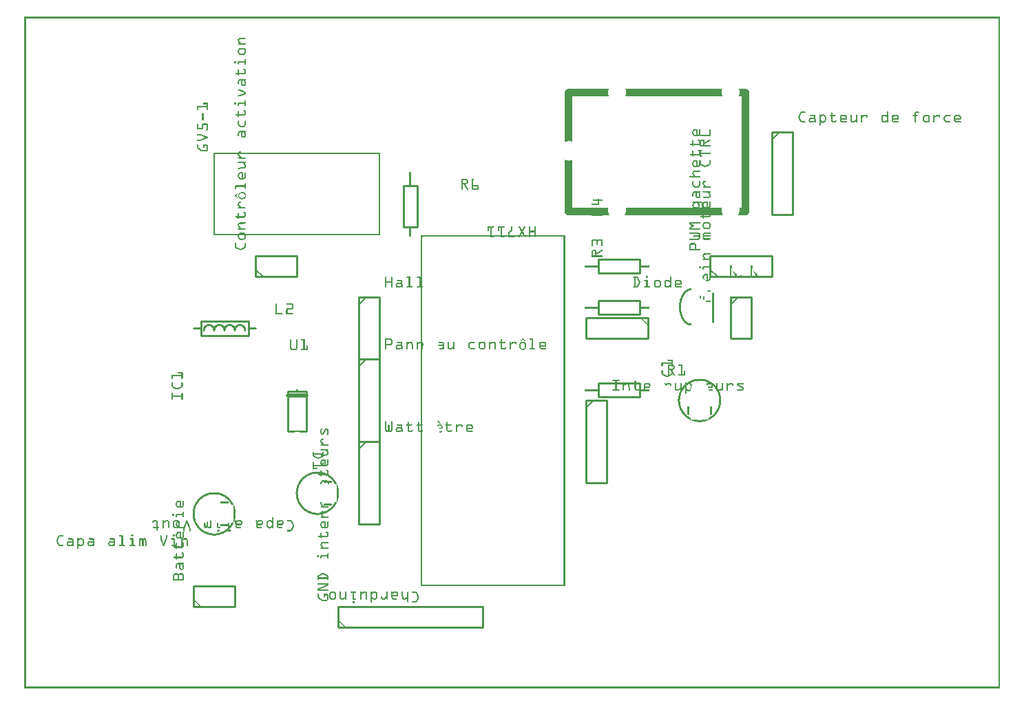
<source format=gto>
G04 MADE WITH FRITZING*
G04 WWW.FRITZING.ORG*
G04 DOUBLE SIDED*
G04 HOLES PLATED*
G04 CONTOUR ON CENTER OF CONTOUR VECTOR*
%ASAXBY*%
%FSLAX23Y23*%
%MOIN*%
%OFA0B0*%
%SFA1.0B1.0*%
%ADD10R,0.240000X0.080000X0.220000X0.060000*%
%ADD11C,0.010000*%
%ADD12C,0.020000*%
%ADD13C,0.005000*%
%ADD14R,0.001000X0.001000*%
%LNSILK1*%
G90*
G70*
G54D11*
X854Y1780D02*
X1084Y1780D01*
X1084Y1710D01*
X854Y1710D01*
X854Y1780D01*
D02*
X1365Y1440D02*
X1365Y1245D01*
D02*
X1275Y1245D02*
X1275Y1440D01*
D02*
X1275Y1440D02*
X1365Y1440D01*
G54D12*
D02*
X1275Y1420D02*
X1365Y1420D01*
G54D11*
D02*
X1519Y295D02*
X2219Y295D01*
D02*
X2219Y295D02*
X2219Y395D01*
D02*
X2219Y395D02*
X1519Y395D01*
D02*
X1519Y395D02*
X1519Y295D01*
D02*
X2719Y1395D02*
X2719Y995D01*
D02*
X2719Y995D02*
X2819Y995D01*
D02*
X2819Y995D02*
X2819Y1395D01*
D02*
X2819Y1395D02*
X2719Y1395D01*
G54D13*
D02*
X2719Y1360D02*
X2754Y1395D01*
G54D11*
D02*
X3619Y2695D02*
X3619Y2295D01*
D02*
X3619Y2295D02*
X3719Y2295D01*
D02*
X3719Y2295D02*
X3719Y2695D01*
D02*
X3719Y2695D02*
X3619Y2695D01*
G54D13*
D02*
X3619Y2660D02*
X3654Y2695D01*
G54D11*
D02*
X1619Y1595D02*
X1619Y1195D01*
D02*
X1619Y1195D02*
X1719Y1195D01*
D02*
X1719Y1195D02*
X1719Y1595D01*
D02*
X1719Y1595D02*
X1619Y1595D01*
G54D13*
D02*
X1619Y1560D02*
X1654Y1595D01*
G54D11*
D02*
X1619Y1195D02*
X1619Y795D01*
D02*
X1619Y795D02*
X1719Y795D01*
D02*
X1719Y795D02*
X1719Y1195D01*
D02*
X1719Y1195D02*
X1619Y1195D01*
G54D13*
D02*
X1619Y1160D02*
X1654Y1195D01*
G54D11*
D02*
X2778Y2078D02*
X2978Y2078D01*
D02*
X2978Y2078D02*
X2978Y2012D01*
D02*
X2978Y2012D02*
X2778Y2012D01*
D02*
X2778Y2012D02*
X2778Y2078D01*
D02*
X1902Y2436D02*
X1902Y2236D01*
D02*
X1902Y2236D02*
X1836Y2236D01*
D02*
X1836Y2236D02*
X1836Y2436D01*
D02*
X1836Y2436D02*
X1902Y2436D01*
D02*
X1119Y1995D02*
X1319Y1995D01*
D02*
X1319Y1995D02*
X1319Y2095D01*
D02*
X1319Y2095D02*
X1119Y2095D01*
D02*
X1119Y2095D02*
X1119Y1995D01*
G54D13*
D02*
X1154Y1995D02*
X1119Y2030D01*
G54D11*
D02*
X3333Y1915D02*
X3333Y1775D01*
D02*
X2778Y1878D02*
X2978Y1878D01*
D02*
X2978Y1878D02*
X2978Y1812D01*
D02*
X2978Y1812D02*
X2778Y1812D01*
D02*
X2778Y1812D02*
X2778Y1878D01*
D02*
X3419Y1895D02*
X3419Y1695D01*
D02*
X3419Y1695D02*
X3519Y1695D01*
D02*
X3519Y1695D02*
X3519Y1895D01*
D02*
X3519Y1895D02*
X3419Y1895D01*
G54D13*
D02*
X3419Y1860D02*
X3454Y1895D01*
G54D11*
D02*
X3019Y1795D02*
X2719Y1795D01*
D02*
X2719Y1795D02*
X2719Y1695D01*
D02*
X2719Y1695D02*
X3019Y1695D01*
D02*
X3019Y1695D02*
X3019Y1795D01*
D02*
X2778Y1478D02*
X2978Y1478D01*
D02*
X2978Y1478D02*
X2978Y1412D01*
D02*
X2978Y1412D02*
X2778Y1412D01*
D02*
X2778Y1412D02*
X2778Y1478D01*
D02*
X3319Y1995D02*
X3619Y1995D01*
D02*
X3619Y1995D02*
X3619Y2095D01*
D02*
X3619Y2095D02*
X3319Y2095D01*
D02*
X3319Y2095D02*
X3319Y1995D01*
G54D13*
D02*
X3354Y1995D02*
X3319Y2030D01*
G54D11*
D02*
X819Y395D02*
X1019Y395D01*
D02*
X1019Y395D02*
X1019Y495D01*
D02*
X1019Y495D02*
X819Y495D01*
D02*
X819Y495D02*
X819Y395D01*
D02*
X1619Y1895D02*
X1619Y1595D01*
D02*
X1619Y1595D02*
X1719Y1595D01*
D02*
X1719Y1595D02*
X1719Y1895D01*
D02*
X1719Y1895D02*
X1619Y1895D01*
G54D13*
D02*
X1619Y1860D02*
X1654Y1895D01*
G54D11*
X848Y1745D02*
X818Y1745D01*
D02*
X1088Y1745D02*
X1118Y1745D01*
D02*
G54D14*
X0Y3254D02*
X4721Y3254D01*
X0Y3253D02*
X4721Y3253D01*
X0Y3252D02*
X4721Y3252D01*
X0Y3251D02*
X4721Y3251D01*
X0Y3250D02*
X4721Y3250D01*
X0Y3249D02*
X4721Y3249D01*
X0Y3248D02*
X4721Y3248D01*
X0Y3247D02*
X4721Y3247D01*
X0Y3246D02*
X7Y3246D01*
X4714Y3246D02*
X4721Y3246D01*
X0Y3245D02*
X7Y3245D01*
X4714Y3245D02*
X4721Y3245D01*
X0Y3244D02*
X7Y3244D01*
X4714Y3244D02*
X4721Y3244D01*
X0Y3243D02*
X7Y3243D01*
X4714Y3243D02*
X4721Y3243D01*
X0Y3242D02*
X7Y3242D01*
X4714Y3242D02*
X4721Y3242D01*
X0Y3241D02*
X7Y3241D01*
X4714Y3241D02*
X4721Y3241D01*
X0Y3240D02*
X7Y3240D01*
X4714Y3240D02*
X4721Y3240D01*
X0Y3239D02*
X7Y3239D01*
X4714Y3239D02*
X4721Y3239D01*
X0Y3238D02*
X7Y3238D01*
X4714Y3238D02*
X4721Y3238D01*
X0Y3237D02*
X7Y3237D01*
X4714Y3237D02*
X4721Y3237D01*
X0Y3236D02*
X7Y3236D01*
X4714Y3236D02*
X4721Y3236D01*
X0Y3235D02*
X7Y3235D01*
X4714Y3235D02*
X4721Y3235D01*
X0Y3234D02*
X7Y3234D01*
X4714Y3234D02*
X4721Y3234D01*
X0Y3233D02*
X7Y3233D01*
X4714Y3233D02*
X4721Y3233D01*
X0Y3232D02*
X7Y3232D01*
X4714Y3232D02*
X4721Y3232D01*
X0Y3231D02*
X7Y3231D01*
X4714Y3231D02*
X4721Y3231D01*
X0Y3230D02*
X7Y3230D01*
X4714Y3230D02*
X4721Y3230D01*
X0Y3229D02*
X7Y3229D01*
X4714Y3229D02*
X4721Y3229D01*
X0Y3228D02*
X7Y3228D01*
X4714Y3228D02*
X4721Y3228D01*
X0Y3227D02*
X7Y3227D01*
X4714Y3227D02*
X4721Y3227D01*
X0Y3226D02*
X7Y3226D01*
X4714Y3226D02*
X4721Y3226D01*
X0Y3225D02*
X7Y3225D01*
X4714Y3225D02*
X4721Y3225D01*
X0Y3224D02*
X7Y3224D01*
X4714Y3224D02*
X4721Y3224D01*
X0Y3223D02*
X7Y3223D01*
X4714Y3223D02*
X4721Y3223D01*
X0Y3222D02*
X7Y3222D01*
X4714Y3222D02*
X4721Y3222D01*
X0Y3221D02*
X7Y3221D01*
X4714Y3221D02*
X4721Y3221D01*
X0Y3220D02*
X7Y3220D01*
X4714Y3220D02*
X4721Y3220D01*
X0Y3219D02*
X7Y3219D01*
X4714Y3219D02*
X4721Y3219D01*
X0Y3218D02*
X7Y3218D01*
X4714Y3218D02*
X4721Y3218D01*
X0Y3217D02*
X7Y3217D01*
X4714Y3217D02*
X4721Y3217D01*
X0Y3216D02*
X7Y3216D01*
X4714Y3216D02*
X4721Y3216D01*
X0Y3215D02*
X7Y3215D01*
X4714Y3215D02*
X4721Y3215D01*
X0Y3214D02*
X7Y3214D01*
X4714Y3214D02*
X4721Y3214D01*
X0Y3213D02*
X7Y3213D01*
X4714Y3213D02*
X4721Y3213D01*
X0Y3212D02*
X7Y3212D01*
X4714Y3212D02*
X4721Y3212D01*
X0Y3211D02*
X7Y3211D01*
X4714Y3211D02*
X4721Y3211D01*
X0Y3210D02*
X7Y3210D01*
X4714Y3210D02*
X4721Y3210D01*
X0Y3209D02*
X7Y3209D01*
X4714Y3209D02*
X4721Y3209D01*
X0Y3208D02*
X7Y3208D01*
X4714Y3208D02*
X4721Y3208D01*
X0Y3207D02*
X7Y3207D01*
X4714Y3207D02*
X4721Y3207D01*
X0Y3206D02*
X7Y3206D01*
X4714Y3206D02*
X4721Y3206D01*
X0Y3205D02*
X7Y3205D01*
X4714Y3205D02*
X4721Y3205D01*
X0Y3204D02*
X7Y3204D01*
X4714Y3204D02*
X4721Y3204D01*
X0Y3203D02*
X7Y3203D01*
X4714Y3203D02*
X4721Y3203D01*
X0Y3202D02*
X7Y3202D01*
X4714Y3202D02*
X4721Y3202D01*
X0Y3201D02*
X7Y3201D01*
X4714Y3201D02*
X4721Y3201D01*
X0Y3200D02*
X7Y3200D01*
X4714Y3200D02*
X4721Y3200D01*
X0Y3199D02*
X7Y3199D01*
X4714Y3199D02*
X4721Y3199D01*
X0Y3198D02*
X7Y3198D01*
X4714Y3198D02*
X4721Y3198D01*
X0Y3197D02*
X7Y3197D01*
X4714Y3197D02*
X4721Y3197D01*
X0Y3196D02*
X7Y3196D01*
X4714Y3196D02*
X4721Y3196D01*
X0Y3195D02*
X7Y3195D01*
X4714Y3195D02*
X4721Y3195D01*
X0Y3194D02*
X7Y3194D01*
X4714Y3194D02*
X4721Y3194D01*
X0Y3193D02*
X7Y3193D01*
X4714Y3193D02*
X4721Y3193D01*
X0Y3192D02*
X7Y3192D01*
X4714Y3192D02*
X4721Y3192D01*
X0Y3191D02*
X7Y3191D01*
X4714Y3191D02*
X4721Y3191D01*
X0Y3190D02*
X7Y3190D01*
X4714Y3190D02*
X4721Y3190D01*
X0Y3189D02*
X7Y3189D01*
X4714Y3189D02*
X4721Y3189D01*
X0Y3188D02*
X7Y3188D01*
X4714Y3188D02*
X4721Y3188D01*
X0Y3187D02*
X7Y3187D01*
X4714Y3187D02*
X4721Y3187D01*
X0Y3186D02*
X7Y3186D01*
X4714Y3186D02*
X4721Y3186D01*
X0Y3185D02*
X7Y3185D01*
X4714Y3185D02*
X4721Y3185D01*
X0Y3184D02*
X7Y3184D01*
X4714Y3184D02*
X4721Y3184D01*
X0Y3183D02*
X7Y3183D01*
X4714Y3183D02*
X4721Y3183D01*
X0Y3182D02*
X7Y3182D01*
X4714Y3182D02*
X4721Y3182D01*
X0Y3181D02*
X7Y3181D01*
X4714Y3181D02*
X4721Y3181D01*
X0Y3180D02*
X7Y3180D01*
X4714Y3180D02*
X4721Y3180D01*
X0Y3179D02*
X7Y3179D01*
X4714Y3179D02*
X4721Y3179D01*
X0Y3178D02*
X7Y3178D01*
X4714Y3178D02*
X4721Y3178D01*
X0Y3177D02*
X7Y3177D01*
X4714Y3177D02*
X4721Y3177D01*
X0Y3176D02*
X7Y3176D01*
X4714Y3176D02*
X4721Y3176D01*
X0Y3175D02*
X7Y3175D01*
X4714Y3175D02*
X4721Y3175D01*
X0Y3174D02*
X7Y3174D01*
X4714Y3174D02*
X4721Y3174D01*
X0Y3173D02*
X7Y3173D01*
X4714Y3173D02*
X4721Y3173D01*
X0Y3172D02*
X7Y3172D01*
X4714Y3172D02*
X4721Y3172D01*
X0Y3171D02*
X7Y3171D01*
X4714Y3171D02*
X4721Y3171D01*
X0Y3170D02*
X7Y3170D01*
X4714Y3170D02*
X4721Y3170D01*
X0Y3169D02*
X7Y3169D01*
X4714Y3169D02*
X4721Y3169D01*
X0Y3168D02*
X7Y3168D01*
X4714Y3168D02*
X4721Y3168D01*
X0Y3167D02*
X7Y3167D01*
X4714Y3167D02*
X4721Y3167D01*
X0Y3166D02*
X7Y3166D01*
X4714Y3166D02*
X4721Y3166D01*
X0Y3165D02*
X7Y3165D01*
X4714Y3165D02*
X4721Y3165D01*
X0Y3164D02*
X7Y3164D01*
X4714Y3164D02*
X4721Y3164D01*
X0Y3163D02*
X7Y3163D01*
X4714Y3163D02*
X4721Y3163D01*
X0Y3162D02*
X7Y3162D01*
X4714Y3162D02*
X4721Y3162D01*
X0Y3161D02*
X7Y3161D01*
X4714Y3161D02*
X4721Y3161D01*
X0Y3160D02*
X7Y3160D01*
X4714Y3160D02*
X4721Y3160D01*
X0Y3159D02*
X7Y3159D01*
X4714Y3159D02*
X4721Y3159D01*
X0Y3158D02*
X7Y3158D01*
X4714Y3158D02*
X4721Y3158D01*
X0Y3157D02*
X7Y3157D01*
X4714Y3157D02*
X4721Y3157D01*
X0Y3156D02*
X7Y3156D01*
X4714Y3156D02*
X4721Y3156D01*
X0Y3155D02*
X7Y3155D01*
X4714Y3155D02*
X4721Y3155D01*
X0Y3154D02*
X7Y3154D01*
X4714Y3154D02*
X4721Y3154D01*
X0Y3153D02*
X7Y3153D01*
X1047Y3153D02*
X1070Y3153D01*
X4714Y3153D02*
X4721Y3153D01*
X0Y3152D02*
X7Y3152D01*
X1040Y3152D02*
X1071Y3152D01*
X4714Y3152D02*
X4721Y3152D01*
X0Y3151D02*
X7Y3151D01*
X1038Y3151D02*
X1072Y3151D01*
X4714Y3151D02*
X4721Y3151D01*
X0Y3150D02*
X7Y3150D01*
X1037Y3150D02*
X1072Y3150D01*
X4714Y3150D02*
X4721Y3150D01*
X0Y3149D02*
X7Y3149D01*
X1036Y3149D02*
X1071Y3149D01*
X4714Y3149D02*
X4721Y3149D01*
X0Y3148D02*
X7Y3148D01*
X1035Y3148D02*
X1071Y3148D01*
X4714Y3148D02*
X4721Y3148D01*
X0Y3147D02*
X7Y3147D01*
X1034Y3147D02*
X1069Y3147D01*
X4714Y3147D02*
X4721Y3147D01*
X0Y3146D02*
X7Y3146D01*
X1034Y3146D02*
X1046Y3146D01*
X4714Y3146D02*
X4721Y3146D01*
X0Y3145D02*
X7Y3145D01*
X1034Y3145D02*
X1041Y3145D01*
X4714Y3145D02*
X4721Y3145D01*
X0Y3144D02*
X7Y3144D01*
X1033Y3144D02*
X1040Y3144D01*
X4714Y3144D02*
X4721Y3144D01*
X0Y3143D02*
X7Y3143D01*
X1033Y3143D02*
X1039Y3143D01*
X4714Y3143D02*
X4721Y3143D01*
X0Y3142D02*
X7Y3142D01*
X1033Y3142D02*
X1039Y3142D01*
X4714Y3142D02*
X4721Y3142D01*
X0Y3141D02*
X7Y3141D01*
X1033Y3141D02*
X1039Y3141D01*
X4714Y3141D02*
X4721Y3141D01*
X0Y3140D02*
X7Y3140D01*
X1033Y3140D02*
X1039Y3140D01*
X4714Y3140D02*
X4721Y3140D01*
X0Y3139D02*
X7Y3139D01*
X1033Y3139D02*
X1039Y3139D01*
X4714Y3139D02*
X4721Y3139D01*
X0Y3138D02*
X7Y3138D01*
X1033Y3138D02*
X1039Y3138D01*
X4714Y3138D02*
X4721Y3138D01*
X0Y3137D02*
X7Y3137D01*
X1034Y3137D02*
X1040Y3137D01*
X4714Y3137D02*
X4721Y3137D01*
X0Y3136D02*
X7Y3136D01*
X1034Y3136D02*
X1040Y3136D01*
X4714Y3136D02*
X4721Y3136D01*
X0Y3135D02*
X7Y3135D01*
X1034Y3135D02*
X1041Y3135D01*
X4714Y3135D02*
X4721Y3135D01*
X0Y3134D02*
X7Y3134D01*
X1034Y3134D02*
X1042Y3134D01*
X4714Y3134D02*
X4721Y3134D01*
X0Y3133D02*
X7Y3133D01*
X1035Y3133D02*
X1042Y3133D01*
X4714Y3133D02*
X4721Y3133D01*
X0Y3132D02*
X7Y3132D01*
X1036Y3132D02*
X1043Y3132D01*
X4714Y3132D02*
X4721Y3132D01*
X0Y3131D02*
X7Y3131D01*
X1036Y3131D02*
X1044Y3131D01*
X4714Y3131D02*
X4721Y3131D01*
X0Y3130D02*
X7Y3130D01*
X1037Y3130D02*
X1044Y3130D01*
X4714Y3130D02*
X4721Y3130D01*
X0Y3129D02*
X7Y3129D01*
X1037Y3129D02*
X1045Y3129D01*
X4714Y3129D02*
X4721Y3129D01*
X0Y3128D02*
X7Y3128D01*
X1038Y3128D02*
X1045Y3128D01*
X4714Y3128D02*
X4721Y3128D01*
X0Y3127D02*
X7Y3127D01*
X1039Y3127D02*
X1046Y3127D01*
X4714Y3127D02*
X4721Y3127D01*
X0Y3126D02*
X7Y3126D01*
X1036Y3126D02*
X1069Y3126D01*
X4714Y3126D02*
X4721Y3126D01*
X0Y3125D02*
X7Y3125D01*
X1034Y3125D02*
X1071Y3125D01*
X4714Y3125D02*
X4721Y3125D01*
X0Y3124D02*
X7Y3124D01*
X1034Y3124D02*
X1071Y3124D01*
X4714Y3124D02*
X4721Y3124D01*
X0Y3123D02*
X7Y3123D01*
X1033Y3123D02*
X1072Y3123D01*
X4714Y3123D02*
X4721Y3123D01*
X0Y3122D02*
X7Y3122D01*
X1033Y3122D02*
X1072Y3122D01*
X4714Y3122D02*
X4721Y3122D01*
X0Y3121D02*
X7Y3121D01*
X1034Y3121D02*
X1071Y3121D01*
X4714Y3121D02*
X4721Y3121D01*
X0Y3120D02*
X7Y3120D01*
X1035Y3120D02*
X1070Y3120D01*
X4714Y3120D02*
X4721Y3120D01*
X0Y3119D02*
X7Y3119D01*
X4714Y3119D02*
X4721Y3119D01*
X0Y3118D02*
X7Y3118D01*
X4714Y3118D02*
X4721Y3118D01*
X0Y3117D02*
X7Y3117D01*
X4714Y3117D02*
X4721Y3117D01*
X0Y3116D02*
X7Y3116D01*
X4714Y3116D02*
X4721Y3116D01*
X0Y3115D02*
X7Y3115D01*
X4714Y3115D02*
X4721Y3115D01*
X0Y3114D02*
X7Y3114D01*
X4714Y3114D02*
X4721Y3114D01*
X0Y3113D02*
X7Y3113D01*
X4714Y3113D02*
X4721Y3113D01*
X0Y3112D02*
X7Y3112D01*
X4714Y3112D02*
X4721Y3112D01*
X0Y3111D02*
X7Y3111D01*
X4714Y3111D02*
X4721Y3111D01*
X0Y3110D02*
X7Y3110D01*
X4714Y3110D02*
X4721Y3110D01*
X0Y3109D02*
X7Y3109D01*
X4714Y3109D02*
X4721Y3109D01*
X0Y3108D02*
X7Y3108D01*
X4714Y3108D02*
X4721Y3108D01*
X0Y3107D02*
X7Y3107D01*
X4714Y3107D02*
X4721Y3107D01*
X0Y3106D02*
X7Y3106D01*
X4714Y3106D02*
X4721Y3106D01*
X0Y3105D02*
X7Y3105D01*
X4714Y3105D02*
X4721Y3105D01*
X0Y3104D02*
X7Y3104D01*
X4714Y3104D02*
X4721Y3104D01*
X0Y3103D02*
X7Y3103D01*
X1043Y3103D02*
X1063Y3103D01*
X4714Y3103D02*
X4721Y3103D01*
X0Y3102D02*
X7Y3102D01*
X1040Y3102D02*
X1065Y3102D01*
X4714Y3102D02*
X4721Y3102D01*
X0Y3101D02*
X7Y3101D01*
X1039Y3101D02*
X1066Y3101D01*
X4714Y3101D02*
X4721Y3101D01*
X0Y3100D02*
X7Y3100D01*
X1038Y3100D02*
X1067Y3100D01*
X4714Y3100D02*
X4721Y3100D01*
X0Y3099D02*
X7Y3099D01*
X1037Y3099D02*
X1068Y3099D01*
X4714Y3099D02*
X4721Y3099D01*
X0Y3098D02*
X7Y3098D01*
X1036Y3098D02*
X1069Y3098D01*
X4714Y3098D02*
X4721Y3098D01*
X0Y3097D02*
X7Y3097D01*
X1036Y3097D02*
X1070Y3097D01*
X4714Y3097D02*
X4721Y3097D01*
X0Y3096D02*
X7Y3096D01*
X1035Y3096D02*
X1043Y3096D01*
X1062Y3096D02*
X1070Y3096D01*
X4714Y3096D02*
X4721Y3096D01*
X0Y3095D02*
X7Y3095D01*
X1034Y3095D02*
X1042Y3095D01*
X1063Y3095D02*
X1071Y3095D01*
X4714Y3095D02*
X4721Y3095D01*
X0Y3094D02*
X7Y3094D01*
X1034Y3094D02*
X1041Y3094D01*
X1064Y3094D02*
X1071Y3094D01*
X4714Y3094D02*
X4721Y3094D01*
X0Y3093D02*
X7Y3093D01*
X1034Y3093D02*
X1040Y3093D01*
X1065Y3093D02*
X1071Y3093D01*
X4714Y3093D02*
X4721Y3093D01*
X0Y3092D02*
X7Y3092D01*
X1033Y3092D02*
X1040Y3092D01*
X1065Y3092D02*
X1072Y3092D01*
X4714Y3092D02*
X4721Y3092D01*
X0Y3091D02*
X7Y3091D01*
X1033Y3091D02*
X1039Y3091D01*
X1066Y3091D02*
X1072Y3091D01*
X4714Y3091D02*
X4721Y3091D01*
X0Y3090D02*
X7Y3090D01*
X1033Y3090D02*
X1039Y3090D01*
X1066Y3090D02*
X1072Y3090D01*
X4714Y3090D02*
X4721Y3090D01*
X0Y3089D02*
X7Y3089D01*
X1033Y3089D02*
X1039Y3089D01*
X1066Y3089D02*
X1072Y3089D01*
X4714Y3089D02*
X4721Y3089D01*
X0Y3088D02*
X7Y3088D01*
X1033Y3088D02*
X1039Y3088D01*
X1066Y3088D02*
X1072Y3088D01*
X4714Y3088D02*
X4721Y3088D01*
X0Y3087D02*
X7Y3087D01*
X1033Y3087D02*
X1039Y3087D01*
X1066Y3087D02*
X1072Y3087D01*
X4714Y3087D02*
X4721Y3087D01*
X0Y3086D02*
X7Y3086D01*
X1033Y3086D02*
X1039Y3086D01*
X1066Y3086D02*
X1072Y3086D01*
X4714Y3086D02*
X4721Y3086D01*
X0Y3085D02*
X7Y3085D01*
X1033Y3085D02*
X1039Y3085D01*
X1066Y3085D02*
X1072Y3085D01*
X4714Y3085D02*
X4721Y3085D01*
X0Y3084D02*
X7Y3084D01*
X1033Y3084D02*
X1039Y3084D01*
X1066Y3084D02*
X1072Y3084D01*
X4714Y3084D02*
X4721Y3084D01*
X0Y3083D02*
X7Y3083D01*
X1033Y3083D02*
X1039Y3083D01*
X1066Y3083D02*
X1072Y3083D01*
X4714Y3083D02*
X4721Y3083D01*
X0Y3082D02*
X7Y3082D01*
X1033Y3082D02*
X1039Y3082D01*
X1066Y3082D02*
X1072Y3082D01*
X4714Y3082D02*
X4721Y3082D01*
X0Y3081D02*
X7Y3081D01*
X1033Y3081D02*
X1039Y3081D01*
X1066Y3081D02*
X1072Y3081D01*
X4714Y3081D02*
X4721Y3081D01*
X0Y3080D02*
X7Y3080D01*
X1033Y3080D02*
X1040Y3080D01*
X1065Y3080D02*
X1072Y3080D01*
X4714Y3080D02*
X4721Y3080D01*
X0Y3079D02*
X7Y3079D01*
X1034Y3079D02*
X1041Y3079D01*
X1064Y3079D02*
X1071Y3079D01*
X4714Y3079D02*
X4721Y3079D01*
X0Y3078D02*
X7Y3078D01*
X1034Y3078D02*
X1042Y3078D01*
X1064Y3078D02*
X1071Y3078D01*
X4714Y3078D02*
X4721Y3078D01*
X0Y3077D02*
X7Y3077D01*
X1035Y3077D02*
X1043Y3077D01*
X1063Y3077D02*
X1070Y3077D01*
X4714Y3077D02*
X4721Y3077D01*
X0Y3076D02*
X7Y3076D01*
X1035Y3076D02*
X1070Y3076D01*
X4714Y3076D02*
X4721Y3076D01*
X0Y3075D02*
X7Y3075D01*
X1036Y3075D02*
X1069Y3075D01*
X4714Y3075D02*
X4721Y3075D01*
X0Y3074D02*
X7Y3074D01*
X1037Y3074D02*
X1068Y3074D01*
X4714Y3074D02*
X4721Y3074D01*
X0Y3073D02*
X7Y3073D01*
X1038Y3073D02*
X1067Y3073D01*
X4714Y3073D02*
X4721Y3073D01*
X0Y3072D02*
X7Y3072D01*
X1039Y3072D02*
X1066Y3072D01*
X4714Y3072D02*
X4721Y3072D01*
X0Y3071D02*
X7Y3071D01*
X1040Y3071D02*
X1065Y3071D01*
X4714Y3071D02*
X4721Y3071D01*
X0Y3070D02*
X7Y3070D01*
X1042Y3070D02*
X1064Y3070D01*
X4714Y3070D02*
X4721Y3070D01*
X0Y3069D02*
X7Y3069D01*
X1046Y3069D02*
X1059Y3069D01*
X4714Y3069D02*
X4721Y3069D01*
X0Y3068D02*
X7Y3068D01*
X4714Y3068D02*
X4721Y3068D01*
X0Y3067D02*
X7Y3067D01*
X4714Y3067D02*
X4721Y3067D01*
X0Y3066D02*
X7Y3066D01*
X4714Y3066D02*
X4721Y3066D01*
X0Y3065D02*
X7Y3065D01*
X4714Y3065D02*
X4721Y3065D01*
X0Y3064D02*
X7Y3064D01*
X4714Y3064D02*
X4721Y3064D01*
X0Y3063D02*
X7Y3063D01*
X4714Y3063D02*
X4721Y3063D01*
X0Y3062D02*
X7Y3062D01*
X4714Y3062D02*
X4721Y3062D01*
X0Y3061D02*
X7Y3061D01*
X4714Y3061D02*
X4721Y3061D01*
X0Y3060D02*
X7Y3060D01*
X4714Y3060D02*
X4721Y3060D01*
X0Y3059D02*
X7Y3059D01*
X4714Y3059D02*
X4721Y3059D01*
X0Y3058D02*
X7Y3058D01*
X4714Y3058D02*
X4721Y3058D01*
X0Y3057D02*
X7Y3057D01*
X4714Y3057D02*
X4721Y3057D01*
X0Y3056D02*
X7Y3056D01*
X4714Y3056D02*
X4721Y3056D01*
X0Y3055D02*
X7Y3055D01*
X4714Y3055D02*
X4721Y3055D01*
X0Y3054D02*
X7Y3054D01*
X4714Y3054D02*
X4721Y3054D01*
X0Y3053D02*
X7Y3053D01*
X4714Y3053D02*
X4721Y3053D01*
X0Y3052D02*
X7Y3052D01*
X4714Y3052D02*
X4721Y3052D01*
X0Y3051D02*
X7Y3051D01*
X4714Y3051D02*
X4721Y3051D01*
X0Y3050D02*
X7Y3050D01*
X4714Y3050D02*
X4721Y3050D01*
X0Y3049D02*
X7Y3049D01*
X1067Y3049D02*
X1070Y3049D01*
X4714Y3049D02*
X4721Y3049D01*
X0Y3048D02*
X7Y3048D01*
X1066Y3048D02*
X1071Y3048D01*
X4714Y3048D02*
X4721Y3048D01*
X0Y3047D02*
X7Y3047D01*
X1066Y3047D02*
X1072Y3047D01*
X4714Y3047D02*
X4721Y3047D01*
X0Y3046D02*
X7Y3046D01*
X1066Y3046D02*
X1072Y3046D01*
X4714Y3046D02*
X4721Y3046D01*
X0Y3045D02*
X7Y3045D01*
X1066Y3045D02*
X1072Y3045D01*
X4714Y3045D02*
X4721Y3045D01*
X0Y3044D02*
X7Y3044D01*
X1066Y3044D02*
X1072Y3044D01*
X4714Y3044D02*
X4721Y3044D01*
X0Y3043D02*
X7Y3043D01*
X1066Y3043D02*
X1072Y3043D01*
X4714Y3043D02*
X4721Y3043D01*
X0Y3042D02*
X7Y3042D01*
X1066Y3042D02*
X1072Y3042D01*
X4714Y3042D02*
X4721Y3042D01*
X0Y3041D02*
X7Y3041D01*
X1066Y3041D02*
X1072Y3041D01*
X4714Y3041D02*
X4721Y3041D01*
X0Y3040D02*
X7Y3040D01*
X1066Y3040D02*
X1072Y3040D01*
X4714Y3040D02*
X4721Y3040D01*
X0Y3039D02*
X7Y3039D01*
X1017Y3039D02*
X1023Y3039D01*
X1035Y3039D02*
X1072Y3039D01*
X4714Y3039D02*
X4721Y3039D01*
X0Y3038D02*
X7Y3038D01*
X1016Y3038D02*
X1024Y3038D01*
X1034Y3038D02*
X1072Y3038D01*
X4714Y3038D02*
X4721Y3038D01*
X0Y3037D02*
X7Y3037D01*
X1016Y3037D02*
X1024Y3037D01*
X1033Y3037D02*
X1072Y3037D01*
X4714Y3037D02*
X4721Y3037D01*
X0Y3036D02*
X7Y3036D01*
X1016Y3036D02*
X1025Y3036D01*
X1033Y3036D02*
X1072Y3036D01*
X4714Y3036D02*
X4721Y3036D01*
X0Y3035D02*
X7Y3035D01*
X1016Y3035D02*
X1025Y3035D01*
X1033Y3035D02*
X1072Y3035D01*
X4714Y3035D02*
X4721Y3035D01*
X0Y3034D02*
X7Y3034D01*
X1016Y3034D02*
X1025Y3034D01*
X1033Y3034D02*
X1072Y3034D01*
X4714Y3034D02*
X4721Y3034D01*
X0Y3033D02*
X7Y3033D01*
X1016Y3033D02*
X1025Y3033D01*
X1033Y3033D02*
X1072Y3033D01*
X4714Y3033D02*
X4721Y3033D01*
X0Y3032D02*
X7Y3032D01*
X1016Y3032D02*
X1024Y3032D01*
X1033Y3032D02*
X1039Y3032D01*
X1066Y3032D02*
X1072Y3032D01*
X4714Y3032D02*
X4721Y3032D01*
X0Y3031D02*
X7Y3031D01*
X1016Y3031D02*
X1024Y3031D01*
X1033Y3031D02*
X1039Y3031D01*
X1066Y3031D02*
X1072Y3031D01*
X4714Y3031D02*
X4721Y3031D01*
X0Y3030D02*
X7Y3030D01*
X1017Y3030D02*
X1023Y3030D01*
X1033Y3030D02*
X1039Y3030D01*
X1066Y3030D02*
X1072Y3030D01*
X4714Y3030D02*
X4721Y3030D01*
X0Y3029D02*
X7Y3029D01*
X1033Y3029D02*
X1039Y3029D01*
X1066Y3029D02*
X1072Y3029D01*
X4714Y3029D02*
X4721Y3029D01*
X0Y3028D02*
X7Y3028D01*
X1033Y3028D02*
X1039Y3028D01*
X1066Y3028D02*
X1072Y3028D01*
X4714Y3028D02*
X4721Y3028D01*
X0Y3027D02*
X7Y3027D01*
X1033Y3027D02*
X1039Y3027D01*
X1066Y3027D02*
X1072Y3027D01*
X4714Y3027D02*
X4721Y3027D01*
X0Y3026D02*
X7Y3026D01*
X1033Y3026D02*
X1039Y3026D01*
X1066Y3026D02*
X1072Y3026D01*
X4714Y3026D02*
X4721Y3026D01*
X0Y3025D02*
X7Y3025D01*
X1033Y3025D02*
X1039Y3025D01*
X1066Y3025D02*
X1072Y3025D01*
X4714Y3025D02*
X4721Y3025D01*
X0Y3024D02*
X7Y3024D01*
X1034Y3024D02*
X1039Y3024D01*
X1066Y3024D02*
X1071Y3024D01*
X4714Y3024D02*
X4721Y3024D01*
X0Y3023D02*
X7Y3023D01*
X1035Y3023D02*
X1038Y3023D01*
X1067Y3023D02*
X1070Y3023D01*
X4714Y3023D02*
X4721Y3023D01*
X0Y3022D02*
X7Y3022D01*
X4714Y3022D02*
X4721Y3022D01*
X0Y3021D02*
X7Y3021D01*
X4714Y3021D02*
X4721Y3021D01*
X0Y3020D02*
X7Y3020D01*
X4714Y3020D02*
X4721Y3020D01*
X0Y3019D02*
X7Y3019D01*
X4714Y3019D02*
X4721Y3019D01*
X0Y3018D02*
X7Y3018D01*
X4714Y3018D02*
X4721Y3018D01*
X0Y3017D02*
X7Y3017D01*
X4714Y3017D02*
X4721Y3017D01*
X0Y3016D02*
X7Y3016D01*
X4714Y3016D02*
X4721Y3016D01*
X0Y3015D02*
X7Y3015D01*
X4714Y3015D02*
X4721Y3015D01*
X0Y3014D02*
X7Y3014D01*
X4714Y3014D02*
X4721Y3014D01*
X0Y3013D02*
X7Y3013D01*
X4714Y3013D02*
X4721Y3013D01*
X0Y3012D02*
X7Y3012D01*
X4714Y3012D02*
X4721Y3012D01*
X0Y3011D02*
X7Y3011D01*
X4714Y3011D02*
X4721Y3011D01*
X0Y3010D02*
X7Y3010D01*
X4714Y3010D02*
X4721Y3010D01*
X0Y3009D02*
X7Y3009D01*
X4714Y3009D02*
X4721Y3009D01*
X0Y3008D02*
X7Y3008D01*
X4714Y3008D02*
X4721Y3008D01*
X0Y3007D02*
X7Y3007D01*
X4714Y3007D02*
X4721Y3007D01*
X0Y3006D02*
X7Y3006D01*
X4714Y3006D02*
X4721Y3006D01*
X0Y3005D02*
X7Y3005D01*
X4714Y3005D02*
X4721Y3005D01*
X0Y3004D02*
X7Y3004D01*
X4714Y3004D02*
X4721Y3004D01*
X0Y3003D02*
X7Y3003D01*
X1062Y3003D02*
X1064Y3003D01*
X4714Y3003D02*
X4721Y3003D01*
X0Y3002D02*
X7Y3002D01*
X1061Y3002D02*
X1066Y3002D01*
X4714Y3002D02*
X4721Y3002D01*
X0Y3001D02*
X7Y3001D01*
X1060Y3001D02*
X1068Y3001D01*
X4714Y3001D02*
X4721Y3001D01*
X0Y3000D02*
X7Y3000D01*
X1060Y3000D02*
X1069Y3000D01*
X4714Y3000D02*
X4721Y3000D01*
X0Y2999D02*
X7Y2999D01*
X1035Y2999D02*
X1038Y2999D01*
X1060Y2999D02*
X1070Y2999D01*
X4714Y2999D02*
X4721Y2999D01*
X0Y2998D02*
X7Y2998D01*
X1034Y2998D02*
X1039Y2998D01*
X1060Y2998D02*
X1070Y2998D01*
X4714Y2998D02*
X4721Y2998D01*
X0Y2997D02*
X7Y2997D01*
X1033Y2997D02*
X1039Y2997D01*
X1061Y2997D02*
X1071Y2997D01*
X4714Y2997D02*
X4721Y2997D01*
X0Y2996D02*
X7Y2996D01*
X1033Y2996D02*
X1039Y2996D01*
X1063Y2996D02*
X1071Y2996D01*
X4714Y2996D02*
X4721Y2996D01*
X0Y2995D02*
X7Y2995D01*
X1033Y2995D02*
X1039Y2995D01*
X1065Y2995D02*
X1071Y2995D01*
X4714Y2995D02*
X4721Y2995D01*
X0Y2994D02*
X7Y2994D01*
X1033Y2994D02*
X1039Y2994D01*
X1065Y2994D02*
X1072Y2994D01*
X4714Y2994D02*
X4721Y2994D01*
X0Y2993D02*
X7Y2993D01*
X1033Y2993D02*
X1039Y2993D01*
X1066Y2993D02*
X1072Y2993D01*
X4714Y2993D02*
X4721Y2993D01*
X0Y2992D02*
X7Y2992D01*
X1033Y2992D02*
X1039Y2992D01*
X1066Y2992D02*
X1072Y2992D01*
X4714Y2992D02*
X4721Y2992D01*
X0Y2991D02*
X7Y2991D01*
X1033Y2991D02*
X1039Y2991D01*
X1066Y2991D02*
X1072Y2991D01*
X4714Y2991D02*
X4721Y2991D01*
X0Y2990D02*
X7Y2990D01*
X1033Y2990D02*
X1039Y2990D01*
X1066Y2990D02*
X1072Y2990D01*
X4714Y2990D02*
X4721Y2990D01*
X0Y2989D02*
X7Y2989D01*
X1033Y2989D02*
X1039Y2989D01*
X1066Y2989D02*
X1072Y2989D01*
X4714Y2989D02*
X4721Y2989D01*
X0Y2988D02*
X7Y2988D01*
X1033Y2988D02*
X1039Y2988D01*
X1066Y2988D02*
X1072Y2988D01*
X4714Y2988D02*
X4721Y2988D01*
X0Y2987D02*
X7Y2987D01*
X1033Y2987D02*
X1039Y2987D01*
X1066Y2987D02*
X1072Y2987D01*
X4714Y2987D02*
X4721Y2987D01*
X0Y2986D02*
X7Y2986D01*
X1033Y2986D02*
X1039Y2986D01*
X1066Y2986D02*
X1072Y2986D01*
X4714Y2986D02*
X4721Y2986D01*
X0Y2985D02*
X7Y2985D01*
X1033Y2985D02*
X1039Y2985D01*
X1066Y2985D02*
X1072Y2985D01*
X4714Y2985D02*
X4721Y2985D01*
X0Y2984D02*
X7Y2984D01*
X1033Y2984D02*
X1039Y2984D01*
X1065Y2984D02*
X1072Y2984D01*
X4714Y2984D02*
X4721Y2984D01*
X0Y2983D02*
X7Y2983D01*
X1033Y2983D02*
X1039Y2983D01*
X1064Y2983D02*
X1071Y2983D01*
X4714Y2983D02*
X4721Y2983D01*
X0Y2982D02*
X7Y2982D01*
X1023Y2982D02*
X1071Y2982D01*
X4714Y2982D02*
X4721Y2982D01*
X0Y2981D02*
X7Y2981D01*
X1022Y2981D02*
X1071Y2981D01*
X4714Y2981D02*
X4721Y2981D01*
X0Y2980D02*
X7Y2980D01*
X1022Y2980D02*
X1070Y2980D01*
X4714Y2980D02*
X4721Y2980D01*
X0Y2979D02*
X7Y2979D01*
X1022Y2979D02*
X1069Y2979D01*
X4714Y2979D02*
X4721Y2979D01*
X0Y2978D02*
X7Y2978D01*
X1022Y2978D02*
X1068Y2978D01*
X4714Y2978D02*
X4721Y2978D01*
X0Y2977D02*
X7Y2977D01*
X1022Y2977D02*
X1067Y2977D01*
X4714Y2977D02*
X4721Y2977D01*
X0Y2976D02*
X7Y2976D01*
X1023Y2976D02*
X1065Y2976D01*
X4714Y2976D02*
X4721Y2976D01*
X0Y2975D02*
X7Y2975D01*
X1033Y2975D02*
X1039Y2975D01*
X4714Y2975D02*
X4721Y2975D01*
X0Y2974D02*
X7Y2974D01*
X1033Y2974D02*
X1039Y2974D01*
X4714Y2974D02*
X4721Y2974D01*
X0Y2973D02*
X7Y2973D01*
X1033Y2973D02*
X1039Y2973D01*
X4714Y2973D02*
X4721Y2973D01*
X0Y2972D02*
X7Y2972D01*
X1033Y2972D02*
X1039Y2972D01*
X4714Y2972D02*
X4721Y2972D01*
X0Y2971D02*
X7Y2971D01*
X1034Y2971D02*
X1039Y2971D01*
X4714Y2971D02*
X4721Y2971D01*
X0Y2970D02*
X7Y2970D01*
X1034Y2970D02*
X1039Y2970D01*
X4714Y2970D02*
X4721Y2970D01*
X0Y2969D02*
X7Y2969D01*
X1035Y2969D02*
X1037Y2969D01*
X4714Y2969D02*
X4721Y2969D01*
X0Y2968D02*
X7Y2968D01*
X4714Y2968D02*
X4721Y2968D01*
X0Y2967D02*
X7Y2967D01*
X4714Y2967D02*
X4721Y2967D01*
X0Y2966D02*
X7Y2966D01*
X4714Y2966D02*
X4721Y2966D01*
X0Y2965D02*
X7Y2965D01*
X4714Y2965D02*
X4721Y2965D01*
X0Y2964D02*
X7Y2964D01*
X4714Y2964D02*
X4721Y2964D01*
X0Y2963D02*
X7Y2963D01*
X4714Y2963D02*
X4721Y2963D01*
X0Y2962D02*
X7Y2962D01*
X4714Y2962D02*
X4721Y2962D01*
X0Y2961D02*
X7Y2961D01*
X4714Y2961D02*
X4721Y2961D01*
X0Y2960D02*
X7Y2960D01*
X4714Y2960D02*
X4721Y2960D01*
X0Y2959D02*
X7Y2959D01*
X4714Y2959D02*
X4721Y2959D01*
X0Y2958D02*
X7Y2958D01*
X4714Y2958D02*
X4721Y2958D01*
X0Y2957D02*
X7Y2957D01*
X4714Y2957D02*
X4721Y2957D01*
X0Y2956D02*
X7Y2956D01*
X4714Y2956D02*
X4721Y2956D01*
X0Y2955D02*
X7Y2955D01*
X4714Y2955D02*
X4721Y2955D01*
X0Y2954D02*
X7Y2954D01*
X4714Y2954D02*
X4721Y2954D01*
X0Y2953D02*
X7Y2953D01*
X4714Y2953D02*
X4721Y2953D01*
X0Y2952D02*
X7Y2952D01*
X1043Y2952D02*
X1071Y2952D01*
X4714Y2952D02*
X4721Y2952D01*
X0Y2951D02*
X7Y2951D01*
X1039Y2951D02*
X1071Y2951D01*
X4714Y2951D02*
X4721Y2951D01*
X0Y2950D02*
X7Y2950D01*
X1038Y2950D02*
X1072Y2950D01*
X4714Y2950D02*
X4721Y2950D01*
X0Y2949D02*
X7Y2949D01*
X1036Y2949D02*
X1072Y2949D01*
X4714Y2949D02*
X4721Y2949D01*
X0Y2948D02*
X7Y2948D01*
X1036Y2948D02*
X1071Y2948D01*
X4714Y2948D02*
X4721Y2948D01*
X0Y2947D02*
X7Y2947D01*
X1035Y2947D02*
X1071Y2947D01*
X4714Y2947D02*
X4721Y2947D01*
X0Y2946D02*
X7Y2946D01*
X1034Y2946D02*
X1069Y2946D01*
X4714Y2946D02*
X4721Y2946D01*
X0Y2945D02*
X7Y2945D01*
X1034Y2945D02*
X1043Y2945D01*
X1048Y2945D02*
X1056Y2945D01*
X1062Y2945D02*
X1069Y2945D01*
X4714Y2945D02*
X4721Y2945D01*
X0Y2944D02*
X7Y2944D01*
X1034Y2944D02*
X1040Y2944D01*
X1048Y2944D02*
X1055Y2944D01*
X1062Y2944D02*
X1069Y2944D01*
X4714Y2944D02*
X4721Y2944D01*
X0Y2943D02*
X7Y2943D01*
X1033Y2943D02*
X1040Y2943D01*
X1048Y2943D02*
X1054Y2943D01*
X1063Y2943D02*
X1070Y2943D01*
X4714Y2943D02*
X4721Y2943D01*
X0Y2942D02*
X7Y2942D01*
X1033Y2942D02*
X1039Y2942D01*
X1048Y2942D02*
X1054Y2942D01*
X1063Y2942D02*
X1071Y2942D01*
X4714Y2942D02*
X4721Y2942D01*
X0Y2941D02*
X7Y2941D01*
X1033Y2941D02*
X1039Y2941D01*
X1048Y2941D02*
X1054Y2941D01*
X1064Y2941D02*
X1071Y2941D01*
X4714Y2941D02*
X4721Y2941D01*
X0Y2940D02*
X7Y2940D01*
X1033Y2940D02*
X1039Y2940D01*
X1048Y2940D02*
X1054Y2940D01*
X1065Y2940D02*
X1072Y2940D01*
X4714Y2940D02*
X4721Y2940D01*
X0Y2939D02*
X7Y2939D01*
X1033Y2939D02*
X1039Y2939D01*
X1048Y2939D02*
X1054Y2939D01*
X1065Y2939D02*
X1072Y2939D01*
X4714Y2939D02*
X4721Y2939D01*
X0Y2938D02*
X7Y2938D01*
X1033Y2938D02*
X1039Y2938D01*
X1048Y2938D02*
X1054Y2938D01*
X1066Y2938D02*
X1072Y2938D01*
X4714Y2938D02*
X4721Y2938D01*
X0Y2937D02*
X7Y2937D01*
X1033Y2937D02*
X1039Y2937D01*
X1048Y2937D02*
X1054Y2937D01*
X1066Y2937D02*
X1072Y2937D01*
X4714Y2937D02*
X4721Y2937D01*
X0Y2936D02*
X7Y2936D01*
X1033Y2936D02*
X1039Y2936D01*
X1048Y2936D02*
X1054Y2936D01*
X1066Y2936D02*
X1072Y2936D01*
X4714Y2936D02*
X4721Y2936D01*
X0Y2935D02*
X7Y2935D01*
X1033Y2935D02*
X1039Y2935D01*
X1048Y2935D02*
X1054Y2935D01*
X1066Y2935D02*
X1072Y2935D01*
X4714Y2935D02*
X4721Y2935D01*
X0Y2934D02*
X7Y2934D01*
X1033Y2934D02*
X1039Y2934D01*
X1048Y2934D02*
X1054Y2934D01*
X1066Y2934D02*
X1072Y2934D01*
X4714Y2934D02*
X4721Y2934D01*
X0Y2933D02*
X7Y2933D01*
X1033Y2933D02*
X1039Y2933D01*
X1048Y2933D02*
X1054Y2933D01*
X1066Y2933D02*
X1072Y2933D01*
X4714Y2933D02*
X4721Y2933D01*
X0Y2932D02*
X7Y2932D01*
X1033Y2932D02*
X1039Y2932D01*
X1048Y2932D02*
X1054Y2932D01*
X1066Y2932D02*
X1072Y2932D01*
X4714Y2932D02*
X4721Y2932D01*
X0Y2931D02*
X7Y2931D01*
X1033Y2931D02*
X1039Y2931D01*
X1048Y2931D02*
X1054Y2931D01*
X1066Y2931D02*
X1072Y2931D01*
X4714Y2931D02*
X4721Y2931D01*
X0Y2930D02*
X7Y2930D01*
X1033Y2930D02*
X1039Y2930D01*
X1048Y2930D02*
X1054Y2930D01*
X1066Y2930D02*
X1072Y2930D01*
X4714Y2930D02*
X4721Y2930D01*
X0Y2929D02*
X7Y2929D01*
X1033Y2929D02*
X1039Y2929D01*
X1048Y2929D02*
X1054Y2929D01*
X1066Y2929D02*
X1072Y2929D01*
X4714Y2929D02*
X4721Y2929D01*
X0Y2928D02*
X7Y2928D01*
X1033Y2928D02*
X1039Y2928D01*
X1048Y2928D02*
X1054Y2928D01*
X1066Y2928D02*
X1072Y2928D01*
X4714Y2928D02*
X4721Y2928D01*
X0Y2927D02*
X7Y2927D01*
X1034Y2927D02*
X1039Y2927D01*
X1048Y2927D02*
X1055Y2927D01*
X1065Y2927D02*
X1072Y2927D01*
X4714Y2927D02*
X4721Y2927D01*
X0Y2926D02*
X7Y2926D01*
X1035Y2926D02*
X1038Y2926D01*
X1048Y2926D02*
X1056Y2926D01*
X1064Y2926D02*
X1071Y2926D01*
X4714Y2926D02*
X4721Y2926D01*
X0Y2925D02*
X7Y2925D01*
X1049Y2925D02*
X1071Y2925D01*
X4714Y2925D02*
X4721Y2925D01*
X0Y2924D02*
X7Y2924D01*
X1049Y2924D02*
X1071Y2924D01*
X4714Y2924D02*
X4721Y2924D01*
X0Y2923D02*
X7Y2923D01*
X1050Y2923D02*
X1070Y2923D01*
X4714Y2923D02*
X4721Y2923D01*
X0Y2922D02*
X7Y2922D01*
X1051Y2922D02*
X1069Y2922D01*
X4714Y2922D02*
X4721Y2922D01*
X0Y2921D02*
X7Y2921D01*
X1052Y2921D02*
X1068Y2921D01*
X4714Y2921D02*
X4721Y2921D01*
X0Y2920D02*
X7Y2920D01*
X1053Y2920D02*
X1067Y2920D01*
X4714Y2920D02*
X4721Y2920D01*
X0Y2919D02*
X7Y2919D01*
X1055Y2919D02*
X1065Y2919D01*
X4714Y2919D02*
X4721Y2919D01*
X0Y2918D02*
X7Y2918D01*
X4714Y2918D02*
X4721Y2918D01*
X0Y2917D02*
X7Y2917D01*
X4714Y2917D02*
X4721Y2917D01*
X0Y2916D02*
X7Y2916D01*
X4714Y2916D02*
X4721Y2916D01*
X0Y2915D02*
X7Y2915D01*
X4714Y2915D02*
X4721Y2915D01*
X0Y2914D02*
X7Y2914D01*
X4714Y2914D02*
X4721Y2914D01*
X0Y2913D02*
X7Y2913D01*
X4714Y2913D02*
X4721Y2913D01*
X0Y2912D02*
X7Y2912D01*
X4714Y2912D02*
X4721Y2912D01*
X0Y2911D02*
X7Y2911D01*
X4714Y2911D02*
X4721Y2911D01*
X0Y2910D02*
X7Y2910D01*
X4714Y2910D02*
X4721Y2910D01*
X0Y2909D02*
X7Y2909D01*
X4714Y2909D02*
X4721Y2909D01*
X0Y2908D02*
X7Y2908D01*
X4714Y2908D02*
X4721Y2908D01*
X0Y2907D02*
X7Y2907D01*
X4714Y2907D02*
X4721Y2907D01*
X0Y2906D02*
X7Y2906D01*
X4714Y2906D02*
X4721Y2906D01*
X0Y2905D02*
X7Y2905D01*
X4714Y2905D02*
X4721Y2905D01*
X0Y2904D02*
X7Y2904D01*
X2628Y2904D02*
X2827Y2904D01*
X2910Y2904D02*
X3376Y2904D01*
X3459Y2904D02*
X3495Y2904D01*
X4714Y2904D02*
X4721Y2904D01*
X0Y2903D02*
X7Y2903D01*
X2625Y2903D02*
X2826Y2903D01*
X2910Y2903D02*
X3376Y2903D01*
X3459Y2903D02*
X3497Y2903D01*
X4714Y2903D02*
X4721Y2903D01*
X0Y2902D02*
X7Y2902D01*
X1035Y2902D02*
X1044Y2902D01*
X2624Y2902D02*
X2826Y2902D01*
X2910Y2902D02*
X3375Y2902D01*
X3460Y2902D02*
X3499Y2902D01*
X4714Y2902D02*
X4721Y2902D01*
X0Y2901D02*
X7Y2901D01*
X1034Y2901D02*
X1046Y2901D01*
X2622Y2901D02*
X2826Y2901D01*
X2911Y2901D02*
X3375Y2901D01*
X3460Y2901D02*
X3500Y2901D01*
X4714Y2901D02*
X4721Y2901D01*
X0Y2900D02*
X7Y2900D01*
X1033Y2900D02*
X1049Y2900D01*
X2621Y2900D02*
X2825Y2900D01*
X2911Y2900D02*
X3375Y2900D01*
X3460Y2900D02*
X3502Y2900D01*
X4714Y2900D02*
X4721Y2900D01*
X0Y2899D02*
X7Y2899D01*
X1033Y2899D02*
X1051Y2899D01*
X2620Y2899D02*
X2825Y2899D01*
X2911Y2899D02*
X3375Y2899D01*
X3461Y2899D02*
X3503Y2899D01*
X4714Y2899D02*
X4721Y2899D01*
X0Y2898D02*
X7Y2898D01*
X1034Y2898D02*
X1053Y2898D01*
X2619Y2898D02*
X2825Y2898D01*
X2911Y2898D02*
X3374Y2898D01*
X3461Y2898D02*
X3503Y2898D01*
X4714Y2898D02*
X4721Y2898D01*
X0Y2897D02*
X7Y2897D01*
X1034Y2897D02*
X1056Y2897D01*
X2618Y2897D02*
X2825Y2897D01*
X2912Y2897D02*
X3374Y2897D01*
X3461Y2897D02*
X3504Y2897D01*
X4714Y2897D02*
X4721Y2897D01*
X0Y2896D02*
X7Y2896D01*
X1036Y2896D02*
X1058Y2896D01*
X2618Y2896D02*
X2824Y2896D01*
X2912Y2896D02*
X3374Y2896D01*
X3461Y2896D02*
X3505Y2896D01*
X4714Y2896D02*
X4721Y2896D01*
X0Y2895D02*
X7Y2895D01*
X1044Y2895D02*
X1060Y2895D01*
X2617Y2895D02*
X2824Y2895D01*
X2912Y2895D02*
X3374Y2895D01*
X3461Y2895D02*
X3506Y2895D01*
X4714Y2895D02*
X4721Y2895D01*
X0Y2894D02*
X7Y2894D01*
X1046Y2894D02*
X1062Y2894D01*
X2617Y2894D02*
X2824Y2894D01*
X2912Y2894D02*
X3374Y2894D01*
X3461Y2894D02*
X3506Y2894D01*
X4714Y2894D02*
X4721Y2894D01*
X0Y2893D02*
X7Y2893D01*
X1048Y2893D02*
X1065Y2893D01*
X2616Y2893D02*
X2824Y2893D01*
X2912Y2893D02*
X3374Y2893D01*
X3462Y2893D02*
X3507Y2893D01*
X4714Y2893D02*
X4721Y2893D01*
X0Y2892D02*
X7Y2892D01*
X1051Y2892D02*
X1067Y2892D01*
X2616Y2892D02*
X2824Y2892D01*
X2912Y2892D02*
X3374Y2892D01*
X3462Y2892D02*
X3507Y2892D01*
X4714Y2892D02*
X4721Y2892D01*
X0Y2891D02*
X7Y2891D01*
X1053Y2891D02*
X1069Y2891D01*
X2616Y2891D02*
X2824Y2891D01*
X2912Y2891D02*
X3373Y2891D01*
X3462Y2891D02*
X3507Y2891D01*
X4714Y2891D02*
X4721Y2891D01*
X0Y2890D02*
X7Y2890D01*
X1055Y2890D02*
X1071Y2890D01*
X2615Y2890D02*
X2824Y2890D01*
X2913Y2890D02*
X3373Y2890D01*
X3462Y2890D02*
X3507Y2890D01*
X4714Y2890D02*
X4721Y2890D01*
X0Y2889D02*
X7Y2889D01*
X1057Y2889D02*
X1071Y2889D01*
X2615Y2889D02*
X2824Y2889D01*
X2913Y2889D02*
X3373Y2889D01*
X3462Y2889D02*
X3508Y2889D01*
X4714Y2889D02*
X4721Y2889D01*
X0Y2888D02*
X7Y2888D01*
X1060Y2888D02*
X1072Y2888D01*
X2615Y2888D02*
X2824Y2888D01*
X2913Y2888D02*
X3373Y2888D01*
X3462Y2888D02*
X3508Y2888D01*
X4714Y2888D02*
X4721Y2888D01*
X0Y2887D02*
X7Y2887D01*
X1062Y2887D02*
X1072Y2887D01*
X2615Y2887D02*
X2824Y2887D01*
X2913Y2887D02*
X3373Y2887D01*
X3462Y2887D02*
X3508Y2887D01*
X4714Y2887D02*
X4721Y2887D01*
X0Y2886D02*
X7Y2886D01*
X1064Y2886D02*
X1072Y2886D01*
X2615Y2886D02*
X2824Y2886D01*
X2912Y2886D02*
X3374Y2886D01*
X3462Y2886D02*
X3508Y2886D01*
X4714Y2886D02*
X4721Y2886D01*
X0Y2885D02*
X7Y2885D01*
X1065Y2885D02*
X1072Y2885D01*
X2615Y2885D02*
X2824Y2885D01*
X2912Y2885D02*
X3374Y2885D01*
X3462Y2885D02*
X3508Y2885D01*
X4714Y2885D02*
X4721Y2885D01*
X0Y2884D02*
X7Y2884D01*
X1062Y2884D02*
X1072Y2884D01*
X2615Y2884D02*
X2824Y2884D01*
X2912Y2884D02*
X3374Y2884D01*
X3461Y2884D02*
X3508Y2884D01*
X4714Y2884D02*
X4721Y2884D01*
X0Y2883D02*
X7Y2883D01*
X1060Y2883D02*
X1072Y2883D01*
X2615Y2883D02*
X2824Y2883D01*
X2912Y2883D02*
X3374Y2883D01*
X3461Y2883D02*
X3508Y2883D01*
X4714Y2883D02*
X4721Y2883D01*
X0Y2882D02*
X7Y2882D01*
X1058Y2882D02*
X1072Y2882D01*
X2615Y2882D02*
X2824Y2882D01*
X2912Y2882D02*
X3374Y2882D01*
X3461Y2882D02*
X3508Y2882D01*
X4714Y2882D02*
X4721Y2882D01*
X0Y2881D02*
X7Y2881D01*
X1055Y2881D02*
X1071Y2881D01*
X2615Y2881D02*
X2824Y2881D01*
X2912Y2881D02*
X3374Y2881D01*
X3461Y2881D02*
X3508Y2881D01*
X4714Y2881D02*
X4721Y2881D01*
X0Y2880D02*
X7Y2880D01*
X1053Y2880D02*
X1070Y2880D01*
X2615Y2880D02*
X2824Y2880D01*
X2912Y2880D02*
X3375Y2880D01*
X3461Y2880D02*
X3508Y2880D01*
X4714Y2880D02*
X4721Y2880D01*
X0Y2879D02*
X7Y2879D01*
X1051Y2879D02*
X1067Y2879D01*
X2615Y2879D02*
X2825Y2879D01*
X2912Y2879D02*
X3375Y2879D01*
X3460Y2879D02*
X3508Y2879D01*
X4714Y2879D02*
X4721Y2879D01*
X0Y2878D02*
X7Y2878D01*
X1048Y2878D02*
X1065Y2878D01*
X2615Y2878D02*
X2825Y2878D01*
X2911Y2878D02*
X3375Y2878D01*
X3460Y2878D02*
X3508Y2878D01*
X4714Y2878D02*
X4721Y2878D01*
X0Y2877D02*
X7Y2877D01*
X1046Y2877D02*
X1063Y2877D01*
X2615Y2877D02*
X2825Y2877D01*
X2911Y2877D02*
X3375Y2877D01*
X3460Y2877D02*
X3508Y2877D01*
X4714Y2877D02*
X4721Y2877D01*
X0Y2876D02*
X7Y2876D01*
X1044Y2876D02*
X1060Y2876D01*
X2615Y2876D02*
X2825Y2876D01*
X2911Y2876D02*
X3376Y2876D01*
X3460Y2876D02*
X3508Y2876D01*
X4714Y2876D02*
X4721Y2876D01*
X0Y2875D02*
X7Y2875D01*
X1036Y2875D02*
X1058Y2875D01*
X2615Y2875D02*
X2826Y2875D01*
X2910Y2875D02*
X3376Y2875D01*
X3459Y2875D02*
X3508Y2875D01*
X4714Y2875D02*
X4721Y2875D01*
X0Y2874D02*
X7Y2874D01*
X1034Y2874D02*
X1056Y2874D01*
X2615Y2874D02*
X2826Y2874D01*
X2910Y2874D02*
X3376Y2874D01*
X3459Y2874D02*
X3508Y2874D01*
X4714Y2874D02*
X4721Y2874D01*
X0Y2873D02*
X7Y2873D01*
X1034Y2873D02*
X1054Y2873D01*
X2615Y2873D02*
X2826Y2873D01*
X2910Y2873D02*
X3377Y2873D01*
X3458Y2873D02*
X3508Y2873D01*
X4714Y2873D02*
X4721Y2873D01*
X0Y2872D02*
X7Y2872D01*
X1033Y2872D02*
X1051Y2872D01*
X2615Y2872D02*
X2827Y2872D01*
X2909Y2872D02*
X3377Y2872D01*
X3458Y2872D02*
X3508Y2872D01*
X4714Y2872D02*
X4721Y2872D01*
X0Y2871D02*
X7Y2871D01*
X1033Y2871D02*
X1049Y2871D01*
X2615Y2871D02*
X2827Y2871D01*
X2909Y2871D02*
X3378Y2871D01*
X3458Y2871D02*
X3508Y2871D01*
X4714Y2871D02*
X4721Y2871D01*
X0Y2870D02*
X7Y2870D01*
X1034Y2870D02*
X1047Y2870D01*
X2615Y2870D02*
X2828Y2870D01*
X2909Y2870D02*
X3378Y2870D01*
X3457Y2870D02*
X3508Y2870D01*
X4714Y2870D02*
X4721Y2870D01*
X0Y2869D02*
X7Y2869D01*
X1035Y2869D02*
X1044Y2869D01*
X2615Y2869D02*
X2828Y2869D01*
X2908Y2869D02*
X3379Y2869D01*
X3457Y2869D02*
X3508Y2869D01*
X4714Y2869D02*
X4721Y2869D01*
X0Y2868D02*
X7Y2868D01*
X2615Y2868D02*
X2829Y2868D01*
X2908Y2868D02*
X3379Y2868D01*
X3456Y2868D02*
X3508Y2868D01*
X4714Y2868D02*
X4721Y2868D01*
X0Y2867D02*
X7Y2867D01*
X2615Y2867D02*
X2651Y2867D01*
X3471Y2867D02*
X3508Y2867D01*
X4714Y2867D02*
X4721Y2867D01*
X0Y2866D02*
X7Y2866D01*
X2615Y2866D02*
X2651Y2866D01*
X3471Y2866D02*
X3508Y2866D01*
X4714Y2866D02*
X4721Y2866D01*
X0Y2865D02*
X7Y2865D01*
X2615Y2865D02*
X2651Y2865D01*
X3471Y2865D02*
X3508Y2865D01*
X4714Y2865D02*
X4721Y2865D01*
X0Y2864D02*
X7Y2864D01*
X2615Y2864D02*
X2651Y2864D01*
X3471Y2864D02*
X3508Y2864D01*
X4714Y2864D02*
X4721Y2864D01*
X0Y2863D02*
X7Y2863D01*
X2615Y2863D02*
X2651Y2863D01*
X3471Y2863D02*
X3508Y2863D01*
X4714Y2863D02*
X4721Y2863D01*
X0Y2862D02*
X7Y2862D01*
X2615Y2862D02*
X2651Y2862D01*
X3471Y2862D02*
X3508Y2862D01*
X4714Y2862D02*
X4721Y2862D01*
X0Y2861D02*
X7Y2861D01*
X2615Y2861D02*
X2651Y2861D01*
X3471Y2861D02*
X3508Y2861D01*
X4714Y2861D02*
X4721Y2861D01*
X0Y2860D02*
X7Y2860D01*
X2615Y2860D02*
X2651Y2860D01*
X3471Y2860D02*
X3508Y2860D01*
X4714Y2860D02*
X4721Y2860D01*
X0Y2859D02*
X7Y2859D01*
X2615Y2859D02*
X2651Y2859D01*
X3471Y2859D02*
X3508Y2859D01*
X4714Y2859D02*
X4721Y2859D01*
X0Y2858D02*
X7Y2858D01*
X2615Y2858D02*
X2651Y2858D01*
X3471Y2858D02*
X3508Y2858D01*
X4714Y2858D02*
X4721Y2858D01*
X0Y2857D02*
X7Y2857D01*
X2615Y2857D02*
X2651Y2857D01*
X3471Y2857D02*
X3508Y2857D01*
X4714Y2857D02*
X4721Y2857D01*
X0Y2856D02*
X7Y2856D01*
X2615Y2856D02*
X2651Y2856D01*
X3471Y2856D02*
X3508Y2856D01*
X4714Y2856D02*
X4721Y2856D01*
X0Y2855D02*
X7Y2855D01*
X2615Y2855D02*
X2651Y2855D01*
X3471Y2855D02*
X3508Y2855D01*
X4714Y2855D02*
X4721Y2855D01*
X0Y2854D02*
X7Y2854D01*
X2615Y2854D02*
X2651Y2854D01*
X3471Y2854D02*
X3508Y2854D01*
X4714Y2854D02*
X4721Y2854D01*
X0Y2853D02*
X7Y2853D01*
X2615Y2853D02*
X2651Y2853D01*
X3471Y2853D02*
X3508Y2853D01*
X4714Y2853D02*
X4721Y2853D01*
X0Y2852D02*
X7Y2852D01*
X2615Y2852D02*
X2651Y2852D01*
X3471Y2852D02*
X3508Y2852D01*
X4714Y2852D02*
X4721Y2852D01*
X0Y2851D02*
X7Y2851D01*
X2615Y2851D02*
X2651Y2851D01*
X3471Y2851D02*
X3508Y2851D01*
X4714Y2851D02*
X4721Y2851D01*
X0Y2850D02*
X7Y2850D01*
X2615Y2850D02*
X2651Y2850D01*
X3471Y2850D02*
X3508Y2850D01*
X4714Y2850D02*
X4721Y2850D01*
X0Y2849D02*
X7Y2849D01*
X1069Y2849D02*
X1069Y2849D01*
X2615Y2849D02*
X2651Y2849D01*
X3471Y2849D02*
X3508Y2849D01*
X4714Y2849D02*
X4721Y2849D01*
X0Y2848D02*
X7Y2848D01*
X1067Y2848D02*
X1071Y2848D01*
X2615Y2848D02*
X2651Y2848D01*
X3471Y2848D02*
X3508Y2848D01*
X4714Y2848D02*
X4721Y2848D01*
X0Y2847D02*
X7Y2847D01*
X1066Y2847D02*
X1071Y2847D01*
X2615Y2847D02*
X2651Y2847D01*
X3471Y2847D02*
X3508Y2847D01*
X4714Y2847D02*
X4721Y2847D01*
X0Y2846D02*
X7Y2846D01*
X1066Y2846D02*
X1072Y2846D01*
X2615Y2846D02*
X2651Y2846D01*
X3471Y2846D02*
X3508Y2846D01*
X4714Y2846D02*
X4721Y2846D01*
X0Y2845D02*
X7Y2845D01*
X1066Y2845D02*
X1072Y2845D01*
X2615Y2845D02*
X2651Y2845D01*
X3471Y2845D02*
X3508Y2845D01*
X4714Y2845D02*
X4721Y2845D01*
X0Y2844D02*
X7Y2844D01*
X1066Y2844D02*
X1072Y2844D01*
X2615Y2844D02*
X2651Y2844D01*
X3471Y2844D02*
X3508Y2844D01*
X4714Y2844D02*
X4721Y2844D01*
X0Y2843D02*
X7Y2843D01*
X1066Y2843D02*
X1072Y2843D01*
X2615Y2843D02*
X2651Y2843D01*
X3471Y2843D02*
X3508Y2843D01*
X4714Y2843D02*
X4721Y2843D01*
X0Y2842D02*
X7Y2842D01*
X1066Y2842D02*
X1072Y2842D01*
X2615Y2842D02*
X2651Y2842D01*
X3471Y2842D02*
X3508Y2842D01*
X4714Y2842D02*
X4721Y2842D01*
X0Y2841D02*
X7Y2841D01*
X1066Y2841D02*
X1072Y2841D01*
X2615Y2841D02*
X2651Y2841D01*
X3471Y2841D02*
X3508Y2841D01*
X4714Y2841D02*
X4721Y2841D01*
X0Y2840D02*
X7Y2840D01*
X1066Y2840D02*
X1072Y2840D01*
X2615Y2840D02*
X2651Y2840D01*
X3471Y2840D02*
X3508Y2840D01*
X4714Y2840D02*
X4721Y2840D01*
X0Y2839D02*
X7Y2839D01*
X1066Y2839D02*
X1072Y2839D01*
X2615Y2839D02*
X2651Y2839D01*
X3471Y2839D02*
X3508Y2839D01*
X4714Y2839D02*
X4721Y2839D01*
X0Y2838D02*
X7Y2838D01*
X1017Y2838D02*
X1023Y2838D01*
X1035Y2838D02*
X1072Y2838D01*
X2615Y2838D02*
X2651Y2838D01*
X3471Y2838D02*
X3508Y2838D01*
X4714Y2838D02*
X4721Y2838D01*
X0Y2837D02*
X7Y2837D01*
X866Y2837D02*
X886Y2837D01*
X1016Y2837D02*
X1024Y2837D01*
X1034Y2837D02*
X1072Y2837D01*
X2615Y2837D02*
X2651Y2837D01*
X3471Y2837D02*
X3508Y2837D01*
X4714Y2837D02*
X4721Y2837D01*
X0Y2836D02*
X7Y2836D01*
X865Y2836D02*
X888Y2836D01*
X1016Y2836D02*
X1024Y2836D01*
X1033Y2836D02*
X1072Y2836D01*
X2615Y2836D02*
X2651Y2836D01*
X3471Y2836D02*
X3508Y2836D01*
X4714Y2836D02*
X4721Y2836D01*
X0Y2835D02*
X7Y2835D01*
X865Y2835D02*
X888Y2835D01*
X1016Y2835D02*
X1025Y2835D01*
X1033Y2835D02*
X1072Y2835D01*
X2615Y2835D02*
X2651Y2835D01*
X3471Y2835D02*
X3508Y2835D01*
X4714Y2835D02*
X4721Y2835D01*
X0Y2834D02*
X7Y2834D01*
X865Y2834D02*
X888Y2834D01*
X1016Y2834D02*
X1025Y2834D01*
X1033Y2834D02*
X1072Y2834D01*
X2615Y2834D02*
X2651Y2834D01*
X3471Y2834D02*
X3508Y2834D01*
X4714Y2834D02*
X4721Y2834D01*
X0Y2833D02*
X7Y2833D01*
X865Y2833D02*
X888Y2833D01*
X1016Y2833D02*
X1025Y2833D01*
X1033Y2833D02*
X1072Y2833D01*
X2615Y2833D02*
X2651Y2833D01*
X3471Y2833D02*
X3508Y2833D01*
X4714Y2833D02*
X4721Y2833D01*
X0Y2832D02*
X7Y2832D01*
X865Y2832D02*
X888Y2832D01*
X1016Y2832D02*
X1025Y2832D01*
X1033Y2832D02*
X1072Y2832D01*
X2615Y2832D02*
X2651Y2832D01*
X3471Y2832D02*
X3508Y2832D01*
X4714Y2832D02*
X4721Y2832D01*
X0Y2831D02*
X7Y2831D01*
X866Y2831D02*
X888Y2831D01*
X1016Y2831D02*
X1024Y2831D01*
X1033Y2831D02*
X1039Y2831D01*
X1066Y2831D02*
X1072Y2831D01*
X2615Y2831D02*
X2651Y2831D01*
X3471Y2831D02*
X3508Y2831D01*
X4714Y2831D02*
X4721Y2831D01*
X0Y2830D02*
X7Y2830D01*
X882Y2830D02*
X888Y2830D01*
X1016Y2830D02*
X1024Y2830D01*
X1033Y2830D02*
X1039Y2830D01*
X1066Y2830D02*
X1072Y2830D01*
X2615Y2830D02*
X2651Y2830D01*
X3471Y2830D02*
X3508Y2830D01*
X4714Y2830D02*
X4721Y2830D01*
X0Y2829D02*
X7Y2829D01*
X882Y2829D02*
X888Y2829D01*
X1017Y2829D02*
X1023Y2829D01*
X1033Y2829D02*
X1039Y2829D01*
X1066Y2829D02*
X1072Y2829D01*
X2615Y2829D02*
X2651Y2829D01*
X3471Y2829D02*
X3508Y2829D01*
X4714Y2829D02*
X4721Y2829D01*
X0Y2828D02*
X7Y2828D01*
X882Y2828D02*
X888Y2828D01*
X1033Y2828D02*
X1039Y2828D01*
X1066Y2828D02*
X1072Y2828D01*
X2615Y2828D02*
X2651Y2828D01*
X3471Y2828D02*
X3508Y2828D01*
X4714Y2828D02*
X4721Y2828D01*
X0Y2827D02*
X7Y2827D01*
X882Y2827D02*
X888Y2827D01*
X1033Y2827D02*
X1039Y2827D01*
X1066Y2827D02*
X1072Y2827D01*
X2615Y2827D02*
X2651Y2827D01*
X3471Y2827D02*
X3508Y2827D01*
X4714Y2827D02*
X4721Y2827D01*
X0Y2826D02*
X7Y2826D01*
X882Y2826D02*
X888Y2826D01*
X1033Y2826D02*
X1039Y2826D01*
X1066Y2826D02*
X1072Y2826D01*
X2615Y2826D02*
X2651Y2826D01*
X3471Y2826D02*
X3508Y2826D01*
X4714Y2826D02*
X4721Y2826D01*
X0Y2825D02*
X7Y2825D01*
X882Y2825D02*
X888Y2825D01*
X1033Y2825D02*
X1039Y2825D01*
X1066Y2825D02*
X1072Y2825D01*
X2615Y2825D02*
X2651Y2825D01*
X3471Y2825D02*
X3508Y2825D01*
X4714Y2825D02*
X4721Y2825D01*
X0Y2824D02*
X7Y2824D01*
X882Y2824D02*
X888Y2824D01*
X1033Y2824D02*
X1039Y2824D01*
X1066Y2824D02*
X1072Y2824D01*
X2615Y2824D02*
X2651Y2824D01*
X3471Y2824D02*
X3508Y2824D01*
X4714Y2824D02*
X4721Y2824D01*
X0Y2823D02*
X7Y2823D01*
X835Y2823D02*
X888Y2823D01*
X1034Y2823D02*
X1039Y2823D01*
X1066Y2823D02*
X1071Y2823D01*
X2615Y2823D02*
X2651Y2823D01*
X3471Y2823D02*
X3508Y2823D01*
X4714Y2823D02*
X4721Y2823D01*
X0Y2822D02*
X7Y2822D01*
X835Y2822D02*
X888Y2822D01*
X1035Y2822D02*
X1038Y2822D01*
X1067Y2822D02*
X1070Y2822D01*
X2615Y2822D02*
X2651Y2822D01*
X3471Y2822D02*
X3508Y2822D01*
X4714Y2822D02*
X4721Y2822D01*
X0Y2821D02*
X7Y2821D01*
X835Y2821D02*
X888Y2821D01*
X2615Y2821D02*
X2651Y2821D01*
X3471Y2821D02*
X3508Y2821D01*
X4714Y2821D02*
X4721Y2821D01*
X0Y2820D02*
X7Y2820D01*
X835Y2820D02*
X888Y2820D01*
X2615Y2820D02*
X2651Y2820D01*
X3471Y2820D02*
X3508Y2820D01*
X4714Y2820D02*
X4721Y2820D01*
X0Y2819D02*
X7Y2819D01*
X835Y2819D02*
X888Y2819D01*
X2615Y2819D02*
X2651Y2819D01*
X3471Y2819D02*
X3508Y2819D01*
X4714Y2819D02*
X4721Y2819D01*
X0Y2818D02*
X7Y2818D01*
X835Y2818D02*
X888Y2818D01*
X2615Y2818D02*
X2651Y2818D01*
X3471Y2818D02*
X3508Y2818D01*
X4714Y2818D02*
X4721Y2818D01*
X0Y2817D02*
X7Y2817D01*
X835Y2817D02*
X888Y2817D01*
X2615Y2817D02*
X2651Y2817D01*
X3471Y2817D02*
X3508Y2817D01*
X4714Y2817D02*
X4721Y2817D01*
X0Y2816D02*
X7Y2816D01*
X835Y2816D02*
X841Y2816D01*
X882Y2816D02*
X888Y2816D01*
X2615Y2816D02*
X2651Y2816D01*
X3471Y2816D02*
X3508Y2816D01*
X4714Y2816D02*
X4721Y2816D01*
X0Y2815D02*
X7Y2815D01*
X835Y2815D02*
X841Y2815D01*
X882Y2815D02*
X888Y2815D01*
X2615Y2815D02*
X2651Y2815D01*
X3471Y2815D02*
X3508Y2815D01*
X4714Y2815D02*
X4721Y2815D01*
X0Y2814D02*
X7Y2814D01*
X835Y2814D02*
X841Y2814D01*
X882Y2814D02*
X888Y2814D01*
X2615Y2814D02*
X2651Y2814D01*
X3471Y2814D02*
X3508Y2814D01*
X4714Y2814D02*
X4721Y2814D01*
X0Y2813D02*
X7Y2813D01*
X835Y2813D02*
X841Y2813D01*
X882Y2813D02*
X888Y2813D01*
X2615Y2813D02*
X2651Y2813D01*
X3471Y2813D02*
X3508Y2813D01*
X4714Y2813D02*
X4721Y2813D01*
X0Y2812D02*
X7Y2812D01*
X835Y2812D02*
X841Y2812D01*
X882Y2812D02*
X888Y2812D01*
X2615Y2812D02*
X2651Y2812D01*
X3471Y2812D02*
X3508Y2812D01*
X4714Y2812D02*
X4721Y2812D01*
X0Y2811D02*
X7Y2811D01*
X835Y2811D02*
X841Y2811D01*
X882Y2811D02*
X888Y2811D01*
X2615Y2811D02*
X2651Y2811D01*
X3471Y2811D02*
X3508Y2811D01*
X4714Y2811D02*
X4721Y2811D01*
X0Y2810D02*
X7Y2810D01*
X835Y2810D02*
X841Y2810D01*
X882Y2810D02*
X888Y2810D01*
X2615Y2810D02*
X2651Y2810D01*
X3471Y2810D02*
X3508Y2810D01*
X4714Y2810D02*
X4721Y2810D01*
X0Y2809D02*
X7Y2809D01*
X835Y2809D02*
X841Y2809D01*
X882Y2809D02*
X888Y2809D01*
X2615Y2809D02*
X2651Y2809D01*
X3471Y2809D02*
X3508Y2809D01*
X4714Y2809D02*
X4721Y2809D01*
X0Y2808D02*
X7Y2808D01*
X835Y2808D02*
X841Y2808D01*
X882Y2808D02*
X888Y2808D01*
X2615Y2808D02*
X2651Y2808D01*
X3471Y2808D02*
X3508Y2808D01*
X4714Y2808D02*
X4721Y2808D01*
X0Y2807D02*
X7Y2807D01*
X835Y2807D02*
X841Y2807D01*
X882Y2807D02*
X888Y2807D01*
X2615Y2807D02*
X2651Y2807D01*
X3471Y2807D02*
X3508Y2807D01*
X4714Y2807D02*
X4721Y2807D01*
X0Y2806D02*
X7Y2806D01*
X835Y2806D02*
X841Y2806D01*
X882Y2806D02*
X888Y2806D01*
X2615Y2806D02*
X2651Y2806D01*
X3471Y2806D02*
X3508Y2806D01*
X4714Y2806D02*
X4721Y2806D01*
X0Y2805D02*
X7Y2805D01*
X835Y2805D02*
X841Y2805D01*
X883Y2805D02*
X888Y2805D01*
X2615Y2805D02*
X2651Y2805D01*
X3471Y2805D02*
X3508Y2805D01*
X4714Y2805D02*
X4721Y2805D01*
X0Y2804D02*
X7Y2804D01*
X836Y2804D02*
X840Y2804D01*
X883Y2804D02*
X887Y2804D01*
X2615Y2804D02*
X2651Y2804D01*
X3471Y2804D02*
X3508Y2804D01*
X4714Y2804D02*
X4721Y2804D01*
X0Y2803D02*
X7Y2803D01*
X838Y2803D02*
X838Y2803D01*
X885Y2803D02*
X885Y2803D01*
X2615Y2803D02*
X2651Y2803D01*
X3471Y2803D02*
X3508Y2803D01*
X4714Y2803D02*
X4721Y2803D01*
X0Y2802D02*
X7Y2802D01*
X1062Y2802D02*
X1064Y2802D01*
X2615Y2802D02*
X2651Y2802D01*
X3471Y2802D02*
X3508Y2802D01*
X4714Y2802D02*
X4721Y2802D01*
X0Y2801D02*
X7Y2801D01*
X1061Y2801D02*
X1066Y2801D01*
X2615Y2801D02*
X2651Y2801D01*
X3471Y2801D02*
X3508Y2801D01*
X4714Y2801D02*
X4721Y2801D01*
X0Y2800D02*
X7Y2800D01*
X1060Y2800D02*
X1068Y2800D01*
X2615Y2800D02*
X2651Y2800D01*
X3471Y2800D02*
X3508Y2800D01*
X4714Y2800D02*
X4721Y2800D01*
X0Y2799D02*
X7Y2799D01*
X1060Y2799D02*
X1069Y2799D01*
X2615Y2799D02*
X2651Y2799D01*
X3471Y2799D02*
X3508Y2799D01*
X4714Y2799D02*
X4721Y2799D01*
X0Y2798D02*
X7Y2798D01*
X1035Y2798D02*
X1038Y2798D01*
X1060Y2798D02*
X1070Y2798D01*
X2615Y2798D02*
X2651Y2798D01*
X3471Y2798D02*
X3508Y2798D01*
X4714Y2798D02*
X4721Y2798D01*
X0Y2797D02*
X7Y2797D01*
X1034Y2797D02*
X1039Y2797D01*
X1060Y2797D02*
X1070Y2797D01*
X2615Y2797D02*
X2651Y2797D01*
X3471Y2797D02*
X3508Y2797D01*
X4714Y2797D02*
X4721Y2797D01*
X0Y2796D02*
X7Y2796D01*
X1033Y2796D02*
X1039Y2796D01*
X1062Y2796D02*
X1071Y2796D01*
X2615Y2796D02*
X2651Y2796D01*
X3471Y2796D02*
X3508Y2796D01*
X4714Y2796D02*
X4721Y2796D01*
X0Y2795D02*
X7Y2795D01*
X1033Y2795D02*
X1039Y2795D01*
X1064Y2795D02*
X1071Y2795D01*
X2615Y2795D02*
X2651Y2795D01*
X3471Y2795D02*
X3508Y2795D01*
X3762Y2795D02*
X3778Y2795D01*
X4177Y2795D02*
X4179Y2795D01*
X4317Y2795D02*
X4328Y2795D01*
X4714Y2795D02*
X4721Y2795D01*
X0Y2794D02*
X7Y2794D01*
X1033Y2794D02*
X1039Y2794D01*
X1065Y2794D02*
X1072Y2794D01*
X2615Y2794D02*
X2651Y2794D01*
X3471Y2794D02*
X3508Y2794D01*
X3759Y2794D02*
X3779Y2794D01*
X4176Y2794D02*
X4180Y2794D01*
X4314Y2794D02*
X4329Y2794D01*
X4714Y2794D02*
X4721Y2794D01*
X0Y2793D02*
X7Y2793D01*
X1033Y2793D02*
X1039Y2793D01*
X1066Y2793D02*
X1072Y2793D01*
X2615Y2793D02*
X2651Y2793D01*
X3471Y2793D02*
X3508Y2793D01*
X3758Y2793D02*
X3779Y2793D01*
X4176Y2793D02*
X4181Y2793D01*
X4312Y2793D02*
X4330Y2793D01*
X4714Y2793D02*
X4721Y2793D01*
X0Y2792D02*
X7Y2792D01*
X1033Y2792D02*
X1039Y2792D01*
X1066Y2792D02*
X1072Y2792D01*
X2615Y2792D02*
X2651Y2792D01*
X3471Y2792D02*
X3508Y2792D01*
X3757Y2792D02*
X3780Y2792D01*
X3906Y2792D02*
X3908Y2792D01*
X4175Y2792D02*
X4181Y2792D01*
X4311Y2792D02*
X4330Y2792D01*
X4714Y2792D02*
X4721Y2792D01*
X0Y2791D02*
X7Y2791D01*
X1033Y2791D02*
X1039Y2791D01*
X1066Y2791D02*
X1072Y2791D01*
X2615Y2791D02*
X2651Y2791D01*
X3471Y2791D02*
X3508Y2791D01*
X3756Y2791D02*
X3780Y2791D01*
X3904Y2791D02*
X3909Y2791D01*
X4175Y2791D02*
X4181Y2791D01*
X4310Y2791D02*
X4330Y2791D01*
X4714Y2791D02*
X4721Y2791D01*
X0Y2790D02*
X7Y2790D01*
X1033Y2790D02*
X1039Y2790D01*
X1066Y2790D02*
X1072Y2790D01*
X2615Y2790D02*
X2651Y2790D01*
X3471Y2790D02*
X3508Y2790D01*
X3755Y2790D02*
X3779Y2790D01*
X3904Y2790D02*
X3909Y2790D01*
X4175Y2790D02*
X4181Y2790D01*
X4309Y2790D02*
X4330Y2790D01*
X4714Y2790D02*
X4721Y2790D01*
X0Y2789D02*
X7Y2789D01*
X1033Y2789D02*
X1039Y2789D01*
X1066Y2789D02*
X1072Y2789D01*
X2615Y2789D02*
X2651Y2789D01*
X3471Y2789D02*
X3508Y2789D01*
X3755Y2789D02*
X3778Y2789D01*
X3904Y2789D02*
X3910Y2789D01*
X4175Y2789D02*
X4181Y2789D01*
X4309Y2789D02*
X4329Y2789D01*
X4714Y2789D02*
X4721Y2789D01*
X0Y2788D02*
X7Y2788D01*
X1033Y2788D02*
X1039Y2788D01*
X1066Y2788D02*
X1072Y2788D01*
X2615Y2788D02*
X2651Y2788D01*
X3471Y2788D02*
X3508Y2788D01*
X3754Y2788D02*
X3762Y2788D01*
X3904Y2788D02*
X3910Y2788D01*
X4175Y2788D02*
X4181Y2788D01*
X4308Y2788D02*
X4317Y2788D01*
X4714Y2788D02*
X4721Y2788D01*
X0Y2787D02*
X7Y2787D01*
X861Y2787D02*
X865Y2787D01*
X1033Y2787D02*
X1039Y2787D01*
X1066Y2787D02*
X1072Y2787D01*
X2615Y2787D02*
X2651Y2787D01*
X3471Y2787D02*
X3508Y2787D01*
X3754Y2787D02*
X3761Y2787D01*
X3904Y2787D02*
X3910Y2787D01*
X4175Y2787D02*
X4181Y2787D01*
X4308Y2787D02*
X4315Y2787D01*
X4714Y2787D02*
X4721Y2787D01*
X0Y2786D02*
X7Y2786D01*
X859Y2786D02*
X867Y2786D01*
X1033Y2786D02*
X1039Y2786D01*
X1066Y2786D02*
X1072Y2786D01*
X2615Y2786D02*
X2651Y2786D01*
X3471Y2786D02*
X3508Y2786D01*
X3753Y2786D02*
X3760Y2786D01*
X3904Y2786D02*
X3910Y2786D01*
X4175Y2786D02*
X4181Y2786D01*
X4307Y2786D02*
X4314Y2786D01*
X4714Y2786D02*
X4721Y2786D01*
X0Y2785D02*
X7Y2785D01*
X859Y2785D02*
X867Y2785D01*
X1033Y2785D02*
X1039Y2785D01*
X1066Y2785D02*
X1072Y2785D01*
X2615Y2785D02*
X2651Y2785D01*
X3471Y2785D02*
X3508Y2785D01*
X3753Y2785D02*
X3760Y2785D01*
X3904Y2785D02*
X3910Y2785D01*
X4175Y2785D02*
X4181Y2785D01*
X4307Y2785D02*
X4313Y2785D01*
X4714Y2785D02*
X4721Y2785D01*
X0Y2784D02*
X7Y2784D01*
X859Y2784D02*
X868Y2784D01*
X1033Y2784D02*
X1039Y2784D01*
X1066Y2784D02*
X1072Y2784D01*
X2615Y2784D02*
X2651Y2784D01*
X3471Y2784D02*
X3508Y2784D01*
X3752Y2784D02*
X3759Y2784D01*
X3904Y2784D02*
X3910Y2784D01*
X4175Y2784D02*
X4181Y2784D01*
X4307Y2784D02*
X4313Y2784D01*
X4714Y2784D02*
X4721Y2784D01*
X0Y2783D02*
X7Y2783D01*
X859Y2783D02*
X868Y2783D01*
X1033Y2783D02*
X1039Y2783D01*
X1065Y2783D02*
X1072Y2783D01*
X2615Y2783D02*
X2651Y2783D01*
X3471Y2783D02*
X3508Y2783D01*
X3752Y2783D02*
X3759Y2783D01*
X3904Y2783D02*
X3910Y2783D01*
X4175Y2783D02*
X4181Y2783D01*
X4307Y2783D02*
X4313Y2783D01*
X4714Y2783D02*
X4721Y2783D01*
X0Y2782D02*
X7Y2782D01*
X859Y2782D02*
X868Y2782D01*
X1033Y2782D02*
X1039Y2782D01*
X1064Y2782D02*
X1071Y2782D01*
X2615Y2782D02*
X2651Y2782D01*
X3471Y2782D02*
X3508Y2782D01*
X3751Y2782D02*
X3758Y2782D01*
X3862Y2782D02*
X3864Y2782D01*
X3904Y2782D02*
X3910Y2782D01*
X4175Y2782D02*
X4181Y2782D01*
X4307Y2782D02*
X4313Y2782D01*
X4714Y2782D02*
X4721Y2782D01*
X0Y2781D02*
X7Y2781D01*
X859Y2781D02*
X868Y2781D01*
X1023Y2781D02*
X1071Y2781D01*
X2615Y2781D02*
X2651Y2781D01*
X3471Y2781D02*
X3508Y2781D01*
X3751Y2781D02*
X3758Y2781D01*
X3848Y2781D02*
X3851Y2781D01*
X3859Y2781D02*
X3868Y2781D01*
X3904Y2781D02*
X3910Y2781D01*
X4175Y2781D02*
X4181Y2781D01*
X4307Y2781D02*
X4313Y2781D01*
X4714Y2781D02*
X4721Y2781D01*
X0Y2780D02*
X7Y2780D01*
X859Y2780D02*
X868Y2780D01*
X1022Y2780D02*
X1070Y2780D01*
X2615Y2780D02*
X2651Y2780D01*
X3471Y2780D02*
X3508Y2780D01*
X3750Y2780D02*
X3757Y2780D01*
X3805Y2780D02*
X3822Y2780D01*
X3847Y2780D02*
X3852Y2780D01*
X3857Y2780D02*
X3870Y2780D01*
X3898Y2780D02*
X3925Y2780D01*
X3956Y2780D02*
X3971Y2780D01*
X3999Y2780D02*
X4001Y2780D01*
X4026Y2780D02*
X4029Y2780D01*
X4049Y2780D02*
X4052Y2780D01*
X4063Y2780D02*
X4074Y2780D01*
X4157Y2780D02*
X4168Y2780D01*
X4175Y2780D02*
X4181Y2780D01*
X4207Y2780D02*
X4222Y2780D01*
X4302Y2780D02*
X4322Y2780D01*
X4358Y2780D02*
X4373Y2780D01*
X4400Y2780D02*
X4403Y2780D01*
X4414Y2780D02*
X4425Y2780D01*
X4462Y2780D02*
X4481Y2780D01*
X4509Y2780D02*
X4523Y2780D01*
X4714Y2780D02*
X4721Y2780D01*
X0Y2779D02*
X7Y2779D01*
X859Y2779D02*
X868Y2779D01*
X1022Y2779D02*
X1070Y2779D01*
X2615Y2779D02*
X2651Y2779D01*
X3471Y2779D02*
X3508Y2779D01*
X3750Y2779D02*
X3757Y2779D01*
X3804Y2779D02*
X3824Y2779D01*
X3847Y2779D02*
X3853Y2779D01*
X3856Y2779D02*
X3871Y2779D01*
X3897Y2779D02*
X3926Y2779D01*
X3954Y2779D02*
X3973Y2779D01*
X3998Y2779D02*
X4002Y2779D01*
X4025Y2779D02*
X4030Y2779D01*
X4048Y2779D02*
X4053Y2779D01*
X4061Y2779D02*
X4076Y2779D01*
X4155Y2779D02*
X4170Y2779D01*
X4175Y2779D02*
X4181Y2779D01*
X4205Y2779D02*
X4224Y2779D01*
X4301Y2779D02*
X4323Y2779D01*
X4356Y2779D02*
X4375Y2779D01*
X4399Y2779D02*
X4404Y2779D01*
X4413Y2779D02*
X4427Y2779D01*
X4460Y2779D02*
X4482Y2779D01*
X4507Y2779D02*
X4525Y2779D01*
X4714Y2779D02*
X4721Y2779D01*
X0Y2778D02*
X7Y2778D01*
X859Y2778D02*
X868Y2778D01*
X1022Y2778D02*
X1069Y2778D01*
X2615Y2778D02*
X2651Y2778D01*
X3471Y2778D02*
X3508Y2778D01*
X3749Y2778D02*
X3756Y2778D01*
X3803Y2778D02*
X3825Y2778D01*
X3847Y2778D02*
X3853Y2778D01*
X3855Y2778D02*
X3872Y2778D01*
X3897Y2778D02*
X3927Y2778D01*
X3953Y2778D02*
X3974Y2778D01*
X3997Y2778D02*
X4003Y2778D01*
X4025Y2778D02*
X4031Y2778D01*
X4048Y2778D02*
X4053Y2778D01*
X4060Y2778D02*
X4077Y2778D01*
X4154Y2778D02*
X4172Y2778D01*
X4175Y2778D02*
X4181Y2778D01*
X4204Y2778D02*
X4225Y2778D01*
X4300Y2778D02*
X4323Y2778D01*
X4355Y2778D02*
X4376Y2778D01*
X4399Y2778D02*
X4405Y2778D01*
X4412Y2778D02*
X4429Y2778D01*
X4458Y2778D02*
X4482Y2778D01*
X4505Y2778D02*
X4527Y2778D01*
X4714Y2778D02*
X4721Y2778D01*
X0Y2777D02*
X7Y2777D01*
X859Y2777D02*
X868Y2777D01*
X1022Y2777D02*
X1068Y2777D01*
X2615Y2777D02*
X2651Y2777D01*
X3471Y2777D02*
X3508Y2777D01*
X3749Y2777D02*
X3755Y2777D01*
X3803Y2777D02*
X3826Y2777D01*
X3847Y2777D02*
X3874Y2777D01*
X3897Y2777D02*
X3927Y2777D01*
X3952Y2777D02*
X3976Y2777D01*
X3997Y2777D02*
X4003Y2777D01*
X4025Y2777D02*
X4031Y2777D01*
X4047Y2777D02*
X4053Y2777D01*
X4059Y2777D02*
X4078Y2777D01*
X4153Y2777D02*
X4173Y2777D01*
X4175Y2777D02*
X4181Y2777D01*
X4203Y2777D02*
X4227Y2777D01*
X4300Y2777D02*
X4323Y2777D01*
X4354Y2777D02*
X4377Y2777D01*
X4399Y2777D02*
X4405Y2777D01*
X4411Y2777D02*
X4430Y2777D01*
X4457Y2777D02*
X4483Y2777D01*
X4504Y2777D02*
X4528Y2777D01*
X4714Y2777D02*
X4721Y2777D01*
X0Y2776D02*
X7Y2776D01*
X859Y2776D02*
X868Y2776D01*
X1022Y2776D02*
X1066Y2776D01*
X2615Y2776D02*
X2651Y2776D01*
X3471Y2776D02*
X3508Y2776D01*
X3748Y2776D02*
X3755Y2776D01*
X3803Y2776D02*
X3827Y2776D01*
X3847Y2776D02*
X3875Y2776D01*
X3897Y2776D02*
X3927Y2776D01*
X3951Y2776D02*
X3977Y2776D01*
X3997Y2776D02*
X4003Y2776D01*
X4025Y2776D02*
X4031Y2776D01*
X4047Y2776D02*
X4053Y2776D01*
X4058Y2776D02*
X4079Y2776D01*
X4152Y2776D02*
X4181Y2776D01*
X4202Y2776D02*
X4228Y2776D01*
X4300Y2776D02*
X4323Y2776D01*
X4352Y2776D02*
X4378Y2776D01*
X4399Y2776D02*
X4405Y2776D01*
X4409Y2776D02*
X4431Y2776D01*
X4456Y2776D02*
X4482Y2776D01*
X4503Y2776D02*
X4529Y2776D01*
X4714Y2776D02*
X4721Y2776D01*
X0Y2775D02*
X7Y2775D01*
X859Y2775D02*
X868Y2775D01*
X1024Y2775D02*
X1064Y2775D01*
X2615Y2775D02*
X2651Y2775D01*
X3471Y2775D02*
X3508Y2775D01*
X3748Y2775D02*
X3754Y2775D01*
X3804Y2775D02*
X3828Y2775D01*
X3847Y2775D02*
X3862Y2775D01*
X3865Y2775D02*
X3876Y2775D01*
X3898Y2775D02*
X3926Y2775D01*
X3950Y2775D02*
X3978Y2775D01*
X3997Y2775D02*
X4003Y2775D01*
X4025Y2775D02*
X4031Y2775D01*
X4047Y2775D02*
X4053Y2775D01*
X4057Y2775D02*
X4080Y2775D01*
X4151Y2775D02*
X4181Y2775D01*
X4201Y2775D02*
X4229Y2775D01*
X4301Y2775D02*
X4323Y2775D01*
X4351Y2775D02*
X4379Y2775D01*
X4399Y2775D02*
X4405Y2775D01*
X4408Y2775D02*
X4431Y2775D01*
X4455Y2775D02*
X4482Y2775D01*
X4502Y2775D02*
X4530Y2775D01*
X4714Y2775D02*
X4721Y2775D01*
X0Y2774D02*
X7Y2774D01*
X859Y2774D02*
X868Y2774D01*
X1033Y2774D02*
X1039Y2774D01*
X2615Y2774D02*
X2651Y2774D01*
X3471Y2774D02*
X3508Y2774D01*
X3747Y2774D02*
X3754Y2774D01*
X3805Y2774D02*
X3828Y2774D01*
X3847Y2774D02*
X3860Y2774D01*
X3867Y2774D02*
X3877Y2774D01*
X3899Y2774D02*
X3925Y2774D01*
X3949Y2774D02*
X3979Y2774D01*
X3997Y2774D02*
X4003Y2774D01*
X4025Y2774D02*
X4031Y2774D01*
X4047Y2774D02*
X4053Y2774D01*
X4056Y2774D02*
X4080Y2774D01*
X4150Y2774D02*
X4181Y2774D01*
X4200Y2774D02*
X4230Y2774D01*
X4302Y2774D02*
X4321Y2774D01*
X4351Y2774D02*
X4380Y2774D01*
X4399Y2774D02*
X4405Y2774D01*
X4407Y2774D02*
X4432Y2774D01*
X4454Y2774D02*
X4481Y2774D01*
X4501Y2774D02*
X4531Y2774D01*
X4714Y2774D02*
X4721Y2774D01*
X0Y2773D02*
X7Y2773D01*
X859Y2773D02*
X868Y2773D01*
X1033Y2773D02*
X1039Y2773D01*
X2615Y2773D02*
X2651Y2773D01*
X3471Y2773D02*
X3508Y2773D01*
X3747Y2773D02*
X3753Y2773D01*
X3822Y2773D02*
X3829Y2773D01*
X3847Y2773D02*
X3859Y2773D01*
X3868Y2773D02*
X3878Y2773D01*
X3904Y2773D02*
X3910Y2773D01*
X3948Y2773D02*
X3957Y2773D01*
X3971Y2773D02*
X3979Y2773D01*
X3997Y2773D02*
X4003Y2773D01*
X4025Y2773D02*
X4031Y2773D01*
X4047Y2773D02*
X4064Y2773D01*
X4073Y2773D02*
X4081Y2773D01*
X4149Y2773D02*
X4158Y2773D01*
X4168Y2773D02*
X4181Y2773D01*
X4199Y2773D02*
X4208Y2773D01*
X4222Y2773D02*
X4230Y2773D01*
X4307Y2773D02*
X4313Y2773D01*
X4350Y2773D02*
X4359Y2773D01*
X4372Y2773D02*
X4381Y2773D01*
X4399Y2773D02*
X4416Y2773D01*
X4425Y2773D02*
X4432Y2773D01*
X4453Y2773D02*
X4463Y2773D01*
X4501Y2773D02*
X4509Y2773D01*
X4523Y2773D02*
X4531Y2773D01*
X4714Y2773D02*
X4721Y2773D01*
X0Y2772D02*
X7Y2772D01*
X859Y2772D02*
X868Y2772D01*
X1033Y2772D02*
X1039Y2772D01*
X2615Y2772D02*
X2651Y2772D01*
X3471Y2772D02*
X3508Y2772D01*
X3747Y2772D02*
X3753Y2772D01*
X3822Y2772D02*
X3829Y2772D01*
X3847Y2772D02*
X3858Y2772D01*
X3869Y2772D02*
X3878Y2772D01*
X3904Y2772D02*
X3910Y2772D01*
X3948Y2772D02*
X3956Y2772D01*
X3972Y2772D02*
X3980Y2772D01*
X3997Y2772D02*
X4003Y2772D01*
X4025Y2772D02*
X4031Y2772D01*
X4047Y2772D02*
X4063Y2772D01*
X4074Y2772D02*
X4081Y2772D01*
X4149Y2772D02*
X4157Y2772D01*
X4169Y2772D02*
X4181Y2772D01*
X4199Y2772D02*
X4207Y2772D01*
X4223Y2772D02*
X4231Y2772D01*
X4307Y2772D02*
X4313Y2772D01*
X4350Y2772D02*
X4357Y2772D01*
X4374Y2772D02*
X4381Y2772D01*
X4399Y2772D02*
X4415Y2772D01*
X4426Y2772D02*
X4432Y2772D01*
X4452Y2772D02*
X4461Y2772D01*
X4500Y2772D02*
X4508Y2772D01*
X4524Y2772D02*
X4532Y2772D01*
X4714Y2772D02*
X4721Y2772D01*
X0Y2771D02*
X7Y2771D01*
X859Y2771D02*
X868Y2771D01*
X1033Y2771D02*
X1039Y2771D01*
X2615Y2771D02*
X2651Y2771D01*
X3471Y2771D02*
X3508Y2771D01*
X3746Y2771D02*
X3753Y2771D01*
X3823Y2771D02*
X3829Y2771D01*
X3847Y2771D02*
X3857Y2771D01*
X3871Y2771D02*
X3879Y2771D01*
X3904Y2771D02*
X3910Y2771D01*
X3947Y2771D02*
X3955Y2771D01*
X3973Y2771D02*
X3980Y2771D01*
X3997Y2771D02*
X4003Y2771D01*
X4025Y2771D02*
X4031Y2771D01*
X4047Y2771D02*
X4062Y2771D01*
X4075Y2771D02*
X4081Y2771D01*
X4148Y2771D02*
X4155Y2771D01*
X4170Y2771D02*
X4181Y2771D01*
X4199Y2771D02*
X4206Y2771D01*
X4224Y2771D02*
X4231Y2771D01*
X4307Y2771D02*
X4313Y2771D01*
X4349Y2771D02*
X4356Y2771D01*
X4375Y2771D02*
X4382Y2771D01*
X4399Y2771D02*
X4413Y2771D01*
X4426Y2771D02*
X4432Y2771D01*
X4451Y2771D02*
X4460Y2771D01*
X4500Y2771D02*
X4507Y2771D01*
X4525Y2771D02*
X4532Y2771D01*
X4714Y2771D02*
X4721Y2771D01*
X0Y2770D02*
X7Y2770D01*
X859Y2770D02*
X868Y2770D01*
X1034Y2770D02*
X1039Y2770D01*
X2615Y2770D02*
X2651Y2770D01*
X3471Y2770D02*
X3508Y2770D01*
X3746Y2770D02*
X3752Y2770D01*
X3823Y2770D02*
X3829Y2770D01*
X3847Y2770D02*
X3856Y2770D01*
X3872Y2770D02*
X3880Y2770D01*
X3904Y2770D02*
X3910Y2770D01*
X3947Y2770D02*
X3954Y2770D01*
X3974Y2770D02*
X3980Y2770D01*
X3997Y2770D02*
X4003Y2770D01*
X4025Y2770D02*
X4031Y2770D01*
X4047Y2770D02*
X4061Y2770D01*
X4075Y2770D02*
X4081Y2770D01*
X4148Y2770D02*
X4155Y2770D01*
X4171Y2770D02*
X4181Y2770D01*
X4198Y2770D02*
X4205Y2770D01*
X4225Y2770D02*
X4231Y2770D01*
X4307Y2770D02*
X4313Y2770D01*
X4349Y2770D02*
X4355Y2770D01*
X4375Y2770D02*
X4382Y2770D01*
X4399Y2770D02*
X4412Y2770D01*
X4426Y2770D02*
X4432Y2770D01*
X4450Y2770D02*
X4459Y2770D01*
X4499Y2770D02*
X4506Y2770D01*
X4526Y2770D02*
X4533Y2770D01*
X4714Y2770D02*
X4721Y2770D01*
X0Y2769D02*
X7Y2769D01*
X859Y2769D02*
X868Y2769D01*
X1034Y2769D02*
X1038Y2769D01*
X2615Y2769D02*
X2651Y2769D01*
X3471Y2769D02*
X3508Y2769D01*
X3746Y2769D02*
X3752Y2769D01*
X3823Y2769D02*
X3829Y2769D01*
X3847Y2769D02*
X3855Y2769D01*
X3873Y2769D02*
X3880Y2769D01*
X3904Y2769D02*
X3910Y2769D01*
X3947Y2769D02*
X3953Y2769D01*
X3974Y2769D02*
X3980Y2769D01*
X3997Y2769D02*
X4003Y2769D01*
X4025Y2769D02*
X4031Y2769D01*
X4047Y2769D02*
X4060Y2769D01*
X4075Y2769D02*
X4081Y2769D01*
X4148Y2769D02*
X4154Y2769D01*
X4172Y2769D02*
X4181Y2769D01*
X4198Y2769D02*
X4204Y2769D01*
X4225Y2769D02*
X4231Y2769D01*
X4307Y2769D02*
X4313Y2769D01*
X4349Y2769D02*
X4355Y2769D01*
X4376Y2769D02*
X4382Y2769D01*
X4399Y2769D02*
X4411Y2769D01*
X4426Y2769D02*
X4432Y2769D01*
X4450Y2769D02*
X4458Y2769D01*
X4499Y2769D02*
X4505Y2769D01*
X4527Y2769D02*
X4533Y2769D01*
X4714Y2769D02*
X4721Y2769D01*
X0Y2768D02*
X7Y2768D01*
X859Y2768D02*
X868Y2768D01*
X1036Y2768D02*
X1037Y2768D01*
X2615Y2768D02*
X2651Y2768D01*
X3471Y2768D02*
X3508Y2768D01*
X3746Y2768D02*
X3752Y2768D01*
X3823Y2768D02*
X3829Y2768D01*
X3847Y2768D02*
X3854Y2768D01*
X3874Y2768D02*
X3880Y2768D01*
X3904Y2768D02*
X3910Y2768D01*
X3947Y2768D02*
X3953Y2768D01*
X3975Y2768D02*
X3981Y2768D01*
X3997Y2768D02*
X4003Y2768D01*
X4025Y2768D02*
X4031Y2768D01*
X4047Y2768D02*
X4058Y2768D01*
X4075Y2768D02*
X4081Y2768D01*
X4148Y2768D02*
X4154Y2768D01*
X4174Y2768D02*
X4181Y2768D01*
X4198Y2768D02*
X4204Y2768D01*
X4226Y2768D02*
X4232Y2768D01*
X4307Y2768D02*
X4313Y2768D01*
X4349Y2768D02*
X4355Y2768D01*
X4376Y2768D02*
X4382Y2768D01*
X4399Y2768D02*
X4410Y2768D01*
X4426Y2768D02*
X4432Y2768D01*
X4449Y2768D02*
X4457Y2768D01*
X4499Y2768D02*
X4505Y2768D01*
X4527Y2768D02*
X4533Y2768D01*
X4714Y2768D02*
X4721Y2768D01*
X0Y2767D02*
X7Y2767D01*
X859Y2767D02*
X868Y2767D01*
X2615Y2767D02*
X2651Y2767D01*
X3471Y2767D02*
X3508Y2767D01*
X3746Y2767D02*
X3752Y2767D01*
X3823Y2767D02*
X3829Y2767D01*
X3847Y2767D02*
X3853Y2767D01*
X3874Y2767D02*
X3880Y2767D01*
X3904Y2767D02*
X3910Y2767D01*
X3947Y2767D02*
X3953Y2767D01*
X3975Y2767D02*
X3981Y2767D01*
X3998Y2767D02*
X4003Y2767D01*
X4025Y2767D02*
X4031Y2767D01*
X4047Y2767D02*
X4057Y2767D01*
X4075Y2767D02*
X4081Y2767D01*
X4148Y2767D02*
X4154Y2767D01*
X4175Y2767D02*
X4181Y2767D01*
X4198Y2767D02*
X4204Y2767D01*
X4226Y2767D02*
X4232Y2767D01*
X4307Y2767D02*
X4313Y2767D01*
X4349Y2767D02*
X4355Y2767D01*
X4376Y2767D02*
X4382Y2767D01*
X4399Y2767D02*
X4409Y2767D01*
X4427Y2767D02*
X4432Y2767D01*
X4449Y2767D02*
X4456Y2767D01*
X4499Y2767D02*
X4505Y2767D01*
X4527Y2767D02*
X4533Y2767D01*
X4714Y2767D02*
X4721Y2767D01*
X0Y2766D02*
X7Y2766D01*
X859Y2766D02*
X868Y2766D01*
X2615Y2766D02*
X2651Y2766D01*
X3471Y2766D02*
X3508Y2766D01*
X3746Y2766D02*
X3752Y2766D01*
X3823Y2766D02*
X3829Y2766D01*
X3847Y2766D02*
X3853Y2766D01*
X3874Y2766D02*
X3880Y2766D01*
X3904Y2766D02*
X3910Y2766D01*
X3947Y2766D02*
X3953Y2766D01*
X3975Y2766D02*
X3981Y2766D01*
X3998Y2766D02*
X4004Y2766D01*
X4025Y2766D02*
X4031Y2766D01*
X4047Y2766D02*
X4056Y2766D01*
X4076Y2766D02*
X4080Y2766D01*
X4148Y2766D02*
X4154Y2766D01*
X4175Y2766D02*
X4181Y2766D01*
X4198Y2766D02*
X4204Y2766D01*
X4226Y2766D02*
X4232Y2766D01*
X4307Y2766D02*
X4313Y2766D01*
X4349Y2766D02*
X4355Y2766D01*
X4376Y2766D02*
X4382Y2766D01*
X4399Y2766D02*
X4408Y2766D01*
X4427Y2766D02*
X4431Y2766D01*
X4449Y2766D02*
X4455Y2766D01*
X4499Y2766D02*
X4505Y2766D01*
X4527Y2766D02*
X4533Y2766D01*
X4714Y2766D02*
X4721Y2766D01*
X0Y2765D02*
X7Y2765D01*
X859Y2765D02*
X868Y2765D01*
X2615Y2765D02*
X2651Y2765D01*
X3471Y2765D02*
X3508Y2765D01*
X3747Y2765D02*
X3753Y2765D01*
X3803Y2765D02*
X3829Y2765D01*
X3847Y2765D02*
X3853Y2765D01*
X3874Y2765D02*
X3880Y2765D01*
X3904Y2765D02*
X3910Y2765D01*
X3947Y2765D02*
X3953Y2765D01*
X3975Y2765D02*
X3981Y2765D01*
X3998Y2765D02*
X4004Y2765D01*
X4025Y2765D02*
X4031Y2765D01*
X4047Y2765D02*
X4055Y2765D01*
X4077Y2765D02*
X4079Y2765D01*
X4148Y2765D02*
X4154Y2765D01*
X4175Y2765D02*
X4181Y2765D01*
X4198Y2765D02*
X4204Y2765D01*
X4226Y2765D02*
X4232Y2765D01*
X4307Y2765D02*
X4313Y2765D01*
X4349Y2765D02*
X4355Y2765D01*
X4376Y2765D02*
X4382Y2765D01*
X4399Y2765D02*
X4406Y2765D01*
X4429Y2765D02*
X4430Y2765D01*
X4449Y2765D02*
X4455Y2765D01*
X4499Y2765D02*
X4505Y2765D01*
X4527Y2765D02*
X4533Y2765D01*
X4714Y2765D02*
X4721Y2765D01*
X0Y2764D02*
X7Y2764D01*
X859Y2764D02*
X868Y2764D01*
X2615Y2764D02*
X2651Y2764D01*
X3471Y2764D02*
X3508Y2764D01*
X3747Y2764D02*
X3753Y2764D01*
X3801Y2764D02*
X3829Y2764D01*
X3847Y2764D02*
X3853Y2764D01*
X3874Y2764D02*
X3880Y2764D01*
X3904Y2764D02*
X3910Y2764D01*
X3947Y2764D02*
X3953Y2764D01*
X3975Y2764D02*
X3981Y2764D01*
X3998Y2764D02*
X4004Y2764D01*
X4025Y2764D02*
X4031Y2764D01*
X4047Y2764D02*
X4054Y2764D01*
X4148Y2764D02*
X4154Y2764D01*
X4175Y2764D02*
X4181Y2764D01*
X4198Y2764D02*
X4204Y2764D01*
X4226Y2764D02*
X4232Y2764D01*
X4307Y2764D02*
X4313Y2764D01*
X4349Y2764D02*
X4355Y2764D01*
X4376Y2764D02*
X4382Y2764D01*
X4399Y2764D02*
X4405Y2764D01*
X4449Y2764D02*
X4455Y2764D01*
X4499Y2764D02*
X4505Y2764D01*
X4527Y2764D02*
X4533Y2764D01*
X4714Y2764D02*
X4721Y2764D01*
X0Y2763D02*
X7Y2763D01*
X859Y2763D02*
X868Y2763D01*
X2615Y2763D02*
X2651Y2763D01*
X3471Y2763D02*
X3508Y2763D01*
X3747Y2763D02*
X3754Y2763D01*
X3800Y2763D02*
X3829Y2763D01*
X3847Y2763D02*
X3853Y2763D01*
X3874Y2763D02*
X3880Y2763D01*
X3904Y2763D02*
X3910Y2763D01*
X3947Y2763D02*
X3953Y2763D01*
X3974Y2763D02*
X3981Y2763D01*
X3998Y2763D02*
X4004Y2763D01*
X4025Y2763D02*
X4031Y2763D01*
X4047Y2763D02*
X4053Y2763D01*
X4148Y2763D02*
X4154Y2763D01*
X4175Y2763D02*
X4181Y2763D01*
X4198Y2763D02*
X4204Y2763D01*
X4225Y2763D02*
X4232Y2763D01*
X4307Y2763D02*
X4313Y2763D01*
X4349Y2763D02*
X4355Y2763D01*
X4376Y2763D02*
X4382Y2763D01*
X4399Y2763D02*
X4405Y2763D01*
X4449Y2763D02*
X4455Y2763D01*
X4499Y2763D02*
X4506Y2763D01*
X4526Y2763D02*
X4533Y2763D01*
X4714Y2763D02*
X4721Y2763D01*
X0Y2762D02*
X7Y2762D01*
X859Y2762D02*
X868Y2762D01*
X2615Y2762D02*
X2651Y2762D01*
X3471Y2762D02*
X3508Y2762D01*
X3748Y2762D02*
X3754Y2762D01*
X3799Y2762D02*
X3829Y2762D01*
X3847Y2762D02*
X3853Y2762D01*
X3874Y2762D02*
X3880Y2762D01*
X3904Y2762D02*
X3910Y2762D01*
X3947Y2762D02*
X3981Y2762D01*
X3998Y2762D02*
X4004Y2762D01*
X4025Y2762D02*
X4031Y2762D01*
X4047Y2762D02*
X4053Y2762D01*
X4148Y2762D02*
X4154Y2762D01*
X4175Y2762D02*
X4181Y2762D01*
X4198Y2762D02*
X4232Y2762D01*
X4307Y2762D02*
X4313Y2762D01*
X4349Y2762D02*
X4355Y2762D01*
X4376Y2762D02*
X4382Y2762D01*
X4399Y2762D02*
X4405Y2762D01*
X4449Y2762D02*
X4455Y2762D01*
X4499Y2762D02*
X4533Y2762D01*
X4714Y2762D02*
X4721Y2762D01*
X0Y2761D02*
X7Y2761D01*
X859Y2761D02*
X868Y2761D01*
X2615Y2761D02*
X2651Y2761D01*
X3471Y2761D02*
X3508Y2761D01*
X3748Y2761D02*
X3755Y2761D01*
X3798Y2761D02*
X3829Y2761D01*
X3847Y2761D02*
X3853Y2761D01*
X3874Y2761D02*
X3880Y2761D01*
X3904Y2761D02*
X3910Y2761D01*
X3947Y2761D02*
X3981Y2761D01*
X3998Y2761D02*
X4004Y2761D01*
X4025Y2761D02*
X4031Y2761D01*
X4047Y2761D02*
X4053Y2761D01*
X4148Y2761D02*
X4154Y2761D01*
X4175Y2761D02*
X4181Y2761D01*
X4198Y2761D02*
X4232Y2761D01*
X4307Y2761D02*
X4313Y2761D01*
X4349Y2761D02*
X4355Y2761D01*
X4376Y2761D02*
X4382Y2761D01*
X4399Y2761D02*
X4405Y2761D01*
X4449Y2761D02*
X4455Y2761D01*
X4499Y2761D02*
X4533Y2761D01*
X4714Y2761D02*
X4721Y2761D01*
X0Y2760D02*
X7Y2760D01*
X859Y2760D02*
X868Y2760D01*
X2615Y2760D02*
X2651Y2760D01*
X3471Y2760D02*
X3508Y2760D01*
X3748Y2760D02*
X3755Y2760D01*
X3797Y2760D02*
X3829Y2760D01*
X3847Y2760D02*
X3853Y2760D01*
X3874Y2760D02*
X3880Y2760D01*
X3904Y2760D02*
X3910Y2760D01*
X3947Y2760D02*
X3981Y2760D01*
X3998Y2760D02*
X4004Y2760D01*
X4025Y2760D02*
X4031Y2760D01*
X4047Y2760D02*
X4053Y2760D01*
X4148Y2760D02*
X4154Y2760D01*
X4175Y2760D02*
X4181Y2760D01*
X4198Y2760D02*
X4232Y2760D01*
X4307Y2760D02*
X4313Y2760D01*
X4349Y2760D02*
X4355Y2760D01*
X4376Y2760D02*
X4382Y2760D01*
X4399Y2760D02*
X4405Y2760D01*
X4449Y2760D02*
X4455Y2760D01*
X4499Y2760D02*
X4533Y2760D01*
X4714Y2760D02*
X4721Y2760D01*
X0Y2759D02*
X7Y2759D01*
X859Y2759D02*
X868Y2759D01*
X2615Y2759D02*
X2651Y2759D01*
X3471Y2759D02*
X3508Y2759D01*
X3749Y2759D02*
X3756Y2759D01*
X3797Y2759D02*
X3829Y2759D01*
X3847Y2759D02*
X3853Y2759D01*
X3874Y2759D02*
X3880Y2759D01*
X3904Y2759D02*
X3910Y2759D01*
X3947Y2759D02*
X3980Y2759D01*
X3998Y2759D02*
X4004Y2759D01*
X4025Y2759D02*
X4031Y2759D01*
X4047Y2759D02*
X4053Y2759D01*
X4148Y2759D02*
X4154Y2759D01*
X4175Y2759D02*
X4181Y2759D01*
X4198Y2759D02*
X4232Y2759D01*
X4307Y2759D02*
X4313Y2759D01*
X4349Y2759D02*
X4355Y2759D01*
X4376Y2759D02*
X4382Y2759D01*
X4399Y2759D02*
X4405Y2759D01*
X4449Y2759D02*
X4455Y2759D01*
X4499Y2759D02*
X4533Y2759D01*
X4714Y2759D02*
X4721Y2759D01*
X0Y2758D02*
X7Y2758D01*
X859Y2758D02*
X868Y2758D01*
X2615Y2758D02*
X2651Y2758D01*
X3471Y2758D02*
X3508Y2758D01*
X3749Y2758D02*
X3756Y2758D01*
X3797Y2758D02*
X3804Y2758D01*
X3822Y2758D02*
X3829Y2758D01*
X3847Y2758D02*
X3853Y2758D01*
X3874Y2758D02*
X3880Y2758D01*
X3904Y2758D02*
X3910Y2758D01*
X3947Y2758D02*
X3980Y2758D01*
X3998Y2758D02*
X4004Y2758D01*
X4025Y2758D02*
X4031Y2758D01*
X4047Y2758D02*
X4053Y2758D01*
X4148Y2758D02*
X4154Y2758D01*
X4175Y2758D02*
X4181Y2758D01*
X4198Y2758D02*
X4231Y2758D01*
X4307Y2758D02*
X4313Y2758D01*
X4349Y2758D02*
X4355Y2758D01*
X4376Y2758D02*
X4382Y2758D01*
X4399Y2758D02*
X4405Y2758D01*
X4449Y2758D02*
X4455Y2758D01*
X4499Y2758D02*
X4532Y2758D01*
X4714Y2758D02*
X4721Y2758D01*
X0Y2757D02*
X7Y2757D01*
X859Y2757D02*
X868Y2757D01*
X2615Y2757D02*
X2651Y2757D01*
X3471Y2757D02*
X3508Y2757D01*
X3750Y2757D02*
X3757Y2757D01*
X3797Y2757D02*
X3803Y2757D01*
X3823Y2757D02*
X3830Y2757D01*
X3847Y2757D02*
X3853Y2757D01*
X3874Y2757D02*
X3880Y2757D01*
X3904Y2757D02*
X3910Y2757D01*
X3947Y2757D02*
X3980Y2757D01*
X3998Y2757D02*
X4004Y2757D01*
X4025Y2757D02*
X4031Y2757D01*
X4047Y2757D02*
X4053Y2757D01*
X4148Y2757D02*
X4154Y2757D01*
X4175Y2757D02*
X4181Y2757D01*
X4198Y2757D02*
X4231Y2757D01*
X4307Y2757D02*
X4313Y2757D01*
X4349Y2757D02*
X4355Y2757D01*
X4376Y2757D02*
X4382Y2757D01*
X4399Y2757D02*
X4405Y2757D01*
X4449Y2757D02*
X4455Y2757D01*
X4499Y2757D02*
X4532Y2757D01*
X4714Y2757D02*
X4721Y2757D01*
X0Y2756D02*
X7Y2756D01*
X859Y2756D02*
X868Y2756D01*
X2615Y2756D02*
X2651Y2756D01*
X3471Y2756D02*
X3508Y2756D01*
X3750Y2756D02*
X3757Y2756D01*
X3796Y2756D02*
X3802Y2756D01*
X3823Y2756D02*
X3830Y2756D01*
X3847Y2756D02*
X3853Y2756D01*
X3874Y2756D02*
X3880Y2756D01*
X3904Y2756D02*
X3910Y2756D01*
X3947Y2756D02*
X3978Y2756D01*
X3998Y2756D02*
X4004Y2756D01*
X4025Y2756D02*
X4031Y2756D01*
X4047Y2756D02*
X4053Y2756D01*
X4148Y2756D02*
X4154Y2756D01*
X4175Y2756D02*
X4181Y2756D01*
X4198Y2756D02*
X4229Y2756D01*
X4307Y2756D02*
X4313Y2756D01*
X4349Y2756D02*
X4355Y2756D01*
X4376Y2756D02*
X4382Y2756D01*
X4399Y2756D02*
X4405Y2756D01*
X4449Y2756D02*
X4455Y2756D01*
X4499Y2756D02*
X4530Y2756D01*
X4714Y2756D02*
X4721Y2756D01*
X0Y2755D02*
X7Y2755D01*
X859Y2755D02*
X867Y2755D01*
X2615Y2755D02*
X2651Y2755D01*
X3471Y2755D02*
X3508Y2755D01*
X3751Y2755D02*
X3758Y2755D01*
X3796Y2755D02*
X3802Y2755D01*
X3824Y2755D02*
X3830Y2755D01*
X3847Y2755D02*
X3853Y2755D01*
X3874Y2755D02*
X3880Y2755D01*
X3904Y2755D02*
X3910Y2755D01*
X3947Y2755D02*
X3953Y2755D01*
X3998Y2755D02*
X4004Y2755D01*
X4024Y2755D02*
X4031Y2755D01*
X4047Y2755D02*
X4053Y2755D01*
X4148Y2755D02*
X4154Y2755D01*
X4175Y2755D02*
X4181Y2755D01*
X4198Y2755D02*
X4204Y2755D01*
X4307Y2755D02*
X4313Y2755D01*
X4349Y2755D02*
X4355Y2755D01*
X4376Y2755D02*
X4382Y2755D01*
X4399Y2755D02*
X4405Y2755D01*
X4449Y2755D02*
X4456Y2755D01*
X4499Y2755D02*
X4505Y2755D01*
X4714Y2755D02*
X4721Y2755D01*
X0Y2754D02*
X7Y2754D01*
X859Y2754D02*
X867Y2754D01*
X2615Y2754D02*
X2651Y2754D01*
X3471Y2754D02*
X3508Y2754D01*
X3751Y2754D02*
X3758Y2754D01*
X3796Y2754D02*
X3802Y2754D01*
X3824Y2754D02*
X3830Y2754D01*
X3847Y2754D02*
X3853Y2754D01*
X3874Y2754D02*
X3880Y2754D01*
X3904Y2754D02*
X3910Y2754D01*
X3927Y2754D02*
X3927Y2754D01*
X3947Y2754D02*
X3953Y2754D01*
X3998Y2754D02*
X4004Y2754D01*
X4023Y2754D02*
X4031Y2754D01*
X4047Y2754D02*
X4053Y2754D01*
X4148Y2754D02*
X4154Y2754D01*
X4174Y2754D02*
X4181Y2754D01*
X4198Y2754D02*
X4204Y2754D01*
X4307Y2754D02*
X4313Y2754D01*
X4349Y2754D02*
X4355Y2754D01*
X4376Y2754D02*
X4382Y2754D01*
X4399Y2754D02*
X4405Y2754D01*
X4449Y2754D02*
X4456Y2754D01*
X4499Y2754D02*
X4505Y2754D01*
X4714Y2754D02*
X4721Y2754D01*
X0Y2753D02*
X7Y2753D01*
X861Y2753D02*
X865Y2753D01*
X2615Y2753D02*
X2651Y2753D01*
X3471Y2753D02*
X3508Y2753D01*
X3752Y2753D02*
X3759Y2753D01*
X3796Y2753D02*
X3802Y2753D01*
X3824Y2753D02*
X3830Y2753D01*
X3847Y2753D02*
X3854Y2753D01*
X3873Y2753D02*
X3880Y2753D01*
X3904Y2753D02*
X3910Y2753D01*
X3926Y2753D02*
X3929Y2753D01*
X3947Y2753D02*
X3953Y2753D01*
X3998Y2753D02*
X4004Y2753D01*
X4021Y2753D02*
X4031Y2753D01*
X4047Y2753D02*
X4053Y2753D01*
X4148Y2753D02*
X4154Y2753D01*
X4173Y2753D02*
X4181Y2753D01*
X4198Y2753D02*
X4204Y2753D01*
X4307Y2753D02*
X4313Y2753D01*
X4349Y2753D02*
X4355Y2753D01*
X4376Y2753D02*
X4382Y2753D01*
X4399Y2753D02*
X4405Y2753D01*
X4450Y2753D02*
X4457Y2753D01*
X4499Y2753D02*
X4505Y2753D01*
X4714Y2753D02*
X4721Y2753D01*
X0Y2752D02*
X7Y2752D01*
X1036Y2752D02*
X1037Y2752D01*
X1068Y2752D02*
X1069Y2752D01*
X2615Y2752D02*
X2651Y2752D01*
X3471Y2752D02*
X3508Y2752D01*
X3752Y2752D02*
X3759Y2752D01*
X3796Y2752D02*
X3802Y2752D01*
X3823Y2752D02*
X3830Y2752D01*
X3847Y2752D02*
X3855Y2752D01*
X3872Y2752D02*
X3880Y2752D01*
X3904Y2752D02*
X3910Y2752D01*
X3925Y2752D02*
X3930Y2752D01*
X3947Y2752D02*
X3954Y2752D01*
X3998Y2752D02*
X4004Y2752D01*
X4019Y2752D02*
X4031Y2752D01*
X4047Y2752D02*
X4053Y2752D01*
X4148Y2752D02*
X4154Y2752D01*
X4172Y2752D02*
X4181Y2752D01*
X4198Y2752D02*
X4205Y2752D01*
X4307Y2752D02*
X4313Y2752D01*
X4349Y2752D02*
X4355Y2752D01*
X4376Y2752D02*
X4382Y2752D01*
X4399Y2752D02*
X4405Y2752D01*
X4450Y2752D02*
X4459Y2752D01*
X4499Y2752D02*
X4506Y2752D01*
X4714Y2752D02*
X4721Y2752D01*
X0Y2751D02*
X7Y2751D01*
X1034Y2751D02*
X1038Y2751D01*
X1067Y2751D02*
X1071Y2751D01*
X2615Y2751D02*
X2651Y2751D01*
X3471Y2751D02*
X3508Y2751D01*
X3753Y2751D02*
X3760Y2751D01*
X3796Y2751D02*
X3802Y2751D01*
X3821Y2751D02*
X3830Y2751D01*
X3847Y2751D02*
X3856Y2751D01*
X3871Y2751D02*
X3879Y2751D01*
X3904Y2751D02*
X3910Y2751D01*
X3924Y2751D02*
X3930Y2751D01*
X3947Y2751D02*
X3954Y2751D01*
X3998Y2751D02*
X4004Y2751D01*
X4018Y2751D02*
X4031Y2751D01*
X4047Y2751D02*
X4053Y2751D01*
X4148Y2751D02*
X4155Y2751D01*
X4170Y2751D02*
X4181Y2751D01*
X4198Y2751D02*
X4205Y2751D01*
X4307Y2751D02*
X4313Y2751D01*
X4349Y2751D02*
X4356Y2751D01*
X4375Y2751D02*
X4382Y2751D01*
X4399Y2751D02*
X4405Y2751D01*
X4451Y2751D02*
X4460Y2751D01*
X4500Y2751D02*
X4507Y2751D01*
X4714Y2751D02*
X4721Y2751D01*
X0Y2750D02*
X7Y2750D01*
X1034Y2750D02*
X1039Y2750D01*
X1066Y2750D02*
X1071Y2750D01*
X2615Y2750D02*
X2651Y2750D01*
X3471Y2750D02*
X3508Y2750D01*
X3753Y2750D02*
X3760Y2750D01*
X3797Y2750D02*
X3803Y2750D01*
X3819Y2750D02*
X3830Y2750D01*
X3847Y2750D02*
X3857Y2750D01*
X3870Y2750D02*
X3879Y2750D01*
X3904Y2750D02*
X3910Y2750D01*
X3924Y2750D02*
X3930Y2750D01*
X3948Y2750D02*
X3955Y2750D01*
X3998Y2750D02*
X4005Y2750D01*
X4016Y2750D02*
X4031Y2750D01*
X4047Y2750D02*
X4053Y2750D01*
X4148Y2750D02*
X4156Y2750D01*
X4169Y2750D02*
X4181Y2750D01*
X4199Y2750D02*
X4206Y2750D01*
X4307Y2750D02*
X4313Y2750D01*
X4349Y2750D02*
X4357Y2750D01*
X4374Y2750D02*
X4381Y2750D01*
X4399Y2750D02*
X4405Y2750D01*
X4451Y2750D02*
X4461Y2750D01*
X4500Y2750D02*
X4508Y2750D01*
X4714Y2750D02*
X4721Y2750D01*
X0Y2749D02*
X7Y2749D01*
X1033Y2749D02*
X1039Y2749D01*
X1066Y2749D02*
X1072Y2749D01*
X2615Y2749D02*
X2651Y2749D01*
X3471Y2749D02*
X3508Y2749D01*
X3754Y2749D02*
X3761Y2749D01*
X3797Y2749D02*
X3804Y2749D01*
X3818Y2749D02*
X3830Y2749D01*
X3847Y2749D02*
X3858Y2749D01*
X3869Y2749D02*
X3878Y2749D01*
X3904Y2749D02*
X3911Y2749D01*
X3923Y2749D02*
X3930Y2749D01*
X3948Y2749D02*
X3957Y2749D01*
X3998Y2749D02*
X4005Y2749D01*
X4015Y2749D02*
X4031Y2749D01*
X4047Y2749D02*
X4053Y2749D01*
X4149Y2749D02*
X4158Y2749D01*
X4168Y2749D02*
X4181Y2749D01*
X4199Y2749D02*
X4208Y2749D01*
X4307Y2749D02*
X4313Y2749D01*
X4350Y2749D02*
X4358Y2749D01*
X4372Y2749D02*
X4381Y2749D01*
X4399Y2749D02*
X4405Y2749D01*
X4452Y2749D02*
X4462Y2749D01*
X4500Y2749D02*
X4509Y2749D01*
X4714Y2749D02*
X4721Y2749D01*
X0Y2748D02*
X7Y2748D01*
X1033Y2748D02*
X1039Y2748D01*
X1066Y2748D02*
X1072Y2748D01*
X2615Y2748D02*
X2651Y2748D01*
X3471Y2748D02*
X3508Y2748D01*
X3754Y2748D02*
X3777Y2748D01*
X3797Y2748D02*
X3830Y2748D01*
X3847Y2748D02*
X3859Y2748D01*
X3867Y2748D02*
X3877Y2748D01*
X3904Y2748D02*
X3930Y2748D01*
X3949Y2748D02*
X3978Y2748D01*
X3999Y2748D02*
X4031Y2748D01*
X4047Y2748D02*
X4053Y2748D01*
X4149Y2748D02*
X4181Y2748D01*
X4200Y2748D02*
X4229Y2748D01*
X4307Y2748D02*
X4313Y2748D01*
X4350Y2748D02*
X4380Y2748D01*
X4399Y2748D02*
X4405Y2748D01*
X4454Y2748D02*
X4480Y2748D01*
X4501Y2748D02*
X4530Y2748D01*
X4714Y2748D02*
X4721Y2748D01*
X0Y2747D02*
X7Y2747D01*
X1033Y2747D02*
X1039Y2747D01*
X1066Y2747D02*
X1072Y2747D01*
X2615Y2747D02*
X2651Y2747D01*
X3471Y2747D02*
X3508Y2747D01*
X3755Y2747D02*
X3779Y2747D01*
X3797Y2747D02*
X3830Y2747D01*
X3847Y2747D02*
X3861Y2747D01*
X3866Y2747D02*
X3876Y2747D01*
X3905Y2747D02*
X3929Y2747D01*
X3949Y2747D02*
X3980Y2747D01*
X3999Y2747D02*
X4031Y2747D01*
X4047Y2747D02*
X4053Y2747D01*
X4150Y2747D02*
X4181Y2747D01*
X4200Y2747D02*
X4231Y2747D01*
X4307Y2747D02*
X4313Y2747D01*
X4351Y2747D02*
X4380Y2747D01*
X4399Y2747D02*
X4405Y2747D01*
X4455Y2747D02*
X4482Y2747D01*
X4502Y2747D02*
X4532Y2747D01*
X4714Y2747D02*
X4721Y2747D01*
X0Y2746D02*
X7Y2746D01*
X1033Y2746D02*
X1039Y2746D01*
X1066Y2746D02*
X1072Y2746D01*
X2615Y2746D02*
X2651Y2746D01*
X3471Y2746D02*
X3508Y2746D01*
X3756Y2746D02*
X3779Y2746D01*
X3798Y2746D02*
X3830Y2746D01*
X3847Y2746D02*
X3875Y2746D01*
X3905Y2746D02*
X3929Y2746D01*
X3950Y2746D02*
X3980Y2746D01*
X4000Y2746D02*
X4022Y2746D01*
X4025Y2746D02*
X4031Y2746D01*
X4047Y2746D02*
X4053Y2746D01*
X4151Y2746D02*
X4181Y2746D01*
X4201Y2746D02*
X4231Y2746D01*
X4307Y2746D02*
X4313Y2746D01*
X4352Y2746D02*
X4379Y2746D01*
X4399Y2746D02*
X4405Y2746D01*
X4456Y2746D02*
X4482Y2746D01*
X4503Y2746D02*
X4532Y2746D01*
X4714Y2746D02*
X4721Y2746D01*
X0Y2745D02*
X7Y2745D01*
X1033Y2745D02*
X1039Y2745D01*
X1066Y2745D02*
X1072Y2745D01*
X2615Y2745D02*
X2651Y2745D01*
X3471Y2745D02*
X3508Y2745D01*
X3756Y2745D02*
X3780Y2745D01*
X3799Y2745D02*
X3830Y2745D01*
X3847Y2745D02*
X3874Y2745D01*
X3906Y2745D02*
X3928Y2745D01*
X3951Y2745D02*
X3980Y2745D01*
X4000Y2745D02*
X4020Y2745D01*
X4025Y2745D02*
X4031Y2745D01*
X4047Y2745D02*
X4053Y2745D01*
X4152Y2745D02*
X4173Y2745D01*
X4175Y2745D02*
X4181Y2745D01*
X4202Y2745D02*
X4232Y2745D01*
X4307Y2745D02*
X4313Y2745D01*
X4353Y2745D02*
X4378Y2745D01*
X4399Y2745D02*
X4405Y2745D01*
X4457Y2745D02*
X4483Y2745D01*
X4504Y2745D02*
X4533Y2745D01*
X4714Y2745D02*
X4721Y2745D01*
X0Y2744D02*
X7Y2744D01*
X1033Y2744D02*
X1039Y2744D01*
X1066Y2744D02*
X1072Y2744D01*
X2615Y2744D02*
X2651Y2744D01*
X3471Y2744D02*
X3508Y2744D01*
X3757Y2744D02*
X3780Y2744D01*
X3800Y2744D02*
X3822Y2744D01*
X3824Y2744D02*
X3830Y2744D01*
X3847Y2744D02*
X3873Y2744D01*
X3907Y2744D02*
X3927Y2744D01*
X3953Y2744D02*
X3980Y2744D01*
X4001Y2744D02*
X4019Y2744D01*
X4025Y2744D02*
X4031Y2744D01*
X4048Y2744D02*
X4053Y2744D01*
X4153Y2744D02*
X4172Y2744D01*
X4175Y2744D02*
X4181Y2744D01*
X4204Y2744D02*
X4231Y2744D01*
X4307Y2744D02*
X4313Y2744D01*
X4354Y2744D02*
X4376Y2744D01*
X4399Y2744D02*
X4405Y2744D01*
X4458Y2744D02*
X4482Y2744D01*
X4505Y2744D02*
X4533Y2744D01*
X4714Y2744D02*
X4721Y2744D01*
X0Y2743D02*
X7Y2743D01*
X1033Y2743D02*
X1039Y2743D01*
X1066Y2743D02*
X1072Y2743D01*
X2615Y2743D02*
X2651Y2743D01*
X3471Y2743D02*
X3508Y2743D01*
X3758Y2743D02*
X3779Y2743D01*
X3801Y2743D02*
X3820Y2743D01*
X3824Y2743D02*
X3829Y2743D01*
X3847Y2743D02*
X3853Y2743D01*
X3855Y2743D02*
X3871Y2743D01*
X3908Y2743D02*
X3926Y2743D01*
X3954Y2743D02*
X3980Y2743D01*
X4003Y2743D02*
X4017Y2743D01*
X4025Y2743D02*
X4030Y2743D01*
X4048Y2743D02*
X4053Y2743D01*
X4155Y2743D02*
X4171Y2743D01*
X4176Y2743D02*
X4181Y2743D01*
X4205Y2743D02*
X4231Y2743D01*
X4307Y2743D02*
X4312Y2743D01*
X4356Y2743D02*
X4375Y2743D01*
X4399Y2743D02*
X4404Y2743D01*
X4459Y2743D02*
X4482Y2743D01*
X4506Y2743D02*
X4532Y2743D01*
X4714Y2743D02*
X4721Y2743D01*
X0Y2742D02*
X7Y2742D01*
X1033Y2742D02*
X1039Y2742D01*
X1066Y2742D02*
X1072Y2742D01*
X2615Y2742D02*
X2651Y2742D01*
X3471Y2742D02*
X3508Y2742D01*
X3760Y2742D02*
X3778Y2742D01*
X3803Y2742D02*
X3818Y2742D01*
X3825Y2742D02*
X3829Y2742D01*
X3847Y2742D02*
X3853Y2742D01*
X3857Y2742D02*
X3870Y2742D01*
X3910Y2742D02*
X3924Y2742D01*
X3956Y2742D02*
X3979Y2742D01*
X4004Y2742D02*
X4015Y2742D01*
X4026Y2742D02*
X4029Y2742D01*
X4049Y2742D02*
X4052Y2742D01*
X4157Y2742D02*
X4169Y2742D01*
X4177Y2742D02*
X4180Y2742D01*
X4207Y2742D02*
X4230Y2742D01*
X4308Y2742D02*
X4312Y2742D01*
X4357Y2742D02*
X4373Y2742D01*
X4400Y2742D02*
X4403Y2742D01*
X4461Y2742D02*
X4481Y2742D01*
X4508Y2742D02*
X4531Y2742D01*
X4714Y2742D02*
X4721Y2742D01*
X0Y2741D02*
X7Y2741D01*
X1033Y2741D02*
X1039Y2741D01*
X1066Y2741D02*
X1072Y2741D01*
X2615Y2741D02*
X2651Y2741D01*
X3471Y2741D02*
X3508Y2741D01*
X3847Y2741D02*
X3853Y2741D01*
X3858Y2741D02*
X3869Y2741D01*
X4714Y2741D02*
X4721Y2741D01*
X0Y2740D02*
X7Y2740D01*
X1033Y2740D02*
X1039Y2740D01*
X1066Y2740D02*
X1072Y2740D01*
X2615Y2740D02*
X2651Y2740D01*
X3471Y2740D02*
X3508Y2740D01*
X3847Y2740D02*
X3853Y2740D01*
X3861Y2740D02*
X3866Y2740D01*
X4714Y2740D02*
X4721Y2740D01*
X0Y2739D02*
X7Y2739D01*
X1033Y2739D02*
X1039Y2739D01*
X1066Y2739D02*
X1072Y2739D01*
X2615Y2739D02*
X2651Y2739D01*
X3471Y2739D02*
X3508Y2739D01*
X3847Y2739D02*
X3853Y2739D01*
X4714Y2739D02*
X4721Y2739D01*
X0Y2738D02*
X7Y2738D01*
X1033Y2738D02*
X1039Y2738D01*
X1066Y2738D02*
X1072Y2738D01*
X2615Y2738D02*
X2651Y2738D01*
X3471Y2738D02*
X3508Y2738D01*
X3847Y2738D02*
X3853Y2738D01*
X4714Y2738D02*
X4721Y2738D01*
X0Y2737D02*
X7Y2737D01*
X838Y2737D02*
X838Y2737D01*
X864Y2737D02*
X882Y2737D01*
X1033Y2737D02*
X1039Y2737D01*
X1066Y2737D02*
X1072Y2737D01*
X2615Y2737D02*
X2651Y2737D01*
X3471Y2737D02*
X3508Y2737D01*
X3847Y2737D02*
X3853Y2737D01*
X4714Y2737D02*
X4721Y2737D01*
X0Y2736D02*
X7Y2736D01*
X836Y2736D02*
X840Y2736D01*
X862Y2736D02*
X885Y2736D01*
X1033Y2736D02*
X1039Y2736D01*
X1066Y2736D02*
X1072Y2736D01*
X2615Y2736D02*
X2651Y2736D01*
X3471Y2736D02*
X3508Y2736D01*
X3847Y2736D02*
X3853Y2736D01*
X4714Y2736D02*
X4721Y2736D01*
X0Y2735D02*
X7Y2735D01*
X835Y2735D02*
X841Y2735D01*
X861Y2735D02*
X886Y2735D01*
X1033Y2735D02*
X1039Y2735D01*
X1066Y2735D02*
X1072Y2735D01*
X2615Y2735D02*
X2651Y2735D01*
X3471Y2735D02*
X3508Y2735D01*
X3847Y2735D02*
X3853Y2735D01*
X4714Y2735D02*
X4721Y2735D01*
X0Y2734D02*
X7Y2734D01*
X835Y2734D02*
X841Y2734D01*
X860Y2734D02*
X887Y2734D01*
X1033Y2734D02*
X1039Y2734D01*
X1066Y2734D02*
X1072Y2734D01*
X2615Y2734D02*
X2651Y2734D01*
X3471Y2734D02*
X3508Y2734D01*
X3847Y2734D02*
X3853Y2734D01*
X4714Y2734D02*
X4721Y2734D01*
X0Y2733D02*
X7Y2733D01*
X835Y2733D02*
X841Y2733D01*
X859Y2733D02*
X888Y2733D01*
X1033Y2733D02*
X1040Y2733D01*
X1066Y2733D02*
X1072Y2733D01*
X2615Y2733D02*
X2651Y2733D01*
X3471Y2733D02*
X3508Y2733D01*
X3847Y2733D02*
X3853Y2733D01*
X4714Y2733D02*
X4721Y2733D01*
X0Y2732D02*
X7Y2732D01*
X835Y2732D02*
X841Y2732D01*
X859Y2732D02*
X888Y2732D01*
X1034Y2732D02*
X1040Y2732D01*
X1065Y2732D02*
X1072Y2732D01*
X2615Y2732D02*
X2651Y2732D01*
X3471Y2732D02*
X3508Y2732D01*
X3847Y2732D02*
X3853Y2732D01*
X4714Y2732D02*
X4721Y2732D01*
X0Y2731D02*
X7Y2731D01*
X835Y2731D02*
X841Y2731D01*
X859Y2731D02*
X888Y2731D01*
X1034Y2731D02*
X1041Y2731D01*
X1064Y2731D02*
X1071Y2731D01*
X2615Y2731D02*
X2651Y2731D01*
X3471Y2731D02*
X3508Y2731D01*
X3847Y2731D02*
X3853Y2731D01*
X4714Y2731D02*
X4721Y2731D01*
X0Y2730D02*
X7Y2730D01*
X835Y2730D02*
X841Y2730D01*
X859Y2730D02*
X865Y2730D01*
X882Y2730D02*
X888Y2730D01*
X1034Y2730D02*
X1042Y2730D01*
X1063Y2730D02*
X1071Y2730D01*
X2615Y2730D02*
X2651Y2730D01*
X3471Y2730D02*
X3508Y2730D01*
X3847Y2730D02*
X3853Y2730D01*
X4714Y2730D02*
X4721Y2730D01*
X0Y2729D02*
X7Y2729D01*
X835Y2729D02*
X841Y2729D01*
X859Y2729D02*
X865Y2729D01*
X882Y2729D02*
X888Y2729D01*
X1035Y2729D02*
X1043Y2729D01*
X1063Y2729D02*
X1071Y2729D01*
X2615Y2729D02*
X2651Y2729D01*
X3471Y2729D02*
X3508Y2729D01*
X3847Y2729D02*
X3852Y2729D01*
X4714Y2729D02*
X4721Y2729D01*
X0Y2728D02*
X7Y2728D01*
X835Y2728D02*
X841Y2728D01*
X859Y2728D02*
X865Y2728D01*
X882Y2728D02*
X888Y2728D01*
X1035Y2728D02*
X1043Y2728D01*
X1062Y2728D02*
X1070Y2728D01*
X2615Y2728D02*
X2651Y2728D01*
X3471Y2728D02*
X3508Y2728D01*
X3847Y2728D02*
X3852Y2728D01*
X4714Y2728D02*
X4721Y2728D01*
X0Y2727D02*
X7Y2727D01*
X835Y2727D02*
X841Y2727D01*
X859Y2727D02*
X865Y2727D01*
X882Y2727D02*
X888Y2727D01*
X1036Y2727D02*
X1044Y2727D01*
X1061Y2727D02*
X1069Y2727D01*
X2615Y2727D02*
X2651Y2727D01*
X3471Y2727D02*
X3508Y2727D01*
X3848Y2727D02*
X3851Y2727D01*
X4714Y2727D02*
X4721Y2727D01*
X0Y2726D02*
X7Y2726D01*
X835Y2726D02*
X841Y2726D01*
X859Y2726D02*
X865Y2726D01*
X882Y2726D02*
X888Y2726D01*
X1037Y2726D02*
X1045Y2726D01*
X1060Y2726D02*
X1068Y2726D01*
X2615Y2726D02*
X2651Y2726D01*
X3471Y2726D02*
X3508Y2726D01*
X4714Y2726D02*
X4721Y2726D01*
X0Y2725D02*
X7Y2725D01*
X835Y2725D02*
X841Y2725D01*
X859Y2725D02*
X865Y2725D01*
X882Y2725D02*
X888Y2725D01*
X1037Y2725D02*
X1046Y2725D01*
X1059Y2725D02*
X1067Y2725D01*
X2615Y2725D02*
X2651Y2725D01*
X3471Y2725D02*
X3508Y2725D01*
X4714Y2725D02*
X4721Y2725D01*
X0Y2724D02*
X7Y2724D01*
X835Y2724D02*
X841Y2724D01*
X859Y2724D02*
X865Y2724D01*
X882Y2724D02*
X888Y2724D01*
X1038Y2724D02*
X1067Y2724D01*
X2615Y2724D02*
X2651Y2724D01*
X3471Y2724D02*
X3508Y2724D01*
X4714Y2724D02*
X4721Y2724D01*
X0Y2723D02*
X7Y2723D01*
X835Y2723D02*
X841Y2723D01*
X859Y2723D02*
X865Y2723D01*
X882Y2723D02*
X888Y2723D01*
X1039Y2723D02*
X1066Y2723D01*
X2615Y2723D02*
X2651Y2723D01*
X3471Y2723D02*
X3508Y2723D01*
X4714Y2723D02*
X4721Y2723D01*
X0Y2722D02*
X7Y2722D01*
X835Y2722D02*
X841Y2722D01*
X859Y2722D02*
X865Y2722D01*
X882Y2722D02*
X888Y2722D01*
X1040Y2722D02*
X1065Y2722D01*
X2615Y2722D02*
X2651Y2722D01*
X3471Y2722D02*
X3508Y2722D01*
X4714Y2722D02*
X4721Y2722D01*
X0Y2721D02*
X7Y2721D01*
X835Y2721D02*
X841Y2721D01*
X859Y2721D02*
X865Y2721D01*
X882Y2721D02*
X888Y2721D01*
X1041Y2721D02*
X1064Y2721D01*
X2615Y2721D02*
X2651Y2721D01*
X3471Y2721D02*
X3508Y2721D01*
X4714Y2721D02*
X4721Y2721D01*
X0Y2720D02*
X7Y2720D01*
X835Y2720D02*
X841Y2720D01*
X859Y2720D02*
X865Y2720D01*
X882Y2720D02*
X888Y2720D01*
X1042Y2720D02*
X1063Y2720D01*
X2615Y2720D02*
X2651Y2720D01*
X3471Y2720D02*
X3508Y2720D01*
X4714Y2720D02*
X4721Y2720D01*
X0Y2719D02*
X7Y2719D01*
X835Y2719D02*
X841Y2719D01*
X859Y2719D02*
X865Y2719D01*
X882Y2719D02*
X888Y2719D01*
X1044Y2719D02*
X1061Y2719D01*
X2615Y2719D02*
X2651Y2719D01*
X3471Y2719D02*
X3508Y2719D01*
X4714Y2719D02*
X4721Y2719D01*
X0Y2718D02*
X7Y2718D01*
X835Y2718D02*
X841Y2718D01*
X859Y2718D02*
X865Y2718D01*
X882Y2718D02*
X888Y2718D01*
X1046Y2718D02*
X1059Y2718D01*
X2615Y2718D02*
X2651Y2718D01*
X3471Y2718D02*
X3508Y2718D01*
X4714Y2718D02*
X4721Y2718D01*
X0Y2717D02*
X7Y2717D01*
X835Y2717D02*
X841Y2717D01*
X859Y2717D02*
X865Y2717D01*
X882Y2717D02*
X888Y2717D01*
X2615Y2717D02*
X2651Y2717D01*
X3471Y2717D02*
X3508Y2717D01*
X4714Y2717D02*
X4721Y2717D01*
X0Y2716D02*
X7Y2716D01*
X835Y2716D02*
X865Y2716D01*
X882Y2716D02*
X888Y2716D01*
X2615Y2716D02*
X2651Y2716D01*
X3471Y2716D02*
X3508Y2716D01*
X4714Y2716D02*
X4721Y2716D01*
X0Y2715D02*
X7Y2715D01*
X835Y2715D02*
X865Y2715D01*
X882Y2715D02*
X888Y2715D01*
X2615Y2715D02*
X2651Y2715D01*
X3471Y2715D02*
X3508Y2715D01*
X4714Y2715D02*
X4721Y2715D01*
X0Y2714D02*
X7Y2714D01*
X835Y2714D02*
X865Y2714D01*
X882Y2714D02*
X888Y2714D01*
X2615Y2714D02*
X2651Y2714D01*
X3471Y2714D02*
X3508Y2714D01*
X4714Y2714D02*
X4721Y2714D01*
X0Y2713D02*
X7Y2713D01*
X835Y2713D02*
X865Y2713D01*
X882Y2713D02*
X888Y2713D01*
X2615Y2713D02*
X2651Y2713D01*
X3471Y2713D02*
X3508Y2713D01*
X4714Y2713D02*
X4721Y2713D01*
X0Y2712D02*
X7Y2712D01*
X835Y2712D02*
X865Y2712D01*
X882Y2712D02*
X888Y2712D01*
X2615Y2712D02*
X2651Y2712D01*
X3471Y2712D02*
X3508Y2712D01*
X4714Y2712D02*
X4721Y2712D01*
X0Y2711D02*
X7Y2711D01*
X835Y2711D02*
X865Y2711D01*
X881Y2711D02*
X888Y2711D01*
X2615Y2711D02*
X2651Y2711D01*
X3318Y2711D02*
X3319Y2711D01*
X3471Y2711D02*
X3508Y2711D01*
X4714Y2711D02*
X4721Y2711D01*
X0Y2710D02*
X7Y2710D01*
X835Y2710D02*
X865Y2710D01*
X881Y2710D02*
X887Y2710D01*
X2615Y2710D02*
X2651Y2710D01*
X3244Y2710D02*
X3254Y2710D01*
X3268Y2710D02*
X3269Y2710D01*
X3317Y2710D02*
X3321Y2710D01*
X3471Y2710D02*
X3508Y2710D01*
X4714Y2710D02*
X4721Y2710D01*
X0Y2709D02*
X7Y2709D01*
X880Y2709D02*
X887Y2709D01*
X2615Y2709D02*
X2651Y2709D01*
X3241Y2709D02*
X3256Y2709D01*
X3267Y2709D02*
X3271Y2709D01*
X3316Y2709D02*
X3321Y2709D01*
X3471Y2709D02*
X3508Y2709D01*
X4714Y2709D02*
X4721Y2709D01*
X0Y2708D02*
X7Y2708D01*
X880Y2708D02*
X887Y2708D01*
X2615Y2708D02*
X2651Y2708D01*
X3239Y2708D02*
X3257Y2708D01*
X3266Y2708D02*
X3271Y2708D01*
X3316Y2708D02*
X3322Y2708D01*
X3471Y2708D02*
X3508Y2708D01*
X4714Y2708D02*
X4721Y2708D01*
X0Y2707D02*
X7Y2707D01*
X879Y2707D02*
X886Y2707D01*
X2615Y2707D02*
X2651Y2707D01*
X3238Y2707D02*
X3257Y2707D01*
X3266Y2707D02*
X3272Y2707D01*
X3316Y2707D02*
X3322Y2707D01*
X3471Y2707D02*
X3508Y2707D01*
X4714Y2707D02*
X4721Y2707D01*
X0Y2706D02*
X7Y2706D01*
X879Y2706D02*
X886Y2706D01*
X2615Y2706D02*
X2651Y2706D01*
X3237Y2706D02*
X3257Y2706D01*
X3266Y2706D02*
X3272Y2706D01*
X3316Y2706D02*
X3322Y2706D01*
X3471Y2706D02*
X3508Y2706D01*
X4714Y2706D02*
X4721Y2706D01*
X0Y2705D02*
X7Y2705D01*
X879Y2705D02*
X885Y2705D01*
X2615Y2705D02*
X2651Y2705D01*
X3237Y2705D02*
X3257Y2705D01*
X3266Y2705D02*
X3272Y2705D01*
X3316Y2705D02*
X3322Y2705D01*
X3471Y2705D02*
X3508Y2705D01*
X4714Y2705D02*
X4721Y2705D01*
X0Y2704D02*
X7Y2704D01*
X880Y2704D02*
X885Y2704D01*
X2615Y2704D02*
X2651Y2704D01*
X3236Y2704D02*
X3257Y2704D01*
X3266Y2704D02*
X3272Y2704D01*
X3316Y2704D02*
X3322Y2704D01*
X3471Y2704D02*
X3508Y2704D01*
X4714Y2704D02*
X4721Y2704D01*
X0Y2703D02*
X7Y2703D01*
X881Y2703D02*
X884Y2703D01*
X2615Y2703D02*
X2651Y2703D01*
X3235Y2703D02*
X3244Y2703D01*
X3251Y2703D02*
X3257Y2703D01*
X3266Y2703D02*
X3272Y2703D01*
X3316Y2703D02*
X3322Y2703D01*
X3471Y2703D02*
X3508Y2703D01*
X4714Y2703D02*
X4721Y2703D01*
X0Y2702D02*
X7Y2702D01*
X2615Y2702D02*
X2651Y2702D01*
X3234Y2702D02*
X3242Y2702D01*
X3251Y2702D02*
X3257Y2702D01*
X3266Y2702D02*
X3272Y2702D01*
X3316Y2702D02*
X3322Y2702D01*
X3471Y2702D02*
X3508Y2702D01*
X4714Y2702D02*
X4721Y2702D01*
X0Y2701D02*
X7Y2701D01*
X1043Y2701D02*
X1071Y2701D01*
X2615Y2701D02*
X2651Y2701D01*
X3234Y2701D02*
X3241Y2701D01*
X3251Y2701D02*
X3257Y2701D01*
X3266Y2701D02*
X3272Y2701D01*
X3316Y2701D02*
X3322Y2701D01*
X3471Y2701D02*
X3508Y2701D01*
X4714Y2701D02*
X4721Y2701D01*
X0Y2700D02*
X7Y2700D01*
X1039Y2700D02*
X1071Y2700D01*
X2615Y2700D02*
X2651Y2700D01*
X3234Y2700D02*
X3240Y2700D01*
X3251Y2700D02*
X3257Y2700D01*
X3266Y2700D02*
X3272Y2700D01*
X3316Y2700D02*
X3322Y2700D01*
X3471Y2700D02*
X3508Y2700D01*
X4714Y2700D02*
X4721Y2700D01*
X0Y2699D02*
X7Y2699D01*
X1038Y2699D02*
X1072Y2699D01*
X2615Y2699D02*
X2651Y2699D01*
X3233Y2699D02*
X3240Y2699D01*
X3251Y2699D02*
X3257Y2699D01*
X3266Y2699D02*
X3272Y2699D01*
X3316Y2699D02*
X3322Y2699D01*
X3471Y2699D02*
X3508Y2699D01*
X4714Y2699D02*
X4721Y2699D01*
X0Y2698D02*
X7Y2698D01*
X1036Y2698D02*
X1072Y2698D01*
X2615Y2698D02*
X2651Y2698D01*
X3233Y2698D02*
X3239Y2698D01*
X3251Y2698D02*
X3257Y2698D01*
X3266Y2698D02*
X3272Y2698D01*
X3316Y2698D02*
X3322Y2698D01*
X3471Y2698D02*
X3508Y2698D01*
X4714Y2698D02*
X4721Y2698D01*
X0Y2697D02*
X7Y2697D01*
X1036Y2697D02*
X1071Y2697D01*
X2615Y2697D02*
X2651Y2697D01*
X3233Y2697D02*
X3239Y2697D01*
X3251Y2697D02*
X3257Y2697D01*
X3266Y2697D02*
X3272Y2697D01*
X3316Y2697D02*
X3322Y2697D01*
X3471Y2697D02*
X3508Y2697D01*
X4714Y2697D02*
X4721Y2697D01*
X0Y2696D02*
X7Y2696D01*
X1035Y2696D02*
X1071Y2696D01*
X2615Y2696D02*
X2651Y2696D01*
X3233Y2696D02*
X3239Y2696D01*
X3251Y2696D02*
X3257Y2696D01*
X3266Y2696D02*
X3272Y2696D01*
X3316Y2696D02*
X3322Y2696D01*
X3471Y2696D02*
X3508Y2696D01*
X4714Y2696D02*
X4721Y2696D01*
X0Y2695D02*
X7Y2695D01*
X1034Y2695D02*
X1069Y2695D01*
X2615Y2695D02*
X2651Y2695D01*
X3233Y2695D02*
X3239Y2695D01*
X3251Y2695D02*
X3257Y2695D01*
X3266Y2695D02*
X3272Y2695D01*
X3316Y2695D02*
X3322Y2695D01*
X3471Y2695D02*
X3508Y2695D01*
X4714Y2695D02*
X4721Y2695D01*
X0Y2694D02*
X7Y2694D01*
X1034Y2694D02*
X1043Y2694D01*
X1048Y2694D02*
X1056Y2694D01*
X1062Y2694D02*
X1069Y2694D01*
X2615Y2694D02*
X2651Y2694D01*
X3233Y2694D02*
X3239Y2694D01*
X3251Y2694D02*
X3257Y2694D01*
X3266Y2694D02*
X3272Y2694D01*
X3316Y2694D02*
X3322Y2694D01*
X3471Y2694D02*
X3508Y2694D01*
X4714Y2694D02*
X4721Y2694D01*
X0Y2693D02*
X7Y2693D01*
X1034Y2693D02*
X1040Y2693D01*
X1048Y2693D02*
X1055Y2693D01*
X1062Y2693D02*
X1069Y2693D01*
X2615Y2693D02*
X2651Y2693D01*
X3233Y2693D02*
X3239Y2693D01*
X3251Y2693D02*
X3257Y2693D01*
X3266Y2693D02*
X3272Y2693D01*
X3316Y2693D02*
X3322Y2693D01*
X3471Y2693D02*
X3508Y2693D01*
X4714Y2693D02*
X4721Y2693D01*
X0Y2692D02*
X7Y2692D01*
X1033Y2692D02*
X1040Y2692D01*
X1048Y2692D02*
X1054Y2692D01*
X1063Y2692D02*
X1070Y2692D01*
X2615Y2692D02*
X2651Y2692D01*
X3233Y2692D02*
X3239Y2692D01*
X3251Y2692D02*
X3257Y2692D01*
X3266Y2692D02*
X3272Y2692D01*
X3316Y2692D02*
X3322Y2692D01*
X3471Y2692D02*
X3508Y2692D01*
X4714Y2692D02*
X4721Y2692D01*
X0Y2691D02*
X7Y2691D01*
X1033Y2691D02*
X1039Y2691D01*
X1048Y2691D02*
X1054Y2691D01*
X1063Y2691D02*
X1071Y2691D01*
X2615Y2691D02*
X2651Y2691D01*
X3233Y2691D02*
X3239Y2691D01*
X3251Y2691D02*
X3257Y2691D01*
X3266Y2691D02*
X3272Y2691D01*
X3316Y2691D02*
X3322Y2691D01*
X3471Y2691D02*
X3508Y2691D01*
X4714Y2691D02*
X4721Y2691D01*
X0Y2690D02*
X7Y2690D01*
X1033Y2690D02*
X1039Y2690D01*
X1048Y2690D02*
X1054Y2690D01*
X1064Y2690D02*
X1071Y2690D01*
X2615Y2690D02*
X2651Y2690D01*
X3233Y2690D02*
X3239Y2690D01*
X3251Y2690D02*
X3257Y2690D01*
X3266Y2690D02*
X3272Y2690D01*
X3316Y2690D02*
X3322Y2690D01*
X3471Y2690D02*
X3508Y2690D01*
X4714Y2690D02*
X4721Y2690D01*
X0Y2689D02*
X7Y2689D01*
X1033Y2689D02*
X1039Y2689D01*
X1048Y2689D02*
X1054Y2689D01*
X1065Y2689D02*
X1072Y2689D01*
X2615Y2689D02*
X2651Y2689D01*
X3233Y2689D02*
X3239Y2689D01*
X3251Y2689D02*
X3257Y2689D01*
X3266Y2689D02*
X3272Y2689D01*
X3316Y2689D02*
X3322Y2689D01*
X3471Y2689D02*
X3508Y2689D01*
X4714Y2689D02*
X4721Y2689D01*
X0Y2688D02*
X7Y2688D01*
X1033Y2688D02*
X1039Y2688D01*
X1048Y2688D02*
X1054Y2688D01*
X1065Y2688D02*
X1072Y2688D01*
X2615Y2688D02*
X2651Y2688D01*
X3233Y2688D02*
X3239Y2688D01*
X3251Y2688D02*
X3257Y2688D01*
X3266Y2688D02*
X3272Y2688D01*
X3316Y2688D02*
X3322Y2688D01*
X3471Y2688D02*
X3508Y2688D01*
X4714Y2688D02*
X4721Y2688D01*
X0Y2687D02*
X7Y2687D01*
X1033Y2687D02*
X1039Y2687D01*
X1048Y2687D02*
X1054Y2687D01*
X1066Y2687D02*
X1072Y2687D01*
X2615Y2687D02*
X2651Y2687D01*
X3233Y2687D02*
X3240Y2687D01*
X3251Y2687D02*
X3257Y2687D01*
X3265Y2687D02*
X3272Y2687D01*
X3316Y2687D02*
X3322Y2687D01*
X3471Y2687D02*
X3508Y2687D01*
X4714Y2687D02*
X4721Y2687D01*
X0Y2686D02*
X7Y2686D01*
X836Y2686D02*
X852Y2686D01*
X1033Y2686D02*
X1039Y2686D01*
X1048Y2686D02*
X1054Y2686D01*
X1066Y2686D02*
X1072Y2686D01*
X2615Y2686D02*
X2651Y2686D01*
X3234Y2686D02*
X3240Y2686D01*
X3251Y2686D02*
X3257Y2686D01*
X3265Y2686D02*
X3271Y2686D01*
X3316Y2686D02*
X3322Y2686D01*
X3471Y2686D02*
X3508Y2686D01*
X4714Y2686D02*
X4721Y2686D01*
X0Y2685D02*
X7Y2685D01*
X836Y2685D02*
X855Y2685D01*
X1033Y2685D02*
X1039Y2685D01*
X1048Y2685D02*
X1054Y2685D01*
X1066Y2685D02*
X1072Y2685D01*
X2615Y2685D02*
X2651Y2685D01*
X3234Y2685D02*
X3241Y2685D01*
X3251Y2685D02*
X3257Y2685D01*
X3264Y2685D02*
X3271Y2685D01*
X3316Y2685D02*
X3322Y2685D01*
X3471Y2685D02*
X3508Y2685D01*
X4714Y2685D02*
X4721Y2685D01*
X0Y2684D02*
X7Y2684D01*
X835Y2684D02*
X858Y2684D01*
X1033Y2684D02*
X1039Y2684D01*
X1048Y2684D02*
X1054Y2684D01*
X1066Y2684D02*
X1072Y2684D01*
X2615Y2684D02*
X2651Y2684D01*
X3234Y2684D02*
X3242Y2684D01*
X3251Y2684D02*
X3257Y2684D01*
X3263Y2684D02*
X3271Y2684D01*
X3316Y2684D02*
X3322Y2684D01*
X3471Y2684D02*
X3508Y2684D01*
X4714Y2684D02*
X4721Y2684D01*
X0Y2683D02*
X7Y2683D01*
X835Y2683D02*
X860Y2683D01*
X1033Y2683D02*
X1039Y2683D01*
X1048Y2683D02*
X1054Y2683D01*
X1066Y2683D02*
X1072Y2683D01*
X2615Y2683D02*
X2651Y2683D01*
X3235Y2683D02*
X3243Y2683D01*
X3251Y2683D02*
X3257Y2683D01*
X3262Y2683D02*
X3322Y2683D01*
X3471Y2683D02*
X3508Y2683D01*
X4714Y2683D02*
X4721Y2683D01*
X0Y2682D02*
X7Y2682D01*
X835Y2682D02*
X863Y2682D01*
X1033Y2682D02*
X1039Y2682D01*
X1048Y2682D02*
X1054Y2682D01*
X1066Y2682D02*
X1072Y2682D01*
X2615Y2682D02*
X2651Y2682D01*
X3236Y2682D02*
X3322Y2682D01*
X3471Y2682D02*
X3508Y2682D01*
X4714Y2682D02*
X4721Y2682D01*
X0Y2681D02*
X7Y2681D01*
X836Y2681D02*
X865Y2681D01*
X1033Y2681D02*
X1039Y2681D01*
X1048Y2681D02*
X1054Y2681D01*
X1066Y2681D02*
X1072Y2681D01*
X2615Y2681D02*
X2651Y2681D01*
X3236Y2681D02*
X3322Y2681D01*
X3471Y2681D02*
X3508Y2681D01*
X4714Y2681D02*
X4721Y2681D01*
X0Y2680D02*
X7Y2680D01*
X838Y2680D02*
X868Y2680D01*
X1033Y2680D02*
X1039Y2680D01*
X1048Y2680D02*
X1054Y2680D01*
X1066Y2680D02*
X1072Y2680D01*
X2615Y2680D02*
X2651Y2680D01*
X3237Y2680D02*
X3322Y2680D01*
X3471Y2680D02*
X3508Y2680D01*
X4714Y2680D02*
X4721Y2680D01*
X0Y2679D02*
X7Y2679D01*
X852Y2679D02*
X870Y2679D01*
X1033Y2679D02*
X1039Y2679D01*
X1048Y2679D02*
X1054Y2679D01*
X1066Y2679D02*
X1072Y2679D01*
X2615Y2679D02*
X2651Y2679D01*
X3238Y2679D02*
X3267Y2679D01*
X3269Y2679D02*
X3322Y2679D01*
X3471Y2679D02*
X3508Y2679D01*
X4714Y2679D02*
X4721Y2679D01*
X0Y2678D02*
X7Y2678D01*
X855Y2678D02*
X873Y2678D01*
X1033Y2678D02*
X1039Y2678D01*
X1048Y2678D02*
X1054Y2678D01*
X1066Y2678D02*
X1072Y2678D01*
X2615Y2678D02*
X2651Y2678D01*
X3239Y2678D02*
X3266Y2678D01*
X3269Y2678D02*
X3322Y2678D01*
X3471Y2678D02*
X3508Y2678D01*
X4714Y2678D02*
X4721Y2678D01*
X0Y2677D02*
X7Y2677D01*
X857Y2677D02*
X875Y2677D01*
X1033Y2677D02*
X1039Y2677D01*
X1048Y2677D02*
X1054Y2677D01*
X1066Y2677D02*
X1072Y2677D01*
X2615Y2677D02*
X2651Y2677D01*
X3241Y2677D02*
X3264Y2677D01*
X3270Y2677D02*
X3322Y2677D01*
X3471Y2677D02*
X3508Y2677D01*
X4714Y2677D02*
X4721Y2677D01*
X0Y2676D02*
X7Y2676D01*
X860Y2676D02*
X878Y2676D01*
X1034Y2676D02*
X1039Y2676D01*
X1048Y2676D02*
X1055Y2676D01*
X1065Y2676D02*
X1072Y2676D01*
X2615Y2676D02*
X2651Y2676D01*
X3243Y2676D02*
X3262Y2676D01*
X3471Y2676D02*
X3508Y2676D01*
X4714Y2676D02*
X4721Y2676D01*
X0Y2675D02*
X7Y2675D01*
X862Y2675D02*
X881Y2675D01*
X1035Y2675D02*
X1038Y2675D01*
X1048Y2675D02*
X1056Y2675D01*
X1064Y2675D02*
X1071Y2675D01*
X2615Y2675D02*
X2651Y2675D01*
X3471Y2675D02*
X3508Y2675D01*
X4714Y2675D02*
X4721Y2675D01*
X0Y2674D02*
X7Y2674D01*
X865Y2674D02*
X883Y2674D01*
X1049Y2674D02*
X1071Y2674D01*
X2615Y2674D02*
X2651Y2674D01*
X3471Y2674D02*
X3508Y2674D01*
X4714Y2674D02*
X4721Y2674D01*
X0Y2673D02*
X7Y2673D01*
X867Y2673D02*
X886Y2673D01*
X1049Y2673D02*
X1071Y2673D01*
X2615Y2673D02*
X2651Y2673D01*
X3471Y2673D02*
X3508Y2673D01*
X4714Y2673D02*
X4721Y2673D01*
X0Y2672D02*
X7Y2672D01*
X870Y2672D02*
X887Y2672D01*
X1050Y2672D02*
X1070Y2672D01*
X2615Y2672D02*
X2651Y2672D01*
X3471Y2672D02*
X3508Y2672D01*
X4714Y2672D02*
X4721Y2672D01*
X0Y2671D02*
X7Y2671D01*
X872Y2671D02*
X888Y2671D01*
X1051Y2671D02*
X1069Y2671D01*
X2615Y2671D02*
X2651Y2671D01*
X3471Y2671D02*
X3508Y2671D01*
X4714Y2671D02*
X4721Y2671D01*
X0Y2670D02*
X7Y2670D01*
X875Y2670D02*
X888Y2670D01*
X1052Y2670D02*
X1068Y2670D01*
X2615Y2670D02*
X2651Y2670D01*
X3471Y2670D02*
X3508Y2670D01*
X4714Y2670D02*
X4721Y2670D01*
X0Y2669D02*
X7Y2669D01*
X874Y2669D02*
X888Y2669D01*
X1053Y2669D02*
X1067Y2669D01*
X2615Y2669D02*
X2651Y2669D01*
X3471Y2669D02*
X3508Y2669D01*
X4714Y2669D02*
X4721Y2669D01*
X0Y2668D02*
X7Y2668D01*
X872Y2668D02*
X888Y2668D01*
X1055Y2668D02*
X1065Y2668D01*
X2615Y2668D02*
X2651Y2668D01*
X3471Y2668D02*
X3508Y2668D01*
X4714Y2668D02*
X4721Y2668D01*
X0Y2667D02*
X7Y2667D01*
X869Y2667D02*
X887Y2667D01*
X2615Y2667D02*
X2651Y2667D01*
X3471Y2667D02*
X3508Y2667D01*
X4714Y2667D02*
X4721Y2667D01*
X0Y2666D02*
X7Y2666D01*
X867Y2666D02*
X885Y2666D01*
X2615Y2666D02*
X2651Y2666D01*
X3471Y2666D02*
X3508Y2666D01*
X4714Y2666D02*
X4721Y2666D01*
X0Y2665D02*
X7Y2665D01*
X864Y2665D02*
X883Y2665D01*
X2615Y2665D02*
X2651Y2665D01*
X3471Y2665D02*
X3508Y2665D01*
X4714Y2665D02*
X4721Y2665D01*
X0Y2664D02*
X7Y2664D01*
X862Y2664D02*
X880Y2664D01*
X2615Y2664D02*
X2651Y2664D01*
X3471Y2664D02*
X3508Y2664D01*
X4714Y2664D02*
X4721Y2664D01*
X0Y2663D02*
X7Y2663D01*
X859Y2663D02*
X878Y2663D01*
X2615Y2663D02*
X2651Y2663D01*
X3471Y2663D02*
X3508Y2663D01*
X4714Y2663D02*
X4721Y2663D01*
X0Y2662D02*
X7Y2662D01*
X856Y2662D02*
X875Y2662D01*
X2615Y2662D02*
X2651Y2662D01*
X3471Y2662D02*
X3508Y2662D01*
X4714Y2662D02*
X4721Y2662D01*
X0Y2661D02*
X7Y2661D01*
X854Y2661D02*
X872Y2661D01*
X2615Y2661D02*
X2651Y2661D01*
X3471Y2661D02*
X3508Y2661D01*
X4714Y2661D02*
X4721Y2661D01*
X0Y2660D02*
X7Y2660D01*
X851Y2660D02*
X870Y2660D01*
X2615Y2660D02*
X2651Y2660D01*
X3275Y2660D02*
X3286Y2660D01*
X3317Y2660D02*
X3320Y2660D01*
X3471Y2660D02*
X3508Y2660D01*
X4714Y2660D02*
X4721Y2660D01*
X0Y2659D02*
X7Y2659D01*
X837Y2659D02*
X867Y2659D01*
X2615Y2659D02*
X2651Y2659D01*
X3261Y2659D02*
X3266Y2659D01*
X3273Y2659D02*
X3288Y2659D01*
X3315Y2659D02*
X3321Y2659D01*
X3471Y2659D02*
X3508Y2659D01*
X4714Y2659D02*
X4721Y2659D01*
X0Y2658D02*
X7Y2658D01*
X836Y2658D02*
X865Y2658D01*
X2615Y2658D02*
X2651Y2658D01*
X3260Y2658D02*
X3267Y2658D01*
X3272Y2658D02*
X3289Y2658D01*
X3313Y2658D02*
X3322Y2658D01*
X3471Y2658D02*
X3508Y2658D01*
X4714Y2658D02*
X4721Y2658D01*
X0Y2657D02*
X7Y2657D01*
X835Y2657D02*
X862Y2657D01*
X2615Y2657D02*
X2651Y2657D01*
X3260Y2657D02*
X3268Y2657D01*
X3271Y2657D02*
X3290Y2657D01*
X3311Y2657D02*
X3322Y2657D01*
X3471Y2657D02*
X3508Y2657D01*
X4714Y2657D02*
X4721Y2657D01*
X0Y2656D02*
X7Y2656D01*
X835Y2656D02*
X860Y2656D01*
X2615Y2656D02*
X2651Y2656D01*
X3235Y2656D02*
X3237Y2656D01*
X3260Y2656D02*
X3291Y2656D01*
X3310Y2656D02*
X3321Y2656D01*
X3471Y2656D02*
X3508Y2656D01*
X4714Y2656D02*
X4721Y2656D01*
X0Y2655D02*
X7Y2655D01*
X835Y2655D02*
X857Y2655D01*
X2615Y2655D02*
X2651Y2655D01*
X3234Y2655D02*
X3238Y2655D01*
X3260Y2655D02*
X3291Y2655D01*
X3308Y2655D02*
X3321Y2655D01*
X3471Y2655D02*
X3508Y2655D01*
X4714Y2655D02*
X4721Y2655D01*
X0Y2654D02*
X7Y2654D01*
X836Y2654D02*
X854Y2654D01*
X2615Y2654D02*
X2651Y2654D01*
X3233Y2654D02*
X3239Y2654D01*
X3261Y2654D02*
X3292Y2654D01*
X3306Y2654D02*
X3319Y2654D01*
X3471Y2654D02*
X3508Y2654D01*
X4714Y2654D02*
X4721Y2654D01*
X0Y2653D02*
X7Y2653D01*
X837Y2653D02*
X852Y2653D01*
X2615Y2653D02*
X2651Y2653D01*
X3233Y2653D02*
X3239Y2653D01*
X3263Y2653D02*
X3276Y2653D01*
X3285Y2653D02*
X3292Y2653D01*
X3305Y2653D02*
X3318Y2653D01*
X3471Y2653D02*
X3508Y2653D01*
X4714Y2653D02*
X4721Y2653D01*
X0Y2652D02*
X7Y2652D01*
X2615Y2652D02*
X2651Y2652D01*
X3233Y2652D02*
X3239Y2652D01*
X3264Y2652D02*
X3275Y2652D01*
X3286Y2652D02*
X3292Y2652D01*
X3303Y2652D02*
X3316Y2652D01*
X3471Y2652D02*
X3508Y2652D01*
X4714Y2652D02*
X4721Y2652D01*
X0Y2651D02*
X7Y2651D01*
X2615Y2651D02*
X2627Y2651D01*
X2644Y2651D02*
X2651Y2651D01*
X3233Y2651D02*
X3239Y2651D01*
X3265Y2651D02*
X3275Y2651D01*
X3286Y2651D02*
X3292Y2651D01*
X3301Y2651D02*
X3314Y2651D01*
X3471Y2651D02*
X3508Y2651D01*
X4714Y2651D02*
X4721Y2651D01*
X0Y2650D02*
X7Y2650D01*
X2615Y2650D02*
X2623Y2650D01*
X2648Y2650D02*
X2651Y2650D01*
X3233Y2650D02*
X3239Y2650D01*
X3266Y2650D02*
X3274Y2650D01*
X3286Y2650D02*
X3292Y2650D01*
X3299Y2650D02*
X3312Y2650D01*
X3471Y2650D02*
X3508Y2650D01*
X4714Y2650D02*
X4721Y2650D01*
X0Y2649D02*
X7Y2649D01*
X2615Y2649D02*
X2619Y2649D01*
X2651Y2649D02*
X2651Y2649D01*
X3233Y2649D02*
X3239Y2649D01*
X3266Y2649D02*
X3274Y2649D01*
X3286Y2649D02*
X3292Y2649D01*
X3298Y2649D02*
X3311Y2649D01*
X3471Y2649D02*
X3508Y2649D01*
X4714Y2649D02*
X4721Y2649D01*
X0Y2648D02*
X7Y2648D01*
X2615Y2648D02*
X2617Y2648D01*
X3233Y2648D02*
X3239Y2648D01*
X3266Y2648D02*
X3274Y2648D01*
X3286Y2648D02*
X3292Y2648D01*
X3296Y2648D02*
X3309Y2648D01*
X3471Y2648D02*
X3508Y2648D01*
X4714Y2648D02*
X4721Y2648D01*
X0Y2647D02*
X7Y2647D01*
X2615Y2647D02*
X2615Y2647D01*
X3233Y2647D02*
X3239Y2647D01*
X3266Y2647D02*
X3274Y2647D01*
X3286Y2647D02*
X3292Y2647D01*
X3294Y2647D02*
X3307Y2647D01*
X3471Y2647D02*
X3508Y2647D01*
X4714Y2647D02*
X4721Y2647D01*
X0Y2646D02*
X7Y2646D01*
X3233Y2646D02*
X3239Y2646D01*
X3266Y2646D02*
X3274Y2646D01*
X3286Y2646D02*
X3306Y2646D01*
X3471Y2646D02*
X3508Y2646D01*
X4714Y2646D02*
X4721Y2646D01*
X0Y2645D02*
X7Y2645D01*
X3233Y2645D02*
X3239Y2645D01*
X3266Y2645D02*
X3274Y2645D01*
X3286Y2645D02*
X3304Y2645D01*
X3471Y2645D02*
X3508Y2645D01*
X4714Y2645D02*
X4721Y2645D01*
X0Y2644D02*
X7Y2644D01*
X3233Y2644D02*
X3239Y2644D01*
X3266Y2644D02*
X3274Y2644D01*
X3286Y2644D02*
X3302Y2644D01*
X3471Y2644D02*
X3508Y2644D01*
X4714Y2644D02*
X4721Y2644D01*
X0Y2643D02*
X7Y2643D01*
X3233Y2643D02*
X3239Y2643D01*
X3266Y2643D02*
X3274Y2643D01*
X3286Y2643D02*
X3300Y2643D01*
X3471Y2643D02*
X3508Y2643D01*
X4714Y2643D02*
X4721Y2643D01*
X0Y2642D02*
X7Y2642D01*
X3233Y2642D02*
X3239Y2642D01*
X3266Y2642D02*
X3274Y2642D01*
X3286Y2642D02*
X3299Y2642D01*
X3471Y2642D02*
X3508Y2642D01*
X4714Y2642D02*
X4721Y2642D01*
X0Y2641D02*
X7Y2641D01*
X3233Y2641D02*
X3239Y2641D01*
X3265Y2641D02*
X3274Y2641D01*
X3286Y2641D02*
X3297Y2641D01*
X3471Y2641D02*
X3508Y2641D01*
X4714Y2641D02*
X4721Y2641D01*
X0Y2640D02*
X7Y2640D01*
X3233Y2640D02*
X3239Y2640D01*
X3264Y2640D02*
X3274Y2640D01*
X3286Y2640D02*
X3295Y2640D01*
X3471Y2640D02*
X3508Y2640D01*
X4714Y2640D02*
X4721Y2640D01*
X0Y2639D02*
X7Y2639D01*
X3224Y2639D02*
X3274Y2639D01*
X3286Y2639D02*
X3294Y2639D01*
X3471Y2639D02*
X3508Y2639D01*
X4714Y2639D02*
X4721Y2639D01*
X0Y2638D02*
X7Y2638D01*
X3222Y2638D02*
X3274Y2638D01*
X3286Y2638D02*
X3292Y2638D01*
X3471Y2638D02*
X3508Y2638D01*
X4714Y2638D02*
X4721Y2638D01*
X0Y2637D02*
X7Y2637D01*
X3222Y2637D02*
X3274Y2637D01*
X3286Y2637D02*
X3292Y2637D01*
X3471Y2637D02*
X3508Y2637D01*
X4714Y2637D02*
X4721Y2637D01*
X0Y2636D02*
X7Y2636D01*
X837Y2636D02*
X840Y2636D01*
X864Y2636D02*
X881Y2636D01*
X3221Y2636D02*
X3274Y2636D01*
X3286Y2636D02*
X3292Y2636D01*
X3471Y2636D02*
X3508Y2636D01*
X4714Y2636D02*
X4721Y2636D01*
X0Y2635D02*
X7Y2635D01*
X836Y2635D02*
X840Y2635D01*
X864Y2635D02*
X883Y2635D01*
X3222Y2635D02*
X3274Y2635D01*
X3286Y2635D02*
X3292Y2635D01*
X3471Y2635D02*
X3508Y2635D01*
X4714Y2635D02*
X4721Y2635D01*
X0Y2634D02*
X7Y2634D01*
X835Y2634D02*
X841Y2634D01*
X864Y2634D02*
X885Y2634D01*
X3222Y2634D02*
X3274Y2634D01*
X3286Y2634D02*
X3292Y2634D01*
X3471Y2634D02*
X3508Y2634D01*
X4714Y2634D02*
X4721Y2634D01*
X0Y2633D02*
X7Y2633D01*
X835Y2633D02*
X841Y2633D01*
X864Y2633D02*
X886Y2633D01*
X3223Y2633D02*
X3265Y2633D01*
X3268Y2633D02*
X3320Y2633D01*
X3471Y2633D02*
X3508Y2633D01*
X4714Y2633D02*
X4721Y2633D01*
X0Y2632D02*
X7Y2632D01*
X835Y2632D02*
X841Y2632D01*
X864Y2632D02*
X886Y2632D01*
X3233Y2632D02*
X3239Y2632D01*
X3268Y2632D02*
X3321Y2632D01*
X3471Y2632D02*
X3508Y2632D01*
X4714Y2632D02*
X4721Y2632D01*
X0Y2631D02*
X7Y2631D01*
X835Y2631D02*
X841Y2631D01*
X864Y2631D02*
X887Y2631D01*
X3233Y2631D02*
X3239Y2631D01*
X3268Y2631D02*
X3321Y2631D01*
X3471Y2631D02*
X3508Y2631D01*
X4714Y2631D02*
X4721Y2631D01*
X0Y2630D02*
X7Y2630D01*
X835Y2630D02*
X841Y2630D01*
X864Y2630D02*
X887Y2630D01*
X3233Y2630D02*
X3239Y2630D01*
X3268Y2630D02*
X3322Y2630D01*
X3471Y2630D02*
X3508Y2630D01*
X4714Y2630D02*
X4721Y2630D01*
X0Y2629D02*
X7Y2629D01*
X835Y2629D02*
X841Y2629D01*
X864Y2629D02*
X871Y2629D01*
X881Y2629D02*
X888Y2629D01*
X3233Y2629D02*
X3239Y2629D01*
X3268Y2629D02*
X3321Y2629D01*
X3471Y2629D02*
X3508Y2629D01*
X4714Y2629D02*
X4721Y2629D01*
X0Y2628D02*
X7Y2628D01*
X835Y2628D02*
X841Y2628D01*
X864Y2628D02*
X871Y2628D01*
X882Y2628D02*
X888Y2628D01*
X3233Y2628D02*
X3239Y2628D01*
X3268Y2628D02*
X3321Y2628D01*
X3471Y2628D02*
X3508Y2628D01*
X4714Y2628D02*
X4721Y2628D01*
X0Y2627D02*
X7Y2627D01*
X835Y2627D02*
X841Y2627D01*
X864Y2627D02*
X871Y2627D01*
X882Y2627D02*
X888Y2627D01*
X3234Y2627D02*
X3239Y2627D01*
X3268Y2627D02*
X3320Y2627D01*
X3471Y2627D02*
X3508Y2627D01*
X4714Y2627D02*
X4721Y2627D01*
X0Y2626D02*
X7Y2626D01*
X835Y2626D02*
X841Y2626D01*
X864Y2626D02*
X871Y2626D01*
X882Y2626D02*
X888Y2626D01*
X3235Y2626D02*
X3238Y2626D01*
X3471Y2626D02*
X3508Y2626D01*
X4714Y2626D02*
X4721Y2626D01*
X0Y2625D02*
X7Y2625D01*
X835Y2625D02*
X841Y2625D01*
X864Y2625D02*
X871Y2625D01*
X882Y2625D02*
X888Y2625D01*
X3471Y2625D02*
X3508Y2625D01*
X4714Y2625D02*
X4721Y2625D01*
X0Y2624D02*
X7Y2624D01*
X835Y2624D02*
X841Y2624D01*
X864Y2624D02*
X871Y2624D01*
X882Y2624D02*
X888Y2624D01*
X3471Y2624D02*
X3508Y2624D01*
X4714Y2624D02*
X4721Y2624D01*
X0Y2623D02*
X7Y2623D01*
X835Y2623D02*
X841Y2623D01*
X865Y2623D02*
X871Y2623D01*
X882Y2623D02*
X888Y2623D01*
X3471Y2623D02*
X3508Y2623D01*
X4714Y2623D02*
X4721Y2623D01*
X0Y2622D02*
X7Y2622D01*
X835Y2622D02*
X841Y2622D01*
X865Y2622D02*
X870Y2622D01*
X882Y2622D02*
X888Y2622D01*
X3471Y2622D02*
X3508Y2622D01*
X4714Y2622D02*
X4721Y2622D01*
X0Y2621D02*
X7Y2621D01*
X835Y2621D02*
X842Y2621D01*
X865Y2621D02*
X870Y2621D01*
X882Y2621D02*
X888Y2621D01*
X3471Y2621D02*
X3508Y2621D01*
X4714Y2621D02*
X4721Y2621D01*
X0Y2620D02*
X7Y2620D01*
X835Y2620D02*
X843Y2620D01*
X866Y2620D02*
X869Y2620D01*
X882Y2620D02*
X888Y2620D01*
X3471Y2620D02*
X3508Y2620D01*
X4714Y2620D02*
X4721Y2620D01*
X0Y2619D02*
X7Y2619D01*
X836Y2619D02*
X844Y2619D01*
X882Y2619D02*
X888Y2619D01*
X3471Y2619D02*
X3508Y2619D01*
X4714Y2619D02*
X4721Y2619D01*
X0Y2618D02*
X7Y2618D01*
X836Y2618D02*
X845Y2618D01*
X882Y2618D02*
X888Y2618D01*
X3471Y2618D02*
X3508Y2618D01*
X4714Y2618D02*
X4721Y2618D01*
X0Y2617D02*
X7Y2617D01*
X837Y2617D02*
X846Y2617D01*
X882Y2617D02*
X888Y2617D01*
X3471Y2617D02*
X3508Y2617D01*
X4714Y2617D02*
X4721Y2617D01*
X0Y2616D02*
X7Y2616D01*
X838Y2616D02*
X848Y2616D01*
X882Y2616D02*
X888Y2616D01*
X3471Y2616D02*
X3508Y2616D01*
X4714Y2616D02*
X4721Y2616D01*
X0Y2615D02*
X7Y2615D01*
X839Y2615D02*
X849Y2615D01*
X882Y2615D02*
X888Y2615D01*
X3471Y2615D02*
X3508Y2615D01*
X4714Y2615D02*
X4721Y2615D01*
X0Y2614D02*
X7Y2614D01*
X840Y2614D02*
X850Y2614D01*
X882Y2614D02*
X888Y2614D01*
X3471Y2614D02*
X3508Y2614D01*
X4714Y2614D02*
X4721Y2614D01*
X0Y2613D02*
X7Y2613D01*
X841Y2613D02*
X851Y2613D01*
X882Y2613D02*
X888Y2613D01*
X3471Y2613D02*
X3508Y2613D01*
X4714Y2613D02*
X4721Y2613D01*
X0Y2612D02*
X7Y2612D01*
X842Y2612D02*
X853Y2612D01*
X882Y2612D02*
X888Y2612D01*
X3471Y2612D02*
X3508Y2612D01*
X4714Y2612D02*
X4721Y2612D01*
X0Y2611D02*
X7Y2611D01*
X844Y2611D02*
X854Y2611D01*
X882Y2611D02*
X888Y2611D01*
X3471Y2611D02*
X3508Y2611D01*
X4714Y2611D02*
X4721Y2611D01*
X0Y2610D02*
X7Y2610D01*
X845Y2610D02*
X856Y2610D01*
X881Y2610D02*
X888Y2610D01*
X3268Y2610D02*
X3279Y2610D01*
X3471Y2610D02*
X3508Y2610D01*
X4714Y2610D02*
X4721Y2610D01*
X0Y2609D02*
X7Y2609D01*
X846Y2609D02*
X888Y2609D01*
X3261Y2609D02*
X3265Y2609D01*
X3268Y2609D02*
X3280Y2609D01*
X3471Y2609D02*
X3508Y2609D01*
X4714Y2609D02*
X4721Y2609D01*
X0Y2608D02*
X7Y2608D01*
X847Y2608D02*
X887Y2608D01*
X3260Y2608D02*
X3280Y2608D01*
X3471Y2608D02*
X3508Y2608D01*
X4714Y2608D02*
X4721Y2608D01*
X0Y2607D02*
X7Y2607D01*
X849Y2607D02*
X887Y2607D01*
X3260Y2607D02*
X3280Y2607D01*
X3471Y2607D02*
X3508Y2607D01*
X4714Y2607D02*
X4721Y2607D01*
X0Y2606D02*
X7Y2606D01*
X850Y2606D02*
X886Y2606D01*
X3236Y2606D02*
X3237Y2606D01*
X3260Y2606D02*
X3280Y2606D01*
X3471Y2606D02*
X3508Y2606D01*
X4714Y2606D02*
X4721Y2606D01*
X0Y2605D02*
X7Y2605D01*
X851Y2605D02*
X885Y2605D01*
X3234Y2605D02*
X3238Y2605D01*
X3260Y2605D02*
X3279Y2605D01*
X3471Y2605D02*
X3508Y2605D01*
X4714Y2605D02*
X4721Y2605D01*
X0Y2604D02*
X7Y2604D01*
X853Y2604D02*
X884Y2604D01*
X3233Y2604D02*
X3239Y2604D01*
X3261Y2604D02*
X3278Y2604D01*
X3471Y2604D02*
X3508Y2604D01*
X4714Y2604D02*
X4721Y2604D01*
X0Y2603D02*
X7Y2603D01*
X855Y2603D02*
X882Y2603D01*
X3233Y2603D02*
X3239Y2603D01*
X3262Y2603D02*
X3274Y2603D01*
X3471Y2603D02*
X3508Y2603D01*
X4714Y2603D02*
X4721Y2603D01*
X0Y2602D02*
X7Y2602D01*
X3233Y2602D02*
X3239Y2602D01*
X3264Y2602D02*
X3274Y2602D01*
X3471Y2602D02*
X3508Y2602D01*
X4714Y2602D02*
X4721Y2602D01*
X0Y2601D02*
X7Y2601D01*
X1040Y2601D02*
X1046Y2601D01*
X3233Y2601D02*
X3239Y2601D01*
X3265Y2601D02*
X3274Y2601D01*
X3471Y2601D02*
X3508Y2601D01*
X4714Y2601D02*
X4721Y2601D01*
X0Y2600D02*
X7Y2600D01*
X1038Y2600D02*
X1047Y2600D01*
X3233Y2600D02*
X3239Y2600D01*
X3266Y2600D02*
X3274Y2600D01*
X3471Y2600D02*
X3508Y2600D01*
X4714Y2600D02*
X4721Y2600D01*
X0Y2599D02*
X7Y2599D01*
X1037Y2599D02*
X1048Y2599D01*
X3233Y2599D02*
X3239Y2599D01*
X3266Y2599D02*
X3274Y2599D01*
X3471Y2599D02*
X3508Y2599D01*
X4714Y2599D02*
X4721Y2599D01*
X0Y2598D02*
X7Y2598D01*
X1036Y2598D02*
X1048Y2598D01*
X3233Y2598D02*
X3239Y2598D01*
X3266Y2598D02*
X3274Y2598D01*
X3471Y2598D02*
X3508Y2598D01*
X4714Y2598D02*
X4721Y2598D01*
X0Y2597D02*
X7Y2597D01*
X1035Y2597D02*
X1048Y2597D01*
X3233Y2597D02*
X3239Y2597D01*
X3266Y2597D02*
X3275Y2597D01*
X3471Y2597D02*
X3508Y2597D01*
X4714Y2597D02*
X4721Y2597D01*
X0Y2596D02*
X7Y2596D01*
X1035Y2596D02*
X1047Y2596D01*
X3233Y2596D02*
X3239Y2596D01*
X3266Y2596D02*
X3320Y2596D01*
X3471Y2596D02*
X3508Y2596D01*
X4714Y2596D02*
X4721Y2596D01*
X0Y2595D02*
X7Y2595D01*
X1034Y2595D02*
X1046Y2595D01*
X3233Y2595D02*
X3239Y2595D01*
X3266Y2595D02*
X3321Y2595D01*
X3471Y2595D02*
X3508Y2595D01*
X4714Y2595D02*
X4721Y2595D01*
X0Y2594D02*
X7Y2594D01*
X915Y2594D02*
X1721Y2594D01*
X3233Y2594D02*
X3239Y2594D01*
X3266Y2594D02*
X3322Y2594D01*
X3471Y2594D02*
X3508Y2594D01*
X4714Y2594D02*
X4721Y2594D01*
X0Y2593D02*
X7Y2593D01*
X915Y2593D02*
X1721Y2593D01*
X3233Y2593D02*
X3239Y2593D01*
X3266Y2593D02*
X3322Y2593D01*
X3471Y2593D02*
X3508Y2593D01*
X4714Y2593D02*
X4721Y2593D01*
X0Y2592D02*
X7Y2592D01*
X915Y2592D02*
X1721Y2592D01*
X3233Y2592D02*
X3239Y2592D01*
X3266Y2592D02*
X3321Y2592D01*
X3471Y2592D02*
X3508Y2592D01*
X4714Y2592D02*
X4721Y2592D01*
X0Y2591D02*
X7Y2591D01*
X915Y2591D02*
X1721Y2591D01*
X3233Y2591D02*
X3239Y2591D01*
X3265Y2591D02*
X3321Y2591D01*
X3471Y2591D02*
X3508Y2591D01*
X4714Y2591D02*
X4721Y2591D01*
X0Y2590D02*
X7Y2590D01*
X915Y2590D02*
X1721Y2590D01*
X3233Y2590D02*
X3239Y2590D01*
X3264Y2590D02*
X3318Y2590D01*
X3471Y2590D02*
X3508Y2590D01*
X4714Y2590D02*
X4721Y2590D01*
X0Y2589D02*
X7Y2589D01*
X915Y2589D02*
X1721Y2589D01*
X3225Y2589D02*
X3274Y2589D01*
X3471Y2589D02*
X3508Y2589D01*
X4714Y2589D02*
X4721Y2589D01*
X0Y2588D02*
X7Y2588D01*
X915Y2588D02*
X920Y2588D01*
X1033Y2588D02*
X1039Y2588D01*
X1716Y2588D02*
X1721Y2588D01*
X3223Y2588D02*
X3274Y2588D01*
X3471Y2588D02*
X3508Y2588D01*
X4714Y2588D02*
X4721Y2588D01*
X0Y2587D02*
X7Y2587D01*
X915Y2587D02*
X920Y2587D01*
X1033Y2587D02*
X1039Y2587D01*
X1716Y2587D02*
X1721Y2587D01*
X3222Y2587D02*
X3274Y2587D01*
X3471Y2587D02*
X3508Y2587D01*
X4714Y2587D02*
X4721Y2587D01*
X0Y2586D02*
X7Y2586D01*
X915Y2586D02*
X920Y2586D01*
X1033Y2586D02*
X1039Y2586D01*
X1716Y2586D02*
X1721Y2586D01*
X3221Y2586D02*
X3274Y2586D01*
X3471Y2586D02*
X3508Y2586D01*
X4714Y2586D02*
X4721Y2586D01*
X0Y2585D02*
X7Y2585D01*
X915Y2585D02*
X920Y2585D01*
X1033Y2585D02*
X1040Y2585D01*
X1716Y2585D02*
X1721Y2585D01*
X3221Y2585D02*
X3274Y2585D01*
X3471Y2585D02*
X3508Y2585D01*
X4714Y2585D02*
X4721Y2585D01*
X0Y2584D02*
X7Y2584D01*
X915Y2584D02*
X920Y2584D01*
X1033Y2584D02*
X1041Y2584D01*
X1716Y2584D02*
X1721Y2584D01*
X3222Y2584D02*
X3274Y2584D01*
X3471Y2584D02*
X3508Y2584D01*
X4714Y2584D02*
X4721Y2584D01*
X0Y2583D02*
X7Y2583D01*
X915Y2583D02*
X920Y2583D01*
X1034Y2583D02*
X1041Y2583D01*
X1716Y2583D02*
X1721Y2583D01*
X3223Y2583D02*
X3266Y2583D01*
X3268Y2583D02*
X3278Y2583D01*
X3471Y2583D02*
X3508Y2583D01*
X4714Y2583D02*
X4721Y2583D01*
X0Y2582D02*
X7Y2582D01*
X915Y2582D02*
X920Y2582D01*
X1034Y2582D02*
X1042Y2582D01*
X1716Y2582D02*
X1721Y2582D01*
X3233Y2582D02*
X3240Y2582D01*
X3268Y2582D02*
X3279Y2582D01*
X3471Y2582D02*
X3508Y2582D01*
X4714Y2582D02*
X4721Y2582D01*
X0Y2581D02*
X7Y2581D01*
X915Y2581D02*
X920Y2581D01*
X1035Y2581D02*
X1043Y2581D01*
X1716Y2581D02*
X1721Y2581D01*
X3233Y2581D02*
X3239Y2581D01*
X3268Y2581D02*
X3280Y2581D01*
X3471Y2581D02*
X3508Y2581D01*
X4714Y2581D02*
X4721Y2581D01*
X0Y2580D02*
X7Y2580D01*
X915Y2580D02*
X920Y2580D01*
X1036Y2580D02*
X1044Y2580D01*
X1716Y2580D02*
X1721Y2580D01*
X3233Y2580D02*
X3239Y2580D01*
X3268Y2580D02*
X3280Y2580D01*
X3471Y2580D02*
X3508Y2580D01*
X4714Y2580D02*
X4721Y2580D01*
X0Y2579D02*
X7Y2579D01*
X915Y2579D02*
X920Y2579D01*
X1037Y2579D02*
X1045Y2579D01*
X1716Y2579D02*
X1721Y2579D01*
X3233Y2579D02*
X3239Y2579D01*
X3268Y2579D02*
X3280Y2579D01*
X3471Y2579D02*
X3508Y2579D01*
X4714Y2579D02*
X4721Y2579D01*
X0Y2578D02*
X7Y2578D01*
X915Y2578D02*
X920Y2578D01*
X1038Y2578D02*
X1046Y2578D01*
X1716Y2578D02*
X1721Y2578D01*
X3233Y2578D02*
X3239Y2578D01*
X3268Y2578D02*
X3280Y2578D01*
X3471Y2578D02*
X3508Y2578D01*
X4714Y2578D02*
X4721Y2578D01*
X0Y2577D02*
X7Y2577D01*
X915Y2577D02*
X920Y2577D01*
X1038Y2577D02*
X1047Y2577D01*
X1716Y2577D02*
X1721Y2577D01*
X3234Y2577D02*
X3239Y2577D01*
X3268Y2577D02*
X3279Y2577D01*
X3471Y2577D02*
X3508Y2577D01*
X4714Y2577D02*
X4721Y2577D01*
X0Y2576D02*
X7Y2576D01*
X915Y2576D02*
X920Y2576D01*
X1039Y2576D02*
X1048Y2576D01*
X1716Y2576D02*
X1721Y2576D01*
X3235Y2576D02*
X3238Y2576D01*
X3471Y2576D02*
X3508Y2576D01*
X4714Y2576D02*
X4721Y2576D01*
X0Y2575D02*
X7Y2575D01*
X915Y2575D02*
X920Y2575D01*
X1040Y2575D02*
X1048Y2575D01*
X1716Y2575D02*
X1721Y2575D01*
X3471Y2575D02*
X3508Y2575D01*
X4714Y2575D02*
X4721Y2575D01*
X0Y2574D02*
X7Y2574D01*
X915Y2574D02*
X920Y2574D01*
X1040Y2574D02*
X1050Y2574D01*
X1716Y2574D02*
X1721Y2574D01*
X3471Y2574D02*
X3508Y2574D01*
X4714Y2574D02*
X4721Y2574D01*
X0Y2573D02*
X7Y2573D01*
X915Y2573D02*
X920Y2573D01*
X1035Y2573D02*
X1071Y2573D01*
X1716Y2573D02*
X1721Y2573D01*
X3471Y2573D02*
X3508Y2573D01*
X4714Y2573D02*
X4721Y2573D01*
X0Y2572D02*
X7Y2572D01*
X915Y2572D02*
X920Y2572D01*
X1034Y2572D02*
X1071Y2572D01*
X1716Y2572D02*
X1721Y2572D01*
X3471Y2572D02*
X3508Y2572D01*
X4714Y2572D02*
X4721Y2572D01*
X0Y2571D02*
X7Y2571D01*
X915Y2571D02*
X920Y2571D01*
X1033Y2571D02*
X1072Y2571D01*
X1716Y2571D02*
X1721Y2571D01*
X3471Y2571D02*
X3508Y2571D01*
X4714Y2571D02*
X4721Y2571D01*
X0Y2570D02*
X7Y2570D01*
X915Y2570D02*
X920Y2570D01*
X1033Y2570D02*
X1072Y2570D01*
X1716Y2570D02*
X1721Y2570D01*
X3471Y2570D02*
X3508Y2570D01*
X4714Y2570D02*
X4721Y2570D01*
X0Y2569D02*
X7Y2569D01*
X915Y2569D02*
X920Y2569D01*
X1034Y2569D02*
X1071Y2569D01*
X1716Y2569D02*
X1721Y2569D01*
X3471Y2569D02*
X3508Y2569D01*
X4714Y2569D02*
X4721Y2569D01*
X0Y2568D02*
X7Y2568D01*
X915Y2568D02*
X920Y2568D01*
X1034Y2568D02*
X1071Y2568D01*
X1716Y2568D02*
X1721Y2568D01*
X3471Y2568D02*
X3508Y2568D01*
X4714Y2568D02*
X4721Y2568D01*
X0Y2567D02*
X7Y2567D01*
X915Y2567D02*
X920Y2567D01*
X1037Y2567D02*
X1068Y2567D01*
X1716Y2567D02*
X1721Y2567D01*
X3471Y2567D02*
X3508Y2567D01*
X4714Y2567D02*
X4721Y2567D01*
X0Y2566D02*
X7Y2566D01*
X915Y2566D02*
X920Y2566D01*
X1716Y2566D02*
X1721Y2566D01*
X3471Y2566D02*
X3508Y2566D01*
X4714Y2566D02*
X4721Y2566D01*
X0Y2565D02*
X7Y2565D01*
X915Y2565D02*
X920Y2565D01*
X1716Y2565D02*
X1721Y2565D01*
X3471Y2565D02*
X3508Y2565D01*
X4714Y2565D02*
X4721Y2565D01*
X0Y2564D02*
X7Y2564D01*
X915Y2564D02*
X920Y2564D01*
X1716Y2564D02*
X1721Y2564D01*
X3471Y2564D02*
X3508Y2564D01*
X4714Y2564D02*
X4721Y2564D01*
X0Y2563D02*
X7Y2563D01*
X915Y2563D02*
X920Y2563D01*
X1716Y2563D02*
X1721Y2563D01*
X3471Y2563D02*
X3508Y2563D01*
X4714Y2563D02*
X4721Y2563D01*
X0Y2562D02*
X7Y2562D01*
X915Y2562D02*
X920Y2562D01*
X1716Y2562D02*
X1721Y2562D01*
X3471Y2562D02*
X3508Y2562D01*
X4714Y2562D02*
X4721Y2562D01*
X0Y2561D02*
X7Y2561D01*
X915Y2561D02*
X920Y2561D01*
X1716Y2561D02*
X1721Y2561D01*
X2615Y2561D02*
X2616Y2561D01*
X3471Y2561D02*
X3508Y2561D01*
X4714Y2561D02*
X4721Y2561D01*
X0Y2560D02*
X7Y2560D01*
X915Y2560D02*
X920Y2560D01*
X1716Y2560D02*
X1721Y2560D01*
X2615Y2560D02*
X2619Y2560D01*
X3270Y2560D02*
X3273Y2560D01*
X3317Y2560D02*
X3320Y2560D01*
X3471Y2560D02*
X3508Y2560D01*
X4714Y2560D02*
X4721Y2560D01*
X0Y2559D02*
X7Y2559D01*
X915Y2559D02*
X920Y2559D01*
X1716Y2559D02*
X1721Y2559D01*
X2615Y2559D02*
X2622Y2559D01*
X2649Y2559D02*
X2651Y2559D01*
X3243Y2559D02*
X3255Y2559D01*
X3267Y2559D02*
X3274Y2559D01*
X3316Y2559D02*
X3321Y2559D01*
X3471Y2559D02*
X3508Y2559D01*
X4714Y2559D02*
X4721Y2559D01*
X0Y2558D02*
X7Y2558D01*
X915Y2558D02*
X920Y2558D01*
X1716Y2558D02*
X1721Y2558D01*
X2615Y2558D02*
X2626Y2558D01*
X2646Y2558D02*
X2651Y2558D01*
X3240Y2558D02*
X3256Y2558D01*
X3266Y2558D02*
X3274Y2558D01*
X3316Y2558D02*
X3321Y2558D01*
X3471Y2558D02*
X3508Y2558D01*
X4714Y2558D02*
X4721Y2558D01*
X0Y2557D02*
X7Y2557D01*
X915Y2557D02*
X920Y2557D01*
X1716Y2557D02*
X1721Y2557D01*
X2615Y2557D02*
X2634Y2557D01*
X2638Y2557D02*
X2651Y2557D01*
X3239Y2557D02*
X3257Y2557D01*
X3266Y2557D02*
X3274Y2557D01*
X3316Y2557D02*
X3322Y2557D01*
X3471Y2557D02*
X3508Y2557D01*
X4714Y2557D02*
X4721Y2557D01*
X0Y2556D02*
X7Y2556D01*
X915Y2556D02*
X920Y2556D01*
X1716Y2556D02*
X1721Y2556D01*
X2615Y2556D02*
X2651Y2556D01*
X3238Y2556D02*
X3257Y2556D01*
X3266Y2556D02*
X3274Y2556D01*
X3316Y2556D02*
X3322Y2556D01*
X3471Y2556D02*
X3508Y2556D01*
X4714Y2556D02*
X4721Y2556D01*
X0Y2555D02*
X7Y2555D01*
X915Y2555D02*
X920Y2555D01*
X1716Y2555D02*
X1721Y2555D01*
X2615Y2555D02*
X2651Y2555D01*
X3237Y2555D02*
X3257Y2555D01*
X3266Y2555D02*
X3274Y2555D01*
X3316Y2555D02*
X3322Y2555D01*
X3471Y2555D02*
X3508Y2555D01*
X4714Y2555D02*
X4721Y2555D01*
X0Y2554D02*
X7Y2554D01*
X915Y2554D02*
X920Y2554D01*
X1716Y2554D02*
X1721Y2554D01*
X2615Y2554D02*
X2651Y2554D01*
X3236Y2554D02*
X3257Y2554D01*
X3266Y2554D02*
X3274Y2554D01*
X3316Y2554D02*
X3322Y2554D01*
X3471Y2554D02*
X3508Y2554D01*
X4714Y2554D02*
X4721Y2554D01*
X0Y2553D02*
X7Y2553D01*
X915Y2553D02*
X920Y2553D01*
X1716Y2553D02*
X1721Y2553D01*
X2615Y2553D02*
X2651Y2553D01*
X3235Y2553D02*
X3257Y2553D01*
X3266Y2553D02*
X3274Y2553D01*
X3316Y2553D02*
X3322Y2553D01*
X3471Y2553D02*
X3508Y2553D01*
X4714Y2553D02*
X4721Y2553D01*
X0Y2552D02*
X7Y2552D01*
X915Y2552D02*
X920Y2552D01*
X1716Y2552D02*
X1721Y2552D01*
X2615Y2552D02*
X2651Y2552D01*
X3235Y2552D02*
X3243Y2552D01*
X3251Y2552D02*
X3257Y2552D01*
X3266Y2552D02*
X3274Y2552D01*
X3316Y2552D02*
X3322Y2552D01*
X3471Y2552D02*
X3508Y2552D01*
X4714Y2552D02*
X4721Y2552D01*
X0Y2551D02*
X7Y2551D01*
X915Y2551D02*
X920Y2551D01*
X1035Y2551D02*
X1070Y2551D01*
X1716Y2551D02*
X1721Y2551D01*
X2615Y2551D02*
X2651Y2551D01*
X3234Y2551D02*
X3242Y2551D01*
X3251Y2551D02*
X3257Y2551D01*
X3266Y2551D02*
X3274Y2551D01*
X3316Y2551D02*
X3322Y2551D01*
X3471Y2551D02*
X3508Y2551D01*
X4714Y2551D02*
X4721Y2551D01*
X0Y2550D02*
X7Y2550D01*
X915Y2550D02*
X920Y2550D01*
X1034Y2550D02*
X1071Y2550D01*
X1716Y2550D02*
X1721Y2550D01*
X2615Y2550D02*
X2651Y2550D01*
X3234Y2550D02*
X3241Y2550D01*
X3251Y2550D02*
X3257Y2550D01*
X3266Y2550D02*
X3274Y2550D01*
X3316Y2550D02*
X3322Y2550D01*
X3471Y2550D02*
X3508Y2550D01*
X4714Y2550D02*
X4721Y2550D01*
X0Y2549D02*
X7Y2549D01*
X915Y2549D02*
X920Y2549D01*
X1034Y2549D02*
X1072Y2549D01*
X1716Y2549D02*
X1721Y2549D01*
X2615Y2549D02*
X2651Y2549D01*
X3233Y2549D02*
X3240Y2549D01*
X3251Y2549D02*
X3257Y2549D01*
X3266Y2549D02*
X3274Y2549D01*
X3316Y2549D02*
X3322Y2549D01*
X3471Y2549D02*
X3508Y2549D01*
X4714Y2549D02*
X4721Y2549D01*
X0Y2548D02*
X7Y2548D01*
X915Y2548D02*
X920Y2548D01*
X1033Y2548D02*
X1072Y2548D01*
X1716Y2548D02*
X1721Y2548D01*
X2615Y2548D02*
X2651Y2548D01*
X3233Y2548D02*
X3240Y2548D01*
X3251Y2548D02*
X3257Y2548D01*
X3266Y2548D02*
X3274Y2548D01*
X3316Y2548D02*
X3322Y2548D01*
X3471Y2548D02*
X3508Y2548D01*
X4714Y2548D02*
X4721Y2548D01*
X0Y2547D02*
X7Y2547D01*
X915Y2547D02*
X920Y2547D01*
X1033Y2547D02*
X1072Y2547D01*
X1716Y2547D02*
X1721Y2547D01*
X2615Y2547D02*
X2651Y2547D01*
X3233Y2547D02*
X3239Y2547D01*
X3251Y2547D02*
X3257Y2547D01*
X3266Y2547D02*
X3274Y2547D01*
X3316Y2547D02*
X3322Y2547D01*
X3471Y2547D02*
X3508Y2547D01*
X4714Y2547D02*
X4721Y2547D01*
X0Y2546D02*
X7Y2546D01*
X915Y2546D02*
X920Y2546D01*
X1034Y2546D02*
X1071Y2546D01*
X1716Y2546D02*
X1721Y2546D01*
X2615Y2546D02*
X2651Y2546D01*
X3233Y2546D02*
X3239Y2546D01*
X3251Y2546D02*
X3257Y2546D01*
X3266Y2546D02*
X3274Y2546D01*
X3316Y2546D02*
X3322Y2546D01*
X3471Y2546D02*
X3508Y2546D01*
X4714Y2546D02*
X4721Y2546D01*
X0Y2545D02*
X7Y2545D01*
X915Y2545D02*
X920Y2545D01*
X1035Y2545D02*
X1070Y2545D01*
X1716Y2545D02*
X1721Y2545D01*
X2615Y2545D02*
X2651Y2545D01*
X3233Y2545D02*
X3239Y2545D01*
X3251Y2545D02*
X3257Y2545D01*
X3266Y2545D02*
X3274Y2545D01*
X3316Y2545D02*
X3322Y2545D01*
X3471Y2545D02*
X3508Y2545D01*
X4714Y2545D02*
X4721Y2545D01*
X0Y2544D02*
X7Y2544D01*
X915Y2544D02*
X920Y2544D01*
X1059Y2544D02*
X1066Y2544D01*
X1716Y2544D02*
X1721Y2544D01*
X2615Y2544D02*
X2651Y2544D01*
X3233Y2544D02*
X3239Y2544D01*
X3251Y2544D02*
X3257Y2544D01*
X3266Y2544D02*
X3275Y2544D01*
X3316Y2544D02*
X3322Y2544D01*
X3471Y2544D02*
X3508Y2544D01*
X4714Y2544D02*
X4721Y2544D01*
X0Y2543D02*
X7Y2543D01*
X915Y2543D02*
X920Y2543D01*
X1059Y2543D02*
X1067Y2543D01*
X1716Y2543D02*
X1721Y2543D01*
X2615Y2543D02*
X2651Y2543D01*
X3233Y2543D02*
X3239Y2543D01*
X3251Y2543D02*
X3257Y2543D01*
X3266Y2543D02*
X3275Y2543D01*
X3315Y2543D02*
X3322Y2543D01*
X3471Y2543D02*
X3508Y2543D01*
X4714Y2543D02*
X4721Y2543D01*
X0Y2542D02*
X7Y2542D01*
X915Y2542D02*
X920Y2542D01*
X1060Y2542D02*
X1067Y2542D01*
X1716Y2542D02*
X1721Y2542D01*
X2615Y2542D02*
X2651Y2542D01*
X3233Y2542D02*
X3239Y2542D01*
X3251Y2542D02*
X3257Y2542D01*
X3266Y2542D02*
X3275Y2542D01*
X3315Y2542D02*
X3321Y2542D01*
X3471Y2542D02*
X3508Y2542D01*
X4714Y2542D02*
X4721Y2542D01*
X0Y2541D02*
X7Y2541D01*
X915Y2541D02*
X920Y2541D01*
X1061Y2541D02*
X1068Y2541D01*
X1716Y2541D02*
X1721Y2541D01*
X2615Y2541D02*
X2651Y2541D01*
X3233Y2541D02*
X3239Y2541D01*
X3251Y2541D02*
X3257Y2541D01*
X3266Y2541D02*
X3277Y2541D01*
X3314Y2541D02*
X3321Y2541D01*
X3471Y2541D02*
X3508Y2541D01*
X4714Y2541D02*
X4721Y2541D01*
X0Y2540D02*
X7Y2540D01*
X915Y2540D02*
X920Y2540D01*
X1061Y2540D02*
X1069Y2540D01*
X1716Y2540D02*
X1721Y2540D01*
X2615Y2540D02*
X2651Y2540D01*
X3233Y2540D02*
X3239Y2540D01*
X3251Y2540D02*
X3257Y2540D01*
X3266Y2540D02*
X3279Y2540D01*
X3312Y2540D02*
X3321Y2540D01*
X3471Y2540D02*
X3508Y2540D01*
X4714Y2540D02*
X4721Y2540D01*
X0Y2539D02*
X7Y2539D01*
X915Y2539D02*
X920Y2539D01*
X1062Y2539D02*
X1069Y2539D01*
X1716Y2539D02*
X1721Y2539D01*
X2615Y2539D02*
X2651Y2539D01*
X3233Y2539D02*
X3239Y2539D01*
X3251Y2539D02*
X3257Y2539D01*
X3266Y2539D02*
X3281Y2539D01*
X3310Y2539D02*
X3320Y2539D01*
X3471Y2539D02*
X3508Y2539D01*
X4714Y2539D02*
X4721Y2539D01*
X0Y2538D02*
X7Y2538D01*
X915Y2538D02*
X920Y2538D01*
X1063Y2538D02*
X1070Y2538D01*
X1716Y2538D02*
X1721Y2538D01*
X2615Y2538D02*
X2651Y2538D01*
X3233Y2538D02*
X3239Y2538D01*
X3251Y2538D02*
X3257Y2538D01*
X3266Y2538D02*
X3282Y2538D01*
X3308Y2538D02*
X3320Y2538D01*
X3471Y2538D02*
X3508Y2538D01*
X4714Y2538D02*
X4721Y2538D01*
X0Y2537D02*
X7Y2537D01*
X915Y2537D02*
X920Y2537D01*
X1063Y2537D02*
X1070Y2537D01*
X1716Y2537D02*
X1721Y2537D01*
X2615Y2537D02*
X2651Y2537D01*
X3233Y2537D02*
X3239Y2537D01*
X3251Y2537D02*
X3257Y2537D01*
X3265Y2537D02*
X3284Y2537D01*
X3306Y2537D02*
X3319Y2537D01*
X3471Y2537D02*
X3508Y2537D01*
X4714Y2537D02*
X4721Y2537D01*
X0Y2536D02*
X7Y2536D01*
X915Y2536D02*
X920Y2536D01*
X1064Y2536D02*
X1071Y2536D01*
X1716Y2536D02*
X1721Y2536D01*
X2615Y2536D02*
X2651Y2536D01*
X3233Y2536D02*
X3240Y2536D01*
X3251Y2536D02*
X3257Y2536D01*
X3265Y2536D02*
X3286Y2536D01*
X3304Y2536D02*
X3318Y2536D01*
X3471Y2536D02*
X3508Y2536D01*
X4714Y2536D02*
X4721Y2536D01*
X0Y2535D02*
X7Y2535D01*
X915Y2535D02*
X920Y2535D01*
X1064Y2535D02*
X1071Y2535D01*
X1716Y2535D02*
X1721Y2535D01*
X2615Y2535D02*
X2651Y2535D01*
X3234Y2535D02*
X3241Y2535D01*
X3251Y2535D02*
X3257Y2535D01*
X3264Y2535D02*
X3271Y2535D01*
X3274Y2535D02*
X3288Y2535D01*
X3302Y2535D02*
X3316Y2535D01*
X3471Y2535D02*
X3508Y2535D01*
X4714Y2535D02*
X4721Y2535D01*
X0Y2534D02*
X7Y2534D01*
X915Y2534D02*
X920Y2534D01*
X1065Y2534D02*
X1072Y2534D01*
X1716Y2534D02*
X1721Y2534D01*
X2615Y2534D02*
X2651Y2534D01*
X3234Y2534D02*
X3241Y2534D01*
X3251Y2534D02*
X3257Y2534D01*
X3263Y2534D02*
X3271Y2534D01*
X3276Y2534D02*
X3290Y2534D01*
X3300Y2534D02*
X3314Y2534D01*
X3471Y2534D02*
X3508Y2534D01*
X4714Y2534D02*
X4721Y2534D01*
X0Y2533D02*
X7Y2533D01*
X915Y2533D02*
X920Y2533D01*
X1066Y2533D02*
X1072Y2533D01*
X1716Y2533D02*
X1721Y2533D01*
X2615Y2533D02*
X2651Y2533D01*
X3234Y2533D02*
X3242Y2533D01*
X3251Y2533D02*
X3257Y2533D01*
X3262Y2533D02*
X3270Y2533D01*
X3278Y2533D02*
X3312Y2533D01*
X3471Y2533D02*
X3508Y2533D01*
X4714Y2533D02*
X4721Y2533D01*
X0Y2532D02*
X7Y2532D01*
X915Y2532D02*
X920Y2532D01*
X1066Y2532D02*
X1072Y2532D01*
X1716Y2532D02*
X1721Y2532D01*
X2615Y2532D02*
X2651Y2532D01*
X3235Y2532D02*
X3245Y2532D01*
X3250Y2532D02*
X3257Y2532D01*
X3260Y2532D02*
X3270Y2532D01*
X3280Y2532D02*
X3310Y2532D01*
X3471Y2532D02*
X3508Y2532D01*
X4714Y2532D02*
X4721Y2532D01*
X0Y2531D02*
X7Y2531D01*
X915Y2531D02*
X920Y2531D01*
X1066Y2531D02*
X1072Y2531D01*
X1716Y2531D02*
X1721Y2531D01*
X2615Y2531D02*
X2651Y2531D01*
X3236Y2531D02*
X3269Y2531D01*
X3282Y2531D02*
X3308Y2531D01*
X3471Y2531D02*
X3508Y2531D01*
X4714Y2531D02*
X4721Y2531D01*
X0Y2530D02*
X7Y2530D01*
X915Y2530D02*
X920Y2530D01*
X1066Y2530D02*
X1072Y2530D01*
X1716Y2530D02*
X1721Y2530D01*
X2615Y2530D02*
X2651Y2530D01*
X3237Y2530D02*
X3268Y2530D01*
X3284Y2530D02*
X3306Y2530D01*
X3471Y2530D02*
X3508Y2530D01*
X4714Y2530D02*
X4721Y2530D01*
X0Y2529D02*
X7Y2529D01*
X915Y2529D02*
X920Y2529D01*
X1066Y2529D02*
X1072Y2529D01*
X1716Y2529D02*
X1721Y2529D01*
X2615Y2529D02*
X2651Y2529D01*
X3238Y2529D02*
X3267Y2529D01*
X3286Y2529D02*
X3304Y2529D01*
X3471Y2529D02*
X3508Y2529D01*
X4714Y2529D02*
X4721Y2529D01*
X0Y2528D02*
X7Y2528D01*
X915Y2528D02*
X920Y2528D01*
X1066Y2528D02*
X1072Y2528D01*
X1716Y2528D02*
X1721Y2528D01*
X2615Y2528D02*
X2651Y2528D01*
X3238Y2528D02*
X3266Y2528D01*
X3288Y2528D02*
X3302Y2528D01*
X3471Y2528D02*
X3508Y2528D01*
X4714Y2528D02*
X4721Y2528D01*
X0Y2527D02*
X7Y2527D01*
X915Y2527D02*
X920Y2527D01*
X1066Y2527D02*
X1072Y2527D01*
X1716Y2527D02*
X1721Y2527D01*
X2615Y2527D02*
X2651Y2527D01*
X3240Y2527D02*
X3265Y2527D01*
X3290Y2527D02*
X3300Y2527D01*
X3471Y2527D02*
X3508Y2527D01*
X4714Y2527D02*
X4721Y2527D01*
X0Y2526D02*
X7Y2526D01*
X915Y2526D02*
X920Y2526D01*
X1065Y2526D02*
X1072Y2526D01*
X1716Y2526D02*
X1721Y2526D01*
X2615Y2526D02*
X2651Y2526D01*
X3241Y2526D02*
X3264Y2526D01*
X3295Y2526D02*
X3295Y2526D01*
X3471Y2526D02*
X3508Y2526D01*
X4714Y2526D02*
X4721Y2526D01*
X0Y2525D02*
X7Y2525D01*
X915Y2525D02*
X920Y2525D01*
X1064Y2525D02*
X1071Y2525D01*
X1716Y2525D02*
X1721Y2525D01*
X2615Y2525D02*
X2651Y2525D01*
X3245Y2525D02*
X3260Y2525D01*
X3471Y2525D02*
X3508Y2525D01*
X4714Y2525D02*
X4721Y2525D01*
X0Y2524D02*
X7Y2524D01*
X915Y2524D02*
X920Y2524D01*
X1045Y2524D02*
X1071Y2524D01*
X1716Y2524D02*
X1721Y2524D01*
X2615Y2524D02*
X2651Y2524D01*
X3471Y2524D02*
X3508Y2524D01*
X4714Y2524D02*
X4721Y2524D01*
X0Y2523D02*
X7Y2523D01*
X915Y2523D02*
X920Y2523D01*
X1035Y2523D02*
X1070Y2523D01*
X1716Y2523D02*
X1721Y2523D01*
X2615Y2523D02*
X2651Y2523D01*
X3471Y2523D02*
X3508Y2523D01*
X4714Y2523D02*
X4721Y2523D01*
X0Y2522D02*
X7Y2522D01*
X915Y2522D02*
X920Y2522D01*
X1034Y2522D02*
X1070Y2522D01*
X1716Y2522D02*
X1721Y2522D01*
X2615Y2522D02*
X2651Y2522D01*
X3471Y2522D02*
X3508Y2522D01*
X4714Y2522D02*
X4721Y2522D01*
X0Y2521D02*
X7Y2521D01*
X915Y2521D02*
X920Y2521D01*
X1033Y2521D02*
X1069Y2521D01*
X1716Y2521D02*
X1721Y2521D01*
X2615Y2521D02*
X2651Y2521D01*
X3471Y2521D02*
X3508Y2521D01*
X4714Y2521D02*
X4721Y2521D01*
X0Y2520D02*
X7Y2520D01*
X915Y2520D02*
X920Y2520D01*
X1033Y2520D02*
X1068Y2520D01*
X1716Y2520D02*
X1721Y2520D01*
X2615Y2520D02*
X2651Y2520D01*
X3471Y2520D02*
X3508Y2520D01*
X4714Y2520D02*
X4721Y2520D01*
X0Y2519D02*
X7Y2519D01*
X915Y2519D02*
X920Y2519D01*
X1034Y2519D02*
X1067Y2519D01*
X1716Y2519D02*
X1721Y2519D01*
X2615Y2519D02*
X2651Y2519D01*
X3471Y2519D02*
X3508Y2519D01*
X4714Y2519D02*
X4721Y2519D01*
X0Y2518D02*
X7Y2518D01*
X915Y2518D02*
X920Y2518D01*
X1034Y2518D02*
X1064Y2518D01*
X1716Y2518D02*
X1721Y2518D01*
X2615Y2518D02*
X2651Y2518D01*
X3471Y2518D02*
X3508Y2518D01*
X4714Y2518D02*
X4721Y2518D01*
X0Y2517D02*
X7Y2517D01*
X915Y2517D02*
X920Y2517D01*
X1036Y2517D02*
X1044Y2517D01*
X1716Y2517D02*
X1721Y2517D01*
X2615Y2517D02*
X2651Y2517D01*
X3471Y2517D02*
X3508Y2517D01*
X4714Y2517D02*
X4721Y2517D01*
X0Y2516D02*
X7Y2516D01*
X915Y2516D02*
X920Y2516D01*
X1716Y2516D02*
X1721Y2516D01*
X2615Y2516D02*
X2651Y2516D01*
X3471Y2516D02*
X3508Y2516D01*
X4714Y2516D02*
X4721Y2516D01*
X0Y2515D02*
X7Y2515D01*
X915Y2515D02*
X920Y2515D01*
X1716Y2515D02*
X1721Y2515D01*
X2615Y2515D02*
X2651Y2515D01*
X3471Y2515D02*
X3508Y2515D01*
X4714Y2515D02*
X4721Y2515D01*
X0Y2514D02*
X7Y2514D01*
X915Y2514D02*
X920Y2514D01*
X1716Y2514D02*
X1721Y2514D01*
X2615Y2514D02*
X2651Y2514D01*
X3471Y2514D02*
X3508Y2514D01*
X4714Y2514D02*
X4721Y2514D01*
X0Y2513D02*
X7Y2513D01*
X915Y2513D02*
X920Y2513D01*
X1716Y2513D02*
X1721Y2513D01*
X2615Y2513D02*
X2651Y2513D01*
X3471Y2513D02*
X3508Y2513D01*
X4714Y2513D02*
X4721Y2513D01*
X0Y2512D02*
X7Y2512D01*
X915Y2512D02*
X920Y2512D01*
X1716Y2512D02*
X1721Y2512D01*
X2615Y2512D02*
X2651Y2512D01*
X3471Y2512D02*
X3508Y2512D01*
X4714Y2512D02*
X4721Y2512D01*
X0Y2511D02*
X7Y2511D01*
X915Y2511D02*
X920Y2511D01*
X1716Y2511D02*
X1721Y2511D01*
X2615Y2511D02*
X2651Y2511D01*
X3471Y2511D02*
X3508Y2511D01*
X4714Y2511D02*
X4721Y2511D01*
X0Y2510D02*
X7Y2510D01*
X915Y2510D02*
X920Y2510D01*
X1716Y2510D02*
X1721Y2510D01*
X2615Y2510D02*
X2651Y2510D01*
X3471Y2510D02*
X3508Y2510D01*
X4714Y2510D02*
X4721Y2510D01*
X0Y2509D02*
X7Y2509D01*
X915Y2509D02*
X920Y2509D01*
X1716Y2509D02*
X1721Y2509D01*
X2615Y2509D02*
X2651Y2509D01*
X3261Y2509D02*
X3269Y2509D01*
X3471Y2509D02*
X3508Y2509D01*
X4714Y2509D02*
X4721Y2509D01*
X0Y2508D02*
X7Y2508D01*
X915Y2508D02*
X920Y2508D01*
X1716Y2508D02*
X1721Y2508D01*
X2615Y2508D02*
X2651Y2508D01*
X3241Y2508D02*
X3271Y2508D01*
X3471Y2508D02*
X3508Y2508D01*
X4714Y2508D02*
X4721Y2508D01*
X0Y2507D02*
X7Y2507D01*
X915Y2507D02*
X920Y2507D01*
X1716Y2507D02*
X1721Y2507D01*
X2615Y2507D02*
X2651Y2507D01*
X3238Y2507D02*
X3271Y2507D01*
X3471Y2507D02*
X3508Y2507D01*
X4714Y2507D02*
X4721Y2507D01*
X0Y2506D02*
X7Y2506D01*
X915Y2506D02*
X920Y2506D01*
X1716Y2506D02*
X1721Y2506D01*
X2615Y2506D02*
X2651Y2506D01*
X3237Y2506D02*
X3272Y2506D01*
X3471Y2506D02*
X3508Y2506D01*
X4714Y2506D02*
X4721Y2506D01*
X0Y2505D02*
X7Y2505D01*
X915Y2505D02*
X920Y2505D01*
X1716Y2505D02*
X1721Y2505D01*
X2615Y2505D02*
X2651Y2505D01*
X3236Y2505D02*
X3271Y2505D01*
X3471Y2505D02*
X3508Y2505D01*
X4714Y2505D02*
X4721Y2505D01*
X0Y2504D02*
X7Y2504D01*
X915Y2504D02*
X920Y2504D01*
X1716Y2504D02*
X1721Y2504D01*
X2615Y2504D02*
X2651Y2504D01*
X3235Y2504D02*
X3271Y2504D01*
X3471Y2504D02*
X3508Y2504D01*
X4714Y2504D02*
X4721Y2504D01*
X0Y2503D02*
X7Y2503D01*
X915Y2503D02*
X920Y2503D01*
X1716Y2503D02*
X1721Y2503D01*
X1863Y2503D02*
X1867Y2503D01*
X1869Y2503D02*
X1872Y2503D01*
X2615Y2503D02*
X2651Y2503D01*
X3234Y2503D02*
X3270Y2503D01*
X3471Y2503D02*
X3508Y2503D01*
X4714Y2503D02*
X4721Y2503D01*
X0Y2502D02*
X7Y2502D01*
X915Y2502D02*
X920Y2502D01*
X1716Y2502D02*
X1721Y2502D01*
X1863Y2502D02*
X1872Y2502D01*
X2615Y2502D02*
X2651Y2502D01*
X3234Y2502D02*
X3259Y2502D01*
X3471Y2502D02*
X3508Y2502D01*
X4714Y2502D02*
X4721Y2502D01*
X0Y2501D02*
X7Y2501D01*
X915Y2501D02*
X920Y2501D01*
X1044Y2501D02*
X1054Y2501D01*
X1069Y2501D02*
X1069Y2501D01*
X1716Y2501D02*
X1721Y2501D01*
X1863Y2501D02*
X1872Y2501D01*
X2615Y2501D02*
X2651Y2501D01*
X3234Y2501D02*
X3241Y2501D01*
X3471Y2501D02*
X3508Y2501D01*
X4714Y2501D02*
X4721Y2501D01*
X0Y2500D02*
X7Y2500D01*
X915Y2500D02*
X920Y2500D01*
X1041Y2500D02*
X1056Y2500D01*
X1067Y2500D02*
X1071Y2500D01*
X1716Y2500D02*
X1721Y2500D01*
X1863Y2500D02*
X1872Y2500D01*
X2615Y2500D02*
X2651Y2500D01*
X3233Y2500D02*
X3240Y2500D01*
X3471Y2500D02*
X3508Y2500D01*
X4714Y2500D02*
X4721Y2500D01*
X0Y2499D02*
X7Y2499D01*
X915Y2499D02*
X920Y2499D01*
X1040Y2499D02*
X1057Y2499D01*
X1066Y2499D02*
X1071Y2499D01*
X1716Y2499D02*
X1721Y2499D01*
X1863Y2499D02*
X1872Y2499D01*
X2615Y2499D02*
X2651Y2499D01*
X3233Y2499D02*
X3239Y2499D01*
X3471Y2499D02*
X3508Y2499D01*
X4714Y2499D02*
X4721Y2499D01*
X0Y2498D02*
X7Y2498D01*
X915Y2498D02*
X920Y2498D01*
X1039Y2498D02*
X1057Y2498D01*
X1066Y2498D02*
X1072Y2498D01*
X1716Y2498D02*
X1721Y2498D01*
X1863Y2498D02*
X1872Y2498D01*
X2615Y2498D02*
X2651Y2498D01*
X3233Y2498D02*
X3239Y2498D01*
X3471Y2498D02*
X3508Y2498D01*
X4714Y2498D02*
X4721Y2498D01*
X0Y2497D02*
X7Y2497D01*
X915Y2497D02*
X920Y2497D01*
X1038Y2497D02*
X1057Y2497D01*
X1066Y2497D02*
X1072Y2497D01*
X1716Y2497D02*
X1721Y2497D01*
X1863Y2497D02*
X1872Y2497D01*
X2615Y2497D02*
X2651Y2497D01*
X3233Y2497D02*
X3239Y2497D01*
X3471Y2497D02*
X3508Y2497D01*
X4714Y2497D02*
X4721Y2497D01*
X0Y2496D02*
X7Y2496D01*
X915Y2496D02*
X920Y2496D01*
X1037Y2496D02*
X1057Y2496D01*
X1066Y2496D02*
X1072Y2496D01*
X1716Y2496D02*
X1721Y2496D01*
X1863Y2496D02*
X1872Y2496D01*
X2615Y2496D02*
X2651Y2496D01*
X3233Y2496D02*
X3239Y2496D01*
X3471Y2496D02*
X3508Y2496D01*
X4714Y2496D02*
X4721Y2496D01*
X0Y2495D02*
X7Y2495D01*
X915Y2495D02*
X920Y2495D01*
X1036Y2495D02*
X1057Y2495D01*
X1066Y2495D02*
X1072Y2495D01*
X1716Y2495D02*
X1721Y2495D01*
X1863Y2495D02*
X1872Y2495D01*
X2615Y2495D02*
X2651Y2495D01*
X3233Y2495D02*
X3239Y2495D01*
X3471Y2495D02*
X3508Y2495D01*
X4714Y2495D02*
X4721Y2495D01*
X0Y2494D02*
X7Y2494D01*
X915Y2494D02*
X920Y2494D01*
X1035Y2494D02*
X1044Y2494D01*
X1051Y2494D02*
X1057Y2494D01*
X1066Y2494D02*
X1072Y2494D01*
X1716Y2494D02*
X1721Y2494D01*
X1863Y2494D02*
X1872Y2494D01*
X2615Y2494D02*
X2651Y2494D01*
X3233Y2494D02*
X3239Y2494D01*
X3471Y2494D02*
X3508Y2494D01*
X4714Y2494D02*
X4721Y2494D01*
X0Y2493D02*
X7Y2493D01*
X915Y2493D02*
X920Y2493D01*
X1035Y2493D02*
X1042Y2493D01*
X1051Y2493D02*
X1057Y2493D01*
X1066Y2493D02*
X1072Y2493D01*
X1716Y2493D02*
X1721Y2493D01*
X1863Y2493D02*
X1872Y2493D01*
X2615Y2493D02*
X2651Y2493D01*
X3233Y2493D02*
X3239Y2493D01*
X3471Y2493D02*
X3508Y2493D01*
X4714Y2493D02*
X4721Y2493D01*
X0Y2492D02*
X7Y2492D01*
X915Y2492D02*
X920Y2492D01*
X1034Y2492D02*
X1041Y2492D01*
X1051Y2492D02*
X1057Y2492D01*
X1066Y2492D02*
X1072Y2492D01*
X1716Y2492D02*
X1721Y2492D01*
X1863Y2492D02*
X1872Y2492D01*
X2615Y2492D02*
X2651Y2492D01*
X3233Y2492D02*
X3240Y2492D01*
X3471Y2492D02*
X3508Y2492D01*
X4714Y2492D02*
X4721Y2492D01*
X0Y2491D02*
X7Y2491D01*
X915Y2491D02*
X920Y2491D01*
X1034Y2491D02*
X1040Y2491D01*
X1051Y2491D02*
X1057Y2491D01*
X1066Y2491D02*
X1072Y2491D01*
X1716Y2491D02*
X1721Y2491D01*
X1863Y2491D02*
X1872Y2491D01*
X2615Y2491D02*
X2651Y2491D01*
X3234Y2491D02*
X3241Y2491D01*
X3471Y2491D02*
X3508Y2491D01*
X4714Y2491D02*
X4721Y2491D01*
X0Y2490D02*
X7Y2490D01*
X915Y2490D02*
X920Y2490D01*
X1033Y2490D02*
X1040Y2490D01*
X1051Y2490D02*
X1057Y2490D01*
X1066Y2490D02*
X1072Y2490D01*
X1716Y2490D02*
X1721Y2490D01*
X1863Y2490D02*
X1872Y2490D01*
X2615Y2490D02*
X2651Y2490D01*
X3234Y2490D02*
X3241Y2490D01*
X3471Y2490D02*
X3508Y2490D01*
X4714Y2490D02*
X4721Y2490D01*
X0Y2489D02*
X7Y2489D01*
X915Y2489D02*
X920Y2489D01*
X1033Y2489D02*
X1040Y2489D01*
X1051Y2489D02*
X1057Y2489D01*
X1066Y2489D02*
X1072Y2489D01*
X1716Y2489D02*
X1721Y2489D01*
X1863Y2489D02*
X1872Y2489D01*
X2615Y2489D02*
X2651Y2489D01*
X3235Y2489D02*
X3242Y2489D01*
X3471Y2489D02*
X3508Y2489D01*
X4714Y2489D02*
X4721Y2489D01*
X0Y2488D02*
X7Y2488D01*
X915Y2488D02*
X920Y2488D01*
X1033Y2488D02*
X1039Y2488D01*
X1051Y2488D02*
X1057Y2488D01*
X1066Y2488D02*
X1072Y2488D01*
X1716Y2488D02*
X1721Y2488D01*
X1863Y2488D02*
X1872Y2488D01*
X2615Y2488D02*
X2651Y2488D01*
X3235Y2488D02*
X3242Y2488D01*
X3471Y2488D02*
X3508Y2488D01*
X4714Y2488D02*
X4721Y2488D01*
X0Y2487D02*
X7Y2487D01*
X915Y2487D02*
X920Y2487D01*
X1033Y2487D02*
X1039Y2487D01*
X1051Y2487D02*
X1057Y2487D01*
X1066Y2487D02*
X1072Y2487D01*
X1716Y2487D02*
X1721Y2487D01*
X1863Y2487D02*
X1872Y2487D01*
X2615Y2487D02*
X2651Y2487D01*
X3236Y2487D02*
X3243Y2487D01*
X3471Y2487D02*
X3508Y2487D01*
X4714Y2487D02*
X4721Y2487D01*
X0Y2486D02*
X7Y2486D01*
X915Y2486D02*
X920Y2486D01*
X1033Y2486D02*
X1039Y2486D01*
X1051Y2486D02*
X1057Y2486D01*
X1066Y2486D02*
X1072Y2486D01*
X1716Y2486D02*
X1721Y2486D01*
X1863Y2486D02*
X1872Y2486D01*
X2615Y2486D02*
X2651Y2486D01*
X3236Y2486D02*
X3244Y2486D01*
X3471Y2486D02*
X3508Y2486D01*
X4714Y2486D02*
X4721Y2486D01*
X0Y2485D02*
X7Y2485D01*
X915Y2485D02*
X920Y2485D01*
X1033Y2485D02*
X1039Y2485D01*
X1051Y2485D02*
X1057Y2485D01*
X1066Y2485D02*
X1072Y2485D01*
X1716Y2485D02*
X1721Y2485D01*
X1863Y2485D02*
X1872Y2485D01*
X2615Y2485D02*
X2651Y2485D01*
X3237Y2485D02*
X3244Y2485D01*
X3471Y2485D02*
X3508Y2485D01*
X4714Y2485D02*
X4721Y2485D01*
X0Y2484D02*
X7Y2484D01*
X915Y2484D02*
X920Y2484D01*
X1033Y2484D02*
X1039Y2484D01*
X1051Y2484D02*
X1057Y2484D01*
X1066Y2484D02*
X1072Y2484D01*
X1716Y2484D02*
X1721Y2484D01*
X1863Y2484D02*
X1872Y2484D01*
X2615Y2484D02*
X2651Y2484D01*
X3238Y2484D02*
X3245Y2484D01*
X3471Y2484D02*
X3508Y2484D01*
X4714Y2484D02*
X4721Y2484D01*
X0Y2483D02*
X7Y2483D01*
X915Y2483D02*
X920Y2483D01*
X1033Y2483D02*
X1039Y2483D01*
X1051Y2483D02*
X1057Y2483D01*
X1066Y2483D02*
X1072Y2483D01*
X1716Y2483D02*
X1721Y2483D01*
X1863Y2483D02*
X1872Y2483D01*
X2615Y2483D02*
X2651Y2483D01*
X3238Y2483D02*
X3246Y2483D01*
X3471Y2483D02*
X3508Y2483D01*
X4714Y2483D02*
X4721Y2483D01*
X0Y2482D02*
X7Y2482D01*
X915Y2482D02*
X920Y2482D01*
X1033Y2482D02*
X1039Y2482D01*
X1051Y2482D02*
X1057Y2482D01*
X1066Y2482D02*
X1072Y2482D01*
X1716Y2482D02*
X1721Y2482D01*
X1863Y2482D02*
X1872Y2482D01*
X2615Y2482D02*
X2651Y2482D01*
X3239Y2482D02*
X3246Y2482D01*
X3471Y2482D02*
X3508Y2482D01*
X4714Y2482D02*
X4721Y2482D01*
X0Y2481D02*
X7Y2481D01*
X915Y2481D02*
X920Y2481D01*
X1033Y2481D02*
X1039Y2481D01*
X1051Y2481D02*
X1057Y2481D01*
X1066Y2481D02*
X1072Y2481D01*
X1716Y2481D02*
X1721Y2481D01*
X1863Y2481D02*
X1872Y2481D01*
X2615Y2481D02*
X2651Y2481D01*
X3220Y2481D02*
X3270Y2481D01*
X3471Y2481D02*
X3508Y2481D01*
X4714Y2481D02*
X4721Y2481D01*
X0Y2480D02*
X7Y2480D01*
X915Y2480D02*
X920Y2480D01*
X1033Y2480D02*
X1039Y2480D01*
X1051Y2480D02*
X1057Y2480D01*
X1066Y2480D02*
X1072Y2480D01*
X1716Y2480D02*
X1721Y2480D01*
X1863Y2480D02*
X1872Y2480D01*
X2615Y2480D02*
X2651Y2480D01*
X3219Y2480D02*
X3271Y2480D01*
X3471Y2480D02*
X3508Y2480D01*
X4714Y2480D02*
X4721Y2480D01*
X0Y2479D02*
X7Y2479D01*
X915Y2479D02*
X920Y2479D01*
X1033Y2479D02*
X1039Y2479D01*
X1051Y2479D02*
X1057Y2479D01*
X1066Y2479D02*
X1072Y2479D01*
X1716Y2479D02*
X1721Y2479D01*
X1863Y2479D02*
X1872Y2479D01*
X2615Y2479D02*
X2651Y2479D01*
X3219Y2479D02*
X3272Y2479D01*
X3471Y2479D02*
X3508Y2479D01*
X4714Y2479D02*
X4721Y2479D01*
X0Y2478D02*
X7Y2478D01*
X915Y2478D02*
X920Y2478D01*
X1033Y2478D02*
X1040Y2478D01*
X1051Y2478D02*
X1057Y2478D01*
X1065Y2478D02*
X1072Y2478D01*
X1716Y2478D02*
X1721Y2478D01*
X1863Y2478D02*
X1872Y2478D01*
X2615Y2478D02*
X2651Y2478D01*
X3219Y2478D02*
X3272Y2478D01*
X3471Y2478D02*
X3508Y2478D01*
X4714Y2478D02*
X4721Y2478D01*
X0Y2477D02*
X7Y2477D01*
X915Y2477D02*
X920Y2477D01*
X1034Y2477D02*
X1040Y2477D01*
X1051Y2477D02*
X1057Y2477D01*
X1065Y2477D02*
X1071Y2477D01*
X1716Y2477D02*
X1721Y2477D01*
X1863Y2477D02*
X1872Y2477D01*
X2615Y2477D02*
X2651Y2477D01*
X3219Y2477D02*
X3271Y2477D01*
X3471Y2477D02*
X3508Y2477D01*
X4714Y2477D02*
X4721Y2477D01*
X0Y2476D02*
X7Y2476D01*
X915Y2476D02*
X920Y2476D01*
X1034Y2476D02*
X1041Y2476D01*
X1051Y2476D02*
X1057Y2476D01*
X1064Y2476D02*
X1071Y2476D01*
X1716Y2476D02*
X1721Y2476D01*
X1863Y2476D02*
X1872Y2476D01*
X2615Y2476D02*
X2651Y2476D01*
X3219Y2476D02*
X3271Y2476D01*
X3471Y2476D02*
X3508Y2476D01*
X4714Y2476D02*
X4721Y2476D01*
X0Y2475D02*
X7Y2475D01*
X915Y2475D02*
X920Y2475D01*
X1034Y2475D02*
X1042Y2475D01*
X1051Y2475D02*
X1057Y2475D01*
X1063Y2475D02*
X1071Y2475D01*
X1716Y2475D02*
X1721Y2475D01*
X1863Y2475D02*
X1872Y2475D01*
X2615Y2475D02*
X2651Y2475D01*
X3221Y2475D02*
X3269Y2475D01*
X3471Y2475D02*
X3508Y2475D01*
X4714Y2475D02*
X4721Y2475D01*
X0Y2474D02*
X7Y2474D01*
X915Y2474D02*
X920Y2474D01*
X1035Y2474D02*
X1043Y2474D01*
X1051Y2474D02*
X1057Y2474D01*
X1062Y2474D02*
X1070Y2474D01*
X1716Y2474D02*
X1721Y2474D01*
X1863Y2474D02*
X1872Y2474D01*
X2615Y2474D02*
X2651Y2474D01*
X3471Y2474D02*
X3508Y2474D01*
X4714Y2474D02*
X4721Y2474D01*
X0Y2473D02*
X7Y2473D01*
X915Y2473D02*
X920Y2473D01*
X1036Y2473D02*
X1070Y2473D01*
X1716Y2473D02*
X1721Y2473D01*
X1863Y2473D02*
X1872Y2473D01*
X2615Y2473D02*
X2651Y2473D01*
X3471Y2473D02*
X3508Y2473D01*
X4714Y2473D02*
X4721Y2473D01*
X0Y2472D02*
X7Y2472D01*
X915Y2472D02*
X920Y2472D01*
X1036Y2472D02*
X1069Y2472D01*
X1716Y2472D02*
X1721Y2472D01*
X1863Y2472D02*
X1872Y2472D01*
X2615Y2472D02*
X2651Y2472D01*
X3471Y2472D02*
X3508Y2472D01*
X4714Y2472D02*
X4721Y2472D01*
X0Y2471D02*
X7Y2471D01*
X915Y2471D02*
X920Y2471D01*
X1037Y2471D02*
X1068Y2471D01*
X1716Y2471D02*
X1721Y2471D01*
X1863Y2471D02*
X1872Y2471D01*
X2615Y2471D02*
X2651Y2471D01*
X3471Y2471D02*
X3508Y2471D01*
X4714Y2471D02*
X4721Y2471D01*
X0Y2470D02*
X7Y2470D01*
X915Y2470D02*
X920Y2470D01*
X1038Y2470D02*
X1067Y2470D01*
X1716Y2470D02*
X1721Y2470D01*
X1863Y2470D02*
X1872Y2470D01*
X2615Y2470D02*
X2651Y2470D01*
X3471Y2470D02*
X3508Y2470D01*
X4714Y2470D02*
X4721Y2470D01*
X0Y2469D02*
X7Y2469D01*
X915Y2469D02*
X920Y2469D01*
X1039Y2469D02*
X1066Y2469D01*
X1716Y2469D02*
X1721Y2469D01*
X1863Y2469D02*
X1872Y2469D01*
X2615Y2469D02*
X2651Y2469D01*
X3471Y2469D02*
X3508Y2469D01*
X4714Y2469D02*
X4721Y2469D01*
X0Y2468D02*
X7Y2468D01*
X915Y2468D02*
X920Y2468D01*
X1041Y2468D02*
X1065Y2468D01*
X1716Y2468D02*
X1721Y2468D01*
X1863Y2468D02*
X1872Y2468D01*
X2114Y2468D02*
X2139Y2468D01*
X2166Y2468D02*
X2171Y2468D01*
X2615Y2468D02*
X2651Y2468D01*
X3471Y2468D02*
X3508Y2468D01*
X4714Y2468D02*
X4721Y2468D01*
X0Y2467D02*
X7Y2467D01*
X915Y2467D02*
X920Y2467D01*
X1043Y2467D02*
X1062Y2467D01*
X1716Y2467D02*
X1721Y2467D01*
X1863Y2467D02*
X1872Y2467D01*
X2114Y2467D02*
X2142Y2467D01*
X2165Y2467D02*
X2173Y2467D01*
X2615Y2467D02*
X2651Y2467D01*
X3471Y2467D02*
X3508Y2467D01*
X4714Y2467D02*
X4721Y2467D01*
X0Y2466D02*
X7Y2466D01*
X915Y2466D02*
X920Y2466D01*
X1716Y2466D02*
X1721Y2466D01*
X1863Y2466D02*
X1872Y2466D01*
X2114Y2466D02*
X2143Y2466D01*
X2164Y2466D02*
X2173Y2466D01*
X2615Y2466D02*
X2651Y2466D01*
X3471Y2466D02*
X3508Y2466D01*
X4714Y2466D02*
X4721Y2466D01*
X0Y2465D02*
X7Y2465D01*
X915Y2465D02*
X920Y2465D01*
X1716Y2465D02*
X1721Y2465D01*
X1863Y2465D02*
X1872Y2465D01*
X2114Y2465D02*
X2144Y2465D01*
X2164Y2465D02*
X2173Y2465D01*
X2615Y2465D02*
X2651Y2465D01*
X3471Y2465D02*
X3508Y2465D01*
X4714Y2465D02*
X4721Y2465D01*
X0Y2464D02*
X7Y2464D01*
X915Y2464D02*
X920Y2464D01*
X1716Y2464D02*
X1721Y2464D01*
X1863Y2464D02*
X1872Y2464D01*
X2114Y2464D02*
X2145Y2464D01*
X2164Y2464D02*
X2173Y2464D01*
X2615Y2464D02*
X2651Y2464D01*
X3471Y2464D02*
X3508Y2464D01*
X4714Y2464D02*
X4721Y2464D01*
X0Y2463D02*
X7Y2463D01*
X915Y2463D02*
X920Y2463D01*
X1716Y2463D02*
X1721Y2463D01*
X1863Y2463D02*
X1872Y2463D01*
X2114Y2463D02*
X2146Y2463D01*
X2164Y2463D02*
X2173Y2463D01*
X2615Y2463D02*
X2651Y2463D01*
X3471Y2463D02*
X3508Y2463D01*
X4714Y2463D02*
X4721Y2463D01*
X0Y2462D02*
X7Y2462D01*
X915Y2462D02*
X920Y2462D01*
X1716Y2462D02*
X1721Y2462D01*
X1863Y2462D02*
X1872Y2462D01*
X2114Y2462D02*
X2146Y2462D01*
X2164Y2462D02*
X2172Y2462D01*
X2615Y2462D02*
X2651Y2462D01*
X3471Y2462D02*
X3508Y2462D01*
X4714Y2462D02*
X4721Y2462D01*
X0Y2461D02*
X7Y2461D01*
X915Y2461D02*
X920Y2461D01*
X1716Y2461D02*
X1721Y2461D01*
X1863Y2461D02*
X1872Y2461D01*
X2114Y2461D02*
X2120Y2461D01*
X2139Y2461D02*
X2147Y2461D01*
X2164Y2461D02*
X2170Y2461D01*
X2615Y2461D02*
X2651Y2461D01*
X3471Y2461D02*
X3508Y2461D01*
X4714Y2461D02*
X4721Y2461D01*
X0Y2460D02*
X7Y2460D01*
X915Y2460D02*
X920Y2460D01*
X1716Y2460D02*
X1721Y2460D01*
X1863Y2460D02*
X1872Y2460D01*
X2114Y2460D02*
X2120Y2460D01*
X2140Y2460D02*
X2147Y2460D01*
X2164Y2460D02*
X2170Y2460D01*
X2615Y2460D02*
X2651Y2460D01*
X3292Y2460D02*
X3295Y2460D01*
X3471Y2460D02*
X3508Y2460D01*
X4714Y2460D02*
X4721Y2460D01*
X0Y2459D02*
X7Y2459D01*
X915Y2459D02*
X920Y2459D01*
X1716Y2459D02*
X1721Y2459D01*
X1863Y2459D02*
X1872Y2459D01*
X2114Y2459D02*
X2120Y2459D01*
X2141Y2459D02*
X2147Y2459D01*
X2164Y2459D02*
X2170Y2459D01*
X2615Y2459D02*
X2651Y2459D01*
X3236Y2459D02*
X3236Y2459D01*
X3268Y2459D02*
X3269Y2459D01*
X3289Y2459D02*
X3297Y2459D01*
X3471Y2459D02*
X3508Y2459D01*
X4714Y2459D02*
X4721Y2459D01*
X0Y2458D02*
X7Y2458D01*
X915Y2458D02*
X920Y2458D01*
X1716Y2458D02*
X1721Y2458D01*
X1863Y2458D02*
X1872Y2458D01*
X2114Y2458D02*
X2120Y2458D01*
X2141Y2458D02*
X2147Y2458D01*
X2164Y2458D02*
X2170Y2458D01*
X2615Y2458D02*
X2651Y2458D01*
X3234Y2458D02*
X3238Y2458D01*
X3267Y2458D02*
X3271Y2458D01*
X3287Y2458D02*
X3298Y2458D01*
X3471Y2458D02*
X3508Y2458D01*
X4714Y2458D02*
X4721Y2458D01*
X0Y2457D02*
X7Y2457D01*
X915Y2457D02*
X920Y2457D01*
X1716Y2457D02*
X1721Y2457D01*
X1863Y2457D02*
X1872Y2457D01*
X2114Y2457D02*
X2120Y2457D01*
X2141Y2457D02*
X2147Y2457D01*
X2164Y2457D02*
X2170Y2457D01*
X2615Y2457D02*
X2651Y2457D01*
X3234Y2457D02*
X3239Y2457D01*
X3266Y2457D02*
X3271Y2457D01*
X3286Y2457D02*
X3298Y2457D01*
X3471Y2457D02*
X3508Y2457D01*
X4714Y2457D02*
X4721Y2457D01*
X0Y2456D02*
X7Y2456D01*
X915Y2456D02*
X920Y2456D01*
X1716Y2456D02*
X1721Y2456D01*
X1863Y2456D02*
X1872Y2456D01*
X2114Y2456D02*
X2120Y2456D01*
X2141Y2456D02*
X2147Y2456D01*
X2164Y2456D02*
X2170Y2456D01*
X2615Y2456D02*
X2651Y2456D01*
X3233Y2456D02*
X3239Y2456D01*
X3266Y2456D02*
X3272Y2456D01*
X3285Y2456D02*
X3298Y2456D01*
X3471Y2456D02*
X3508Y2456D01*
X4714Y2456D02*
X4721Y2456D01*
X0Y2455D02*
X7Y2455D01*
X915Y2455D02*
X920Y2455D01*
X1716Y2455D02*
X1721Y2455D01*
X1863Y2455D02*
X1872Y2455D01*
X2114Y2455D02*
X2120Y2455D01*
X2141Y2455D02*
X2147Y2455D01*
X2164Y2455D02*
X2170Y2455D01*
X2615Y2455D02*
X2651Y2455D01*
X3233Y2455D02*
X3239Y2455D01*
X3266Y2455D02*
X3272Y2455D01*
X3285Y2455D02*
X3298Y2455D01*
X3471Y2455D02*
X3508Y2455D01*
X4714Y2455D02*
X4721Y2455D01*
X0Y2454D02*
X7Y2454D01*
X915Y2454D02*
X920Y2454D01*
X1716Y2454D02*
X1721Y2454D01*
X1863Y2454D02*
X1872Y2454D01*
X2114Y2454D02*
X2120Y2454D01*
X2141Y2454D02*
X2147Y2454D01*
X2164Y2454D02*
X2170Y2454D01*
X2615Y2454D02*
X2651Y2454D01*
X3233Y2454D02*
X3239Y2454D01*
X3266Y2454D02*
X3272Y2454D01*
X3284Y2454D02*
X3297Y2454D01*
X3471Y2454D02*
X3508Y2454D01*
X4714Y2454D02*
X4721Y2454D01*
X0Y2453D02*
X7Y2453D01*
X915Y2453D02*
X920Y2453D01*
X1716Y2453D02*
X1721Y2453D01*
X1863Y2453D02*
X1872Y2453D01*
X2114Y2453D02*
X2120Y2453D01*
X2141Y2453D02*
X2147Y2453D01*
X2164Y2453D02*
X2170Y2453D01*
X2615Y2453D02*
X2651Y2453D01*
X3233Y2453D02*
X3239Y2453D01*
X3266Y2453D02*
X3272Y2453D01*
X3284Y2453D02*
X3292Y2453D01*
X3471Y2453D02*
X3508Y2453D01*
X4714Y2453D02*
X4721Y2453D01*
X0Y2452D02*
X7Y2452D01*
X915Y2452D02*
X920Y2452D01*
X1716Y2452D02*
X1721Y2452D01*
X1863Y2452D02*
X1872Y2452D01*
X2114Y2452D02*
X2120Y2452D01*
X2140Y2452D02*
X2147Y2452D01*
X2164Y2452D02*
X2170Y2452D01*
X2615Y2452D02*
X2651Y2452D01*
X3233Y2452D02*
X3239Y2452D01*
X3266Y2452D02*
X3272Y2452D01*
X3283Y2452D02*
X3290Y2452D01*
X3471Y2452D02*
X3508Y2452D01*
X4714Y2452D02*
X4721Y2452D01*
X0Y2451D02*
X7Y2451D01*
X915Y2451D02*
X920Y2451D01*
X1716Y2451D02*
X1721Y2451D01*
X1863Y2451D02*
X1872Y2451D01*
X2114Y2451D02*
X2120Y2451D01*
X2139Y2451D02*
X2147Y2451D01*
X2164Y2451D02*
X2170Y2451D01*
X2615Y2451D02*
X2651Y2451D01*
X3233Y2451D02*
X3239Y2451D01*
X3266Y2451D02*
X3272Y2451D01*
X3283Y2451D02*
X3290Y2451D01*
X3471Y2451D02*
X3508Y2451D01*
X4714Y2451D02*
X4721Y2451D01*
X0Y2450D02*
X7Y2450D01*
X915Y2450D02*
X920Y2450D01*
X1716Y2450D02*
X1721Y2450D01*
X1863Y2450D02*
X1872Y2450D01*
X2114Y2450D02*
X2146Y2450D01*
X2164Y2450D02*
X2170Y2450D01*
X2615Y2450D02*
X2651Y2450D01*
X3233Y2450D02*
X3239Y2450D01*
X3266Y2450D02*
X3272Y2450D01*
X3283Y2450D02*
X3289Y2450D01*
X3471Y2450D02*
X3508Y2450D01*
X4714Y2450D02*
X4721Y2450D01*
X0Y2449D02*
X7Y2449D01*
X915Y2449D02*
X920Y2449D01*
X1716Y2449D02*
X1721Y2449D01*
X1863Y2449D02*
X1872Y2449D01*
X2114Y2449D02*
X2146Y2449D01*
X2164Y2449D02*
X2170Y2449D01*
X2615Y2449D02*
X2651Y2449D01*
X3233Y2449D02*
X3239Y2449D01*
X3266Y2449D02*
X3272Y2449D01*
X3283Y2449D02*
X3289Y2449D01*
X3471Y2449D02*
X3508Y2449D01*
X4714Y2449D02*
X4721Y2449D01*
X0Y2448D02*
X7Y2448D01*
X915Y2448D02*
X920Y2448D01*
X1716Y2448D02*
X1721Y2448D01*
X1863Y2448D02*
X1872Y2448D01*
X2114Y2448D02*
X2145Y2448D01*
X2164Y2448D02*
X2170Y2448D01*
X2615Y2448D02*
X2651Y2448D01*
X3233Y2448D02*
X3239Y2448D01*
X3266Y2448D02*
X3272Y2448D01*
X3283Y2448D02*
X3289Y2448D01*
X3471Y2448D02*
X3508Y2448D01*
X4714Y2448D02*
X4721Y2448D01*
X0Y2447D02*
X7Y2447D01*
X915Y2447D02*
X920Y2447D01*
X1068Y2447D02*
X1070Y2447D01*
X1716Y2447D02*
X1721Y2447D01*
X1863Y2447D02*
X1872Y2447D01*
X2114Y2447D02*
X2144Y2447D01*
X2164Y2447D02*
X2170Y2447D01*
X2615Y2447D02*
X2651Y2447D01*
X3233Y2447D02*
X3239Y2447D01*
X3266Y2447D02*
X3272Y2447D01*
X3283Y2447D02*
X3289Y2447D01*
X3471Y2447D02*
X3508Y2447D01*
X4714Y2447D02*
X4721Y2447D01*
X0Y2446D02*
X7Y2446D01*
X915Y2446D02*
X920Y2446D01*
X1067Y2446D02*
X1071Y2446D01*
X1716Y2446D02*
X1721Y2446D01*
X1863Y2446D02*
X1872Y2446D01*
X2114Y2446D02*
X2143Y2446D01*
X2164Y2446D02*
X2170Y2446D01*
X2615Y2446D02*
X2651Y2446D01*
X3233Y2446D02*
X3239Y2446D01*
X3266Y2446D02*
X3272Y2446D01*
X3283Y2446D02*
X3289Y2446D01*
X3471Y2446D02*
X3508Y2446D01*
X4714Y2446D02*
X4721Y2446D01*
X0Y2445D02*
X7Y2445D01*
X915Y2445D02*
X920Y2445D01*
X1066Y2445D02*
X1072Y2445D01*
X1716Y2445D02*
X1721Y2445D01*
X1863Y2445D02*
X1872Y2445D01*
X2114Y2445D02*
X2142Y2445D01*
X2164Y2445D02*
X2170Y2445D01*
X2615Y2445D02*
X2651Y2445D01*
X3233Y2445D02*
X3239Y2445D01*
X3266Y2445D02*
X3272Y2445D01*
X3283Y2445D02*
X3289Y2445D01*
X3471Y2445D02*
X3508Y2445D01*
X4714Y2445D02*
X4721Y2445D01*
X0Y2444D02*
X7Y2444D01*
X915Y2444D02*
X920Y2444D01*
X1066Y2444D02*
X1072Y2444D01*
X1716Y2444D02*
X1721Y2444D01*
X1863Y2444D02*
X1872Y2444D01*
X2114Y2444D02*
X2139Y2444D01*
X2164Y2444D02*
X2170Y2444D01*
X2615Y2444D02*
X2651Y2444D01*
X3233Y2444D02*
X3239Y2444D01*
X3266Y2444D02*
X3272Y2444D01*
X3283Y2444D02*
X3289Y2444D01*
X3471Y2444D02*
X3508Y2444D01*
X4714Y2444D02*
X4721Y2444D01*
X0Y2443D02*
X7Y2443D01*
X915Y2443D02*
X920Y2443D01*
X1066Y2443D02*
X1072Y2443D01*
X1716Y2443D02*
X1721Y2443D01*
X1863Y2443D02*
X1872Y2443D01*
X2114Y2443D02*
X2120Y2443D01*
X2126Y2443D02*
X2133Y2443D01*
X2164Y2443D02*
X2170Y2443D01*
X2615Y2443D02*
X2651Y2443D01*
X3233Y2443D02*
X3239Y2443D01*
X3266Y2443D02*
X3272Y2443D01*
X3283Y2443D02*
X3290Y2443D01*
X3471Y2443D02*
X3508Y2443D01*
X4714Y2443D02*
X4721Y2443D01*
X0Y2442D02*
X7Y2442D01*
X915Y2442D02*
X920Y2442D01*
X1066Y2442D02*
X1072Y2442D01*
X1716Y2442D02*
X1721Y2442D01*
X1863Y2442D02*
X1872Y2442D01*
X2114Y2442D02*
X2120Y2442D01*
X2126Y2442D02*
X2134Y2442D01*
X2164Y2442D02*
X2170Y2442D01*
X2615Y2442D02*
X2651Y2442D01*
X3233Y2442D02*
X3239Y2442D01*
X3266Y2442D02*
X3272Y2442D01*
X3283Y2442D02*
X3291Y2442D01*
X3471Y2442D02*
X3508Y2442D01*
X4714Y2442D02*
X4721Y2442D01*
X0Y2441D02*
X7Y2441D01*
X915Y2441D02*
X920Y2441D01*
X1066Y2441D02*
X1072Y2441D01*
X1716Y2441D02*
X1721Y2441D01*
X1863Y2441D02*
X1872Y2441D01*
X2114Y2441D02*
X2120Y2441D01*
X2127Y2441D02*
X2134Y2441D01*
X2164Y2441D02*
X2170Y2441D01*
X2615Y2441D02*
X2651Y2441D01*
X3233Y2441D02*
X3239Y2441D01*
X3266Y2441D02*
X3272Y2441D01*
X3284Y2441D02*
X3292Y2441D01*
X3471Y2441D02*
X3508Y2441D01*
X4714Y2441D02*
X4721Y2441D01*
X0Y2440D02*
X7Y2440D01*
X915Y2440D02*
X920Y2440D01*
X1066Y2440D02*
X1072Y2440D01*
X1716Y2440D02*
X1721Y2440D01*
X1863Y2440D02*
X1872Y2440D01*
X2114Y2440D02*
X2120Y2440D01*
X2128Y2440D02*
X2135Y2440D01*
X2164Y2440D02*
X2170Y2440D01*
X2615Y2440D02*
X2651Y2440D01*
X3233Y2440D02*
X3239Y2440D01*
X3265Y2440D02*
X3272Y2440D01*
X3284Y2440D02*
X3293Y2440D01*
X3471Y2440D02*
X3508Y2440D01*
X4714Y2440D02*
X4721Y2440D01*
X0Y2439D02*
X7Y2439D01*
X915Y2439D02*
X920Y2439D01*
X1066Y2439D02*
X1072Y2439D01*
X1716Y2439D02*
X1721Y2439D01*
X1863Y2439D02*
X1872Y2439D01*
X2114Y2439D02*
X2120Y2439D01*
X2128Y2439D02*
X2135Y2439D01*
X2164Y2439D02*
X2170Y2439D01*
X2615Y2439D02*
X2651Y2439D01*
X3233Y2439D02*
X3240Y2439D01*
X3265Y2439D02*
X3271Y2439D01*
X3285Y2439D02*
X3294Y2439D01*
X3471Y2439D02*
X3508Y2439D01*
X4714Y2439D02*
X4721Y2439D01*
X0Y2438D02*
X7Y2438D01*
X915Y2438D02*
X920Y2438D01*
X1066Y2438D02*
X1072Y2438D01*
X1716Y2438D02*
X1721Y2438D01*
X1863Y2438D02*
X1872Y2438D01*
X2114Y2438D02*
X2120Y2438D01*
X2129Y2438D02*
X2136Y2438D01*
X2164Y2438D02*
X2196Y2438D01*
X2615Y2438D02*
X2651Y2438D01*
X3234Y2438D02*
X3241Y2438D01*
X3264Y2438D02*
X3271Y2438D01*
X3286Y2438D02*
X3294Y2438D01*
X3471Y2438D02*
X3508Y2438D01*
X4714Y2438D02*
X4721Y2438D01*
X0Y2437D02*
X7Y2437D01*
X915Y2437D02*
X920Y2437D01*
X1021Y2437D02*
X1072Y2437D01*
X1716Y2437D02*
X1721Y2437D01*
X1863Y2437D02*
X1872Y2437D01*
X2114Y2437D02*
X2120Y2437D01*
X2129Y2437D02*
X2137Y2437D01*
X2164Y2437D02*
X2197Y2437D01*
X2615Y2437D02*
X2651Y2437D01*
X3234Y2437D02*
X3242Y2437D01*
X3263Y2437D02*
X3271Y2437D01*
X3287Y2437D02*
X3295Y2437D01*
X3471Y2437D02*
X3508Y2437D01*
X4714Y2437D02*
X4721Y2437D01*
X0Y2436D02*
X7Y2436D01*
X915Y2436D02*
X920Y2436D01*
X1020Y2436D02*
X1072Y2436D01*
X1716Y2436D02*
X1721Y2436D01*
X1864Y2436D02*
X1872Y2436D01*
X2114Y2436D02*
X2120Y2436D01*
X2130Y2436D02*
X2137Y2436D01*
X2164Y2436D02*
X2197Y2436D01*
X2615Y2436D02*
X2651Y2436D01*
X3235Y2436D02*
X3242Y2436D01*
X3262Y2436D02*
X3270Y2436D01*
X3288Y2436D02*
X3296Y2436D01*
X3471Y2436D02*
X3508Y2436D01*
X4714Y2436D02*
X4721Y2436D01*
X0Y2435D02*
X7Y2435D01*
X915Y2435D02*
X920Y2435D01*
X1019Y2435D02*
X1072Y2435D01*
X1716Y2435D02*
X1721Y2435D01*
X2114Y2435D02*
X2120Y2435D01*
X2131Y2435D02*
X2138Y2435D01*
X2164Y2435D02*
X2198Y2435D01*
X2615Y2435D02*
X2651Y2435D01*
X3235Y2435D02*
X3243Y2435D01*
X3262Y2435D02*
X3270Y2435D01*
X3289Y2435D02*
X3297Y2435D01*
X3471Y2435D02*
X3508Y2435D01*
X4714Y2435D02*
X4721Y2435D01*
X0Y2434D02*
X7Y2434D01*
X915Y2434D02*
X920Y2434D01*
X1019Y2434D02*
X1072Y2434D01*
X1716Y2434D02*
X1721Y2434D01*
X2114Y2434D02*
X2120Y2434D01*
X2131Y2434D02*
X2138Y2434D01*
X2164Y2434D02*
X2198Y2434D01*
X2615Y2434D02*
X2651Y2434D01*
X3236Y2434D02*
X3244Y2434D01*
X3261Y2434D02*
X3269Y2434D01*
X3290Y2434D02*
X3298Y2434D01*
X3471Y2434D02*
X3508Y2434D01*
X4714Y2434D02*
X4721Y2434D01*
X0Y2433D02*
X7Y2433D01*
X915Y2433D02*
X920Y2433D01*
X1019Y2433D02*
X1072Y2433D01*
X1716Y2433D02*
X1721Y2433D01*
X2114Y2433D02*
X2120Y2433D01*
X2132Y2433D02*
X2139Y2433D01*
X2164Y2433D02*
X2198Y2433D01*
X2615Y2433D02*
X2651Y2433D01*
X3236Y2433D02*
X3245Y2433D01*
X3260Y2433D02*
X3268Y2433D01*
X3290Y2433D02*
X3299Y2433D01*
X3471Y2433D02*
X3508Y2433D01*
X4714Y2433D02*
X4721Y2433D01*
X0Y2432D02*
X7Y2432D01*
X915Y2432D02*
X920Y2432D01*
X1019Y2432D02*
X1072Y2432D01*
X1716Y2432D02*
X1721Y2432D01*
X2114Y2432D02*
X2120Y2432D01*
X2132Y2432D02*
X2140Y2432D01*
X2164Y2432D02*
X2198Y2432D01*
X2615Y2432D02*
X2651Y2432D01*
X3237Y2432D02*
X3246Y2432D01*
X3259Y2432D02*
X3267Y2432D01*
X3285Y2432D02*
X3320Y2432D01*
X3471Y2432D02*
X3508Y2432D01*
X4714Y2432D02*
X4721Y2432D01*
X0Y2431D02*
X7Y2431D01*
X915Y2431D02*
X920Y2431D01*
X1019Y2431D02*
X1072Y2431D01*
X1716Y2431D02*
X1721Y2431D01*
X2114Y2431D02*
X2120Y2431D01*
X2133Y2431D02*
X2140Y2431D01*
X2164Y2431D02*
X2170Y2431D01*
X2192Y2431D02*
X2198Y2431D01*
X2615Y2431D02*
X2651Y2431D01*
X3238Y2431D02*
X3266Y2431D01*
X3284Y2431D02*
X3321Y2431D01*
X3471Y2431D02*
X3508Y2431D01*
X4714Y2431D02*
X4721Y2431D01*
X0Y2430D02*
X7Y2430D01*
X915Y2430D02*
X920Y2430D01*
X1019Y2430D02*
X1025Y2430D01*
X1065Y2430D02*
X1072Y2430D01*
X1716Y2430D02*
X1721Y2430D01*
X2114Y2430D02*
X2120Y2430D01*
X2133Y2430D02*
X2141Y2430D01*
X2164Y2430D02*
X2170Y2430D01*
X2192Y2430D02*
X2198Y2430D01*
X2615Y2430D02*
X2651Y2430D01*
X3239Y2430D02*
X3266Y2430D01*
X3283Y2430D02*
X3321Y2430D01*
X3471Y2430D02*
X3508Y2430D01*
X4714Y2430D02*
X4721Y2430D01*
X0Y2429D02*
X7Y2429D01*
X915Y2429D02*
X920Y2429D01*
X1019Y2429D02*
X1025Y2429D01*
X1066Y2429D02*
X1072Y2429D01*
X1716Y2429D02*
X1721Y2429D01*
X2114Y2429D02*
X2120Y2429D01*
X2134Y2429D02*
X2141Y2429D01*
X2164Y2429D02*
X2170Y2429D01*
X2192Y2429D02*
X2198Y2429D01*
X2615Y2429D02*
X2651Y2429D01*
X3240Y2429D02*
X3265Y2429D01*
X3283Y2429D02*
X3322Y2429D01*
X3471Y2429D02*
X3508Y2429D01*
X4714Y2429D02*
X4721Y2429D01*
X0Y2428D02*
X7Y2428D01*
X915Y2428D02*
X920Y2428D01*
X1019Y2428D02*
X1025Y2428D01*
X1066Y2428D02*
X1072Y2428D01*
X1716Y2428D02*
X1721Y2428D01*
X2114Y2428D02*
X2120Y2428D01*
X2135Y2428D02*
X2142Y2428D01*
X2164Y2428D02*
X2170Y2428D01*
X2192Y2428D02*
X2198Y2428D01*
X2615Y2428D02*
X2651Y2428D01*
X3241Y2428D02*
X3264Y2428D01*
X3283Y2428D02*
X3321Y2428D01*
X3471Y2428D02*
X3508Y2428D01*
X4714Y2428D02*
X4721Y2428D01*
X0Y2427D02*
X7Y2427D01*
X915Y2427D02*
X920Y2427D01*
X1019Y2427D02*
X1025Y2427D01*
X1066Y2427D02*
X1072Y2427D01*
X1716Y2427D02*
X1721Y2427D01*
X2114Y2427D02*
X2120Y2427D01*
X2135Y2427D02*
X2142Y2427D01*
X2164Y2427D02*
X2170Y2427D01*
X2192Y2427D02*
X2198Y2427D01*
X2615Y2427D02*
X2651Y2427D01*
X3242Y2427D02*
X3263Y2427D01*
X3284Y2427D02*
X3321Y2427D01*
X3471Y2427D02*
X3508Y2427D01*
X4714Y2427D02*
X4721Y2427D01*
X0Y2426D02*
X7Y2426D01*
X915Y2426D02*
X920Y2426D01*
X1019Y2426D02*
X1025Y2426D01*
X1066Y2426D02*
X1072Y2426D01*
X1716Y2426D02*
X1721Y2426D01*
X2114Y2426D02*
X2120Y2426D01*
X2136Y2426D02*
X2143Y2426D01*
X2164Y2426D02*
X2170Y2426D01*
X2192Y2426D02*
X2198Y2426D01*
X2615Y2426D02*
X2651Y2426D01*
X3243Y2426D02*
X3261Y2426D01*
X3285Y2426D02*
X3320Y2426D01*
X3471Y2426D02*
X3508Y2426D01*
X4714Y2426D02*
X4721Y2426D01*
X0Y2425D02*
X7Y2425D01*
X915Y2425D02*
X920Y2425D01*
X1019Y2425D02*
X1025Y2425D01*
X1066Y2425D02*
X1072Y2425D01*
X1716Y2425D02*
X1721Y2425D01*
X2114Y2425D02*
X2120Y2425D01*
X2136Y2425D02*
X2144Y2425D01*
X2164Y2425D02*
X2170Y2425D01*
X2192Y2425D02*
X2198Y2425D01*
X2615Y2425D02*
X2651Y2425D01*
X3246Y2425D02*
X3259Y2425D01*
X3471Y2425D02*
X3508Y2425D01*
X4714Y2425D02*
X4721Y2425D01*
X0Y2424D02*
X7Y2424D01*
X915Y2424D02*
X920Y2424D01*
X1019Y2424D02*
X1025Y2424D01*
X1066Y2424D02*
X1072Y2424D01*
X1716Y2424D02*
X1721Y2424D01*
X2114Y2424D02*
X2120Y2424D01*
X2137Y2424D02*
X2144Y2424D01*
X2164Y2424D02*
X2170Y2424D01*
X2192Y2424D02*
X2198Y2424D01*
X2615Y2424D02*
X2651Y2424D01*
X3471Y2424D02*
X3508Y2424D01*
X4714Y2424D02*
X4721Y2424D01*
X0Y2423D02*
X7Y2423D01*
X915Y2423D02*
X920Y2423D01*
X1019Y2423D02*
X1025Y2423D01*
X1066Y2423D02*
X1072Y2423D01*
X1716Y2423D02*
X1721Y2423D01*
X2114Y2423D02*
X2120Y2423D01*
X2138Y2423D02*
X2145Y2423D01*
X2164Y2423D02*
X2170Y2423D01*
X2192Y2423D02*
X2198Y2423D01*
X2615Y2423D02*
X2651Y2423D01*
X3471Y2423D02*
X3508Y2423D01*
X4714Y2423D02*
X4721Y2423D01*
X0Y2422D02*
X7Y2422D01*
X915Y2422D02*
X920Y2422D01*
X1019Y2422D02*
X1024Y2422D01*
X1066Y2422D02*
X1071Y2422D01*
X1716Y2422D02*
X1721Y2422D01*
X2114Y2422D02*
X2120Y2422D01*
X2138Y2422D02*
X2145Y2422D01*
X2164Y2422D02*
X2170Y2422D01*
X2192Y2422D02*
X2198Y2422D01*
X2615Y2422D02*
X2651Y2422D01*
X3471Y2422D02*
X3508Y2422D01*
X4714Y2422D02*
X4721Y2422D01*
X0Y2421D02*
X7Y2421D01*
X915Y2421D02*
X920Y2421D01*
X1020Y2421D02*
X1024Y2421D01*
X1067Y2421D02*
X1071Y2421D01*
X1716Y2421D02*
X1721Y2421D01*
X2114Y2421D02*
X2120Y2421D01*
X2139Y2421D02*
X2146Y2421D01*
X2164Y2421D02*
X2198Y2421D01*
X2615Y2421D02*
X2651Y2421D01*
X3471Y2421D02*
X3508Y2421D01*
X4714Y2421D02*
X4721Y2421D01*
X0Y2420D02*
X7Y2420D01*
X915Y2420D02*
X920Y2420D01*
X1021Y2420D02*
X1022Y2420D01*
X1068Y2420D02*
X1069Y2420D01*
X1716Y2420D02*
X1721Y2420D01*
X2114Y2420D02*
X2120Y2420D01*
X2139Y2420D02*
X2147Y2420D01*
X2164Y2420D02*
X2198Y2420D01*
X2615Y2420D02*
X2651Y2420D01*
X3471Y2420D02*
X3508Y2420D01*
X4714Y2420D02*
X4721Y2420D01*
X0Y2419D02*
X7Y2419D01*
X915Y2419D02*
X920Y2419D01*
X1716Y2419D02*
X1721Y2419D01*
X2114Y2419D02*
X2120Y2419D01*
X2140Y2419D02*
X2147Y2419D01*
X2164Y2419D02*
X2198Y2419D01*
X2615Y2419D02*
X2651Y2419D01*
X3471Y2419D02*
X3508Y2419D01*
X4714Y2419D02*
X4721Y2419D01*
X0Y2418D02*
X7Y2418D01*
X915Y2418D02*
X920Y2418D01*
X1716Y2418D02*
X1721Y2418D01*
X2114Y2418D02*
X2120Y2418D01*
X2140Y2418D02*
X2147Y2418D01*
X2164Y2418D02*
X2198Y2418D01*
X2615Y2418D02*
X2651Y2418D01*
X3471Y2418D02*
X3508Y2418D01*
X4714Y2418D02*
X4721Y2418D01*
X0Y2417D02*
X7Y2417D01*
X915Y2417D02*
X920Y2417D01*
X1716Y2417D02*
X1721Y2417D01*
X2114Y2417D02*
X2120Y2417D01*
X2141Y2417D02*
X2147Y2417D01*
X2164Y2417D02*
X2197Y2417D01*
X2615Y2417D02*
X2651Y2417D01*
X3471Y2417D02*
X3508Y2417D01*
X4714Y2417D02*
X4721Y2417D01*
X0Y2416D02*
X7Y2416D01*
X915Y2416D02*
X920Y2416D01*
X1716Y2416D02*
X1721Y2416D01*
X2114Y2416D02*
X2119Y2416D01*
X2142Y2416D02*
X2147Y2416D01*
X2164Y2416D02*
X2197Y2416D01*
X2615Y2416D02*
X2651Y2416D01*
X3471Y2416D02*
X3508Y2416D01*
X4714Y2416D02*
X4721Y2416D01*
X0Y2415D02*
X7Y2415D01*
X915Y2415D02*
X920Y2415D01*
X1716Y2415D02*
X1721Y2415D01*
X2115Y2415D02*
X2118Y2415D01*
X2143Y2415D02*
X2146Y2415D01*
X2165Y2415D02*
X2196Y2415D01*
X2615Y2415D02*
X2651Y2415D01*
X3471Y2415D02*
X3508Y2415D01*
X4714Y2415D02*
X4721Y2415D01*
X0Y2414D02*
X7Y2414D01*
X915Y2414D02*
X920Y2414D01*
X1716Y2414D02*
X1721Y2414D01*
X2615Y2414D02*
X2651Y2414D01*
X3471Y2414D02*
X3508Y2414D01*
X4714Y2414D02*
X4721Y2414D01*
X0Y2413D02*
X7Y2413D01*
X915Y2413D02*
X920Y2413D01*
X1716Y2413D02*
X1721Y2413D01*
X2615Y2413D02*
X2651Y2413D01*
X3471Y2413D02*
X3508Y2413D01*
X4714Y2413D02*
X4721Y2413D01*
X0Y2412D02*
X7Y2412D01*
X915Y2412D02*
X920Y2412D01*
X1716Y2412D02*
X1721Y2412D01*
X2615Y2412D02*
X2651Y2412D01*
X3471Y2412D02*
X3508Y2412D01*
X4714Y2412D02*
X4721Y2412D01*
X0Y2411D02*
X7Y2411D01*
X915Y2411D02*
X920Y2411D01*
X1716Y2411D02*
X1721Y2411D01*
X2615Y2411D02*
X2651Y2411D01*
X3471Y2411D02*
X3508Y2411D01*
X4714Y2411D02*
X4721Y2411D01*
X0Y2410D02*
X7Y2410D01*
X915Y2410D02*
X920Y2410D01*
X1716Y2410D02*
X1721Y2410D01*
X2615Y2410D02*
X2651Y2410D01*
X3471Y2410D02*
X3508Y2410D01*
X4714Y2410D02*
X4721Y2410D01*
X0Y2409D02*
X7Y2409D01*
X915Y2409D02*
X920Y2409D01*
X1716Y2409D02*
X1721Y2409D01*
X2615Y2409D02*
X2651Y2409D01*
X3284Y2409D02*
X3320Y2409D01*
X3471Y2409D02*
X3508Y2409D01*
X4714Y2409D02*
X4721Y2409D01*
X0Y2408D02*
X7Y2408D01*
X915Y2408D02*
X920Y2408D01*
X1716Y2408D02*
X1721Y2408D01*
X2615Y2408D02*
X2651Y2408D01*
X3243Y2408D02*
X3270Y2408D01*
X3284Y2408D02*
X3321Y2408D01*
X3471Y2408D02*
X3508Y2408D01*
X4714Y2408D02*
X4721Y2408D01*
X0Y2407D02*
X7Y2407D01*
X915Y2407D02*
X920Y2407D01*
X1716Y2407D02*
X1721Y2407D01*
X2615Y2407D02*
X2651Y2407D01*
X3239Y2407D02*
X3271Y2407D01*
X3283Y2407D02*
X3322Y2407D01*
X3471Y2407D02*
X3508Y2407D01*
X4714Y2407D02*
X4721Y2407D01*
X0Y2406D02*
X7Y2406D01*
X915Y2406D02*
X920Y2406D01*
X1716Y2406D02*
X1721Y2406D01*
X2615Y2406D02*
X2651Y2406D01*
X3237Y2406D02*
X3272Y2406D01*
X3283Y2406D02*
X3322Y2406D01*
X3471Y2406D02*
X3508Y2406D01*
X4714Y2406D02*
X4721Y2406D01*
X0Y2405D02*
X7Y2405D01*
X915Y2405D02*
X920Y2405D01*
X1716Y2405D02*
X1721Y2405D01*
X2615Y2405D02*
X2651Y2405D01*
X3236Y2405D02*
X3272Y2405D01*
X3284Y2405D02*
X3321Y2405D01*
X3471Y2405D02*
X3508Y2405D01*
X4714Y2405D02*
X4721Y2405D01*
X0Y2404D02*
X7Y2404D01*
X915Y2404D02*
X920Y2404D01*
X1048Y2404D02*
X1060Y2404D01*
X1716Y2404D02*
X1721Y2404D01*
X2615Y2404D02*
X2651Y2404D01*
X3235Y2404D02*
X3271Y2404D01*
X3284Y2404D02*
X3321Y2404D01*
X3471Y2404D02*
X3508Y2404D01*
X4714Y2404D02*
X4721Y2404D01*
X0Y2403D02*
X7Y2403D01*
X915Y2403D02*
X920Y2403D01*
X1045Y2403D02*
X1063Y2403D01*
X1716Y2403D02*
X1721Y2403D01*
X2615Y2403D02*
X2651Y2403D01*
X3235Y2403D02*
X3271Y2403D01*
X3286Y2403D02*
X3318Y2403D01*
X3471Y2403D02*
X3508Y2403D01*
X4714Y2403D02*
X4721Y2403D01*
X0Y2402D02*
X7Y2402D01*
X915Y2402D02*
X920Y2402D01*
X1043Y2402D02*
X1065Y2402D01*
X1716Y2402D02*
X1721Y2402D01*
X2615Y2402D02*
X2651Y2402D01*
X3234Y2402D02*
X3269Y2402D01*
X3309Y2402D02*
X3316Y2402D01*
X3471Y2402D02*
X3508Y2402D01*
X4714Y2402D02*
X4721Y2402D01*
X0Y2401D02*
X7Y2401D01*
X915Y2401D02*
X920Y2401D01*
X1041Y2401D02*
X1066Y2401D01*
X1716Y2401D02*
X1721Y2401D01*
X2615Y2401D02*
X2651Y2401D01*
X3234Y2401D02*
X3243Y2401D01*
X3248Y2401D02*
X3256Y2401D01*
X3262Y2401D02*
X3269Y2401D01*
X3310Y2401D02*
X3317Y2401D01*
X3471Y2401D02*
X3508Y2401D01*
X4714Y2401D02*
X4721Y2401D01*
X0Y2400D02*
X7Y2400D01*
X915Y2400D02*
X920Y2400D01*
X1040Y2400D02*
X1067Y2400D01*
X1716Y2400D02*
X1721Y2400D01*
X2615Y2400D02*
X2651Y2400D01*
X3233Y2400D02*
X3240Y2400D01*
X3248Y2400D02*
X3255Y2400D01*
X3262Y2400D02*
X3269Y2400D01*
X3310Y2400D02*
X3318Y2400D01*
X3471Y2400D02*
X3508Y2400D01*
X4714Y2400D02*
X4721Y2400D01*
X0Y2399D02*
X7Y2399D01*
X915Y2399D02*
X920Y2399D01*
X1029Y2399D02*
X1030Y2399D01*
X1039Y2399D02*
X1068Y2399D01*
X1716Y2399D02*
X1721Y2399D01*
X2615Y2399D02*
X2651Y2399D01*
X3233Y2399D02*
X3239Y2399D01*
X3248Y2399D02*
X3254Y2399D01*
X3263Y2399D02*
X3270Y2399D01*
X3311Y2399D02*
X3318Y2399D01*
X3471Y2399D02*
X3508Y2399D01*
X4714Y2399D02*
X4721Y2399D01*
X0Y2398D02*
X7Y2398D01*
X915Y2398D02*
X920Y2398D01*
X1028Y2398D02*
X1030Y2398D01*
X1038Y2398D02*
X1048Y2398D01*
X1059Y2398D02*
X1069Y2398D01*
X1716Y2398D02*
X1721Y2398D01*
X2615Y2398D02*
X2651Y2398D01*
X3233Y2398D02*
X3239Y2398D01*
X3248Y2398D02*
X3254Y2398D01*
X3263Y2398D02*
X3270Y2398D01*
X3312Y2398D02*
X3319Y2398D01*
X3471Y2398D02*
X3508Y2398D01*
X4714Y2398D02*
X4721Y2398D01*
X0Y2397D02*
X7Y2397D01*
X915Y2397D02*
X920Y2397D01*
X1027Y2397D02*
X1030Y2397D01*
X1037Y2397D02*
X1045Y2397D01*
X1062Y2397D02*
X1070Y2397D01*
X1716Y2397D02*
X1721Y2397D01*
X2615Y2397D02*
X2651Y2397D01*
X3233Y2397D02*
X3239Y2397D01*
X3248Y2397D02*
X3254Y2397D01*
X3264Y2397D02*
X3271Y2397D01*
X3312Y2397D02*
X3319Y2397D01*
X3471Y2397D02*
X3508Y2397D01*
X4714Y2397D02*
X4721Y2397D01*
X0Y2396D02*
X7Y2396D01*
X915Y2396D02*
X920Y2396D01*
X1026Y2396D02*
X1030Y2396D01*
X1037Y2396D02*
X1043Y2396D01*
X1064Y2396D02*
X1070Y2396D01*
X1716Y2396D02*
X1721Y2396D01*
X2615Y2396D02*
X2651Y2396D01*
X3233Y2396D02*
X3239Y2396D01*
X3248Y2396D02*
X3254Y2396D01*
X3264Y2396D02*
X3271Y2396D01*
X3313Y2396D02*
X3320Y2396D01*
X3471Y2396D02*
X3508Y2396D01*
X4714Y2396D02*
X4721Y2396D01*
X0Y2395D02*
X7Y2395D01*
X915Y2395D02*
X920Y2395D01*
X1025Y2395D02*
X1030Y2395D01*
X1036Y2395D02*
X1042Y2395D01*
X1065Y2395D02*
X1071Y2395D01*
X1716Y2395D02*
X1721Y2395D01*
X2615Y2395D02*
X2651Y2395D01*
X3233Y2395D02*
X3239Y2395D01*
X3248Y2395D02*
X3254Y2395D01*
X3265Y2395D02*
X3272Y2395D01*
X3313Y2395D02*
X3321Y2395D01*
X3471Y2395D02*
X3508Y2395D01*
X4714Y2395D02*
X4721Y2395D01*
X0Y2394D02*
X7Y2394D01*
X915Y2394D02*
X920Y2394D01*
X1024Y2394D02*
X1029Y2394D01*
X1036Y2394D02*
X1041Y2394D01*
X1066Y2394D02*
X1071Y2394D01*
X1716Y2394D02*
X1721Y2394D01*
X2615Y2394D02*
X2651Y2394D01*
X3233Y2394D02*
X3239Y2394D01*
X3248Y2394D02*
X3254Y2394D01*
X3266Y2394D02*
X3272Y2394D01*
X3314Y2394D02*
X3321Y2394D01*
X3471Y2394D02*
X3508Y2394D01*
X4714Y2394D02*
X4721Y2394D01*
X0Y2393D02*
X7Y2393D01*
X915Y2393D02*
X920Y2393D01*
X1023Y2393D02*
X1028Y2393D01*
X1036Y2393D02*
X1040Y2393D01*
X1067Y2393D02*
X1072Y2393D01*
X1716Y2393D02*
X1721Y2393D01*
X2615Y2393D02*
X2651Y2393D01*
X3233Y2393D02*
X3239Y2393D01*
X3248Y2393D02*
X3254Y2393D01*
X3266Y2393D02*
X3272Y2393D01*
X3315Y2393D02*
X3321Y2393D01*
X3471Y2393D02*
X3508Y2393D01*
X4714Y2393D02*
X4721Y2393D01*
X0Y2392D02*
X7Y2392D01*
X915Y2392D02*
X920Y2392D01*
X1021Y2392D02*
X1027Y2392D01*
X1035Y2392D02*
X1040Y2392D01*
X1068Y2392D02*
X1072Y2392D01*
X1716Y2392D02*
X1721Y2392D01*
X2615Y2392D02*
X2651Y2392D01*
X3233Y2392D02*
X3239Y2392D01*
X3248Y2392D02*
X3254Y2392D01*
X3266Y2392D02*
X3272Y2392D01*
X3315Y2392D02*
X3322Y2392D01*
X3471Y2392D02*
X3508Y2392D01*
X4714Y2392D02*
X4721Y2392D01*
X0Y2391D02*
X7Y2391D01*
X915Y2391D02*
X920Y2391D01*
X1020Y2391D02*
X1027Y2391D01*
X1035Y2391D02*
X1039Y2391D01*
X1068Y2391D02*
X1072Y2391D01*
X1716Y2391D02*
X1721Y2391D01*
X2615Y2391D02*
X2651Y2391D01*
X3233Y2391D02*
X3239Y2391D01*
X3248Y2391D02*
X3254Y2391D01*
X3266Y2391D02*
X3272Y2391D01*
X3316Y2391D02*
X3322Y2391D01*
X3471Y2391D02*
X3508Y2391D01*
X4714Y2391D02*
X4721Y2391D01*
X0Y2390D02*
X7Y2390D01*
X915Y2390D02*
X920Y2390D01*
X1020Y2390D02*
X1026Y2390D01*
X1035Y2390D02*
X1039Y2390D01*
X1068Y2390D02*
X1072Y2390D01*
X1716Y2390D02*
X1721Y2390D01*
X2615Y2390D02*
X2651Y2390D01*
X3233Y2390D02*
X3239Y2390D01*
X3248Y2390D02*
X3254Y2390D01*
X3266Y2390D02*
X3272Y2390D01*
X3316Y2390D02*
X3322Y2390D01*
X3471Y2390D02*
X3508Y2390D01*
X4714Y2390D02*
X4721Y2390D01*
X0Y2389D02*
X7Y2389D01*
X915Y2389D02*
X920Y2389D01*
X1020Y2389D02*
X1025Y2389D01*
X1035Y2389D02*
X1039Y2389D01*
X1068Y2389D02*
X1072Y2389D01*
X1716Y2389D02*
X1721Y2389D01*
X2615Y2389D02*
X2651Y2389D01*
X3233Y2389D02*
X3239Y2389D01*
X3248Y2389D02*
X3254Y2389D01*
X3266Y2389D02*
X3272Y2389D01*
X3316Y2389D02*
X3322Y2389D01*
X3471Y2389D02*
X3508Y2389D01*
X4714Y2389D02*
X4721Y2389D01*
X0Y2388D02*
X7Y2388D01*
X915Y2388D02*
X920Y2388D01*
X1020Y2388D02*
X1024Y2388D01*
X1035Y2388D02*
X1039Y2388D01*
X1068Y2388D02*
X1072Y2388D01*
X1716Y2388D02*
X1721Y2388D01*
X2615Y2388D02*
X2651Y2388D01*
X3233Y2388D02*
X3239Y2388D01*
X3248Y2388D02*
X3254Y2388D01*
X3266Y2388D02*
X3272Y2388D01*
X3316Y2388D02*
X3322Y2388D01*
X3471Y2388D02*
X3508Y2388D01*
X4714Y2388D02*
X4721Y2388D01*
X0Y2387D02*
X7Y2387D01*
X915Y2387D02*
X920Y2387D01*
X1020Y2387D02*
X1024Y2387D01*
X1035Y2387D02*
X1039Y2387D01*
X1068Y2387D02*
X1072Y2387D01*
X1716Y2387D02*
X1721Y2387D01*
X2615Y2387D02*
X2651Y2387D01*
X3233Y2387D02*
X3239Y2387D01*
X3248Y2387D02*
X3254Y2387D01*
X3266Y2387D02*
X3272Y2387D01*
X3316Y2387D02*
X3322Y2387D01*
X3471Y2387D02*
X3508Y2387D01*
X4714Y2387D02*
X4721Y2387D01*
X0Y2386D02*
X7Y2386D01*
X915Y2386D02*
X920Y2386D01*
X1020Y2386D02*
X1025Y2386D01*
X1035Y2386D02*
X1039Y2386D01*
X1068Y2386D02*
X1072Y2386D01*
X1716Y2386D02*
X1721Y2386D01*
X2615Y2386D02*
X2651Y2386D01*
X3233Y2386D02*
X3239Y2386D01*
X3248Y2386D02*
X3254Y2386D01*
X3266Y2386D02*
X3272Y2386D01*
X3316Y2386D02*
X3322Y2386D01*
X3471Y2386D02*
X3508Y2386D01*
X4714Y2386D02*
X4721Y2386D01*
X0Y2385D02*
X7Y2385D01*
X915Y2385D02*
X920Y2385D01*
X1020Y2385D02*
X1026Y2385D01*
X1035Y2385D02*
X1039Y2385D01*
X1068Y2385D02*
X1072Y2385D01*
X1716Y2385D02*
X1721Y2385D01*
X2615Y2385D02*
X2651Y2385D01*
X3233Y2385D02*
X3239Y2385D01*
X3248Y2385D02*
X3254Y2385D01*
X3266Y2385D02*
X3272Y2385D01*
X3315Y2385D02*
X3321Y2385D01*
X3471Y2385D02*
X3508Y2385D01*
X4714Y2385D02*
X4721Y2385D01*
X0Y2384D02*
X7Y2384D01*
X915Y2384D02*
X920Y2384D01*
X1020Y2384D02*
X1027Y2384D01*
X1035Y2384D02*
X1039Y2384D01*
X1068Y2384D02*
X1072Y2384D01*
X1716Y2384D02*
X1721Y2384D01*
X2615Y2384D02*
X2651Y2384D01*
X3233Y2384D02*
X3239Y2384D01*
X3248Y2384D02*
X3254Y2384D01*
X3265Y2384D02*
X3272Y2384D01*
X3314Y2384D02*
X3321Y2384D01*
X3471Y2384D02*
X3508Y2384D01*
X4714Y2384D02*
X4721Y2384D01*
X0Y2383D02*
X7Y2383D01*
X915Y2383D02*
X920Y2383D01*
X1022Y2383D02*
X1028Y2383D01*
X1035Y2383D02*
X1040Y2383D01*
X1068Y2383D02*
X1072Y2383D01*
X1716Y2383D02*
X1721Y2383D01*
X2615Y2383D02*
X2651Y2383D01*
X3234Y2383D02*
X3239Y2383D01*
X3248Y2383D02*
X3255Y2383D01*
X3265Y2383D02*
X3271Y2383D01*
X3306Y2383D02*
X3321Y2383D01*
X3471Y2383D02*
X3508Y2383D01*
X4714Y2383D02*
X4721Y2383D01*
X0Y2382D02*
X7Y2382D01*
X915Y2382D02*
X920Y2382D01*
X1023Y2382D02*
X1028Y2382D01*
X1036Y2382D02*
X1040Y2382D01*
X1067Y2382D02*
X1072Y2382D01*
X1716Y2382D02*
X1721Y2382D01*
X2615Y2382D02*
X2651Y2382D01*
X3235Y2382D02*
X3238Y2382D01*
X3248Y2382D02*
X3255Y2382D01*
X3264Y2382D02*
X3271Y2382D01*
X3285Y2382D02*
X3321Y2382D01*
X3471Y2382D02*
X3508Y2382D01*
X4714Y2382D02*
X4721Y2382D01*
X0Y2381D02*
X7Y2381D01*
X915Y2381D02*
X920Y2381D01*
X1024Y2381D02*
X1029Y2381D01*
X1036Y2381D02*
X1041Y2381D01*
X1066Y2381D02*
X1071Y2381D01*
X1716Y2381D02*
X1721Y2381D01*
X2615Y2381D02*
X2651Y2381D01*
X3249Y2381D02*
X3271Y2381D01*
X3284Y2381D02*
X3320Y2381D01*
X3471Y2381D02*
X3508Y2381D01*
X4714Y2381D02*
X4721Y2381D01*
X0Y2380D02*
X7Y2380D01*
X915Y2380D02*
X920Y2380D01*
X1025Y2380D02*
X1030Y2380D01*
X1036Y2380D02*
X1042Y2380D01*
X1065Y2380D02*
X1071Y2380D01*
X1716Y2380D02*
X1721Y2380D01*
X2615Y2380D02*
X2651Y2380D01*
X3249Y2380D02*
X3270Y2380D01*
X3283Y2380D02*
X3319Y2380D01*
X3471Y2380D02*
X3508Y2380D01*
X4714Y2380D02*
X4721Y2380D01*
X0Y2379D02*
X7Y2379D01*
X915Y2379D02*
X920Y2379D01*
X1027Y2379D02*
X1030Y2379D01*
X1037Y2379D02*
X1043Y2379D01*
X1064Y2379D02*
X1070Y2379D01*
X1716Y2379D02*
X1721Y2379D01*
X2615Y2379D02*
X2651Y2379D01*
X3250Y2379D02*
X3270Y2379D01*
X3283Y2379D02*
X3318Y2379D01*
X3471Y2379D02*
X3508Y2379D01*
X4714Y2379D02*
X4721Y2379D01*
X0Y2378D02*
X7Y2378D01*
X915Y2378D02*
X920Y2378D01*
X1028Y2378D02*
X1030Y2378D01*
X1037Y2378D02*
X1045Y2378D01*
X1062Y2378D02*
X1070Y2378D01*
X1716Y2378D02*
X1721Y2378D01*
X2615Y2378D02*
X2651Y2378D01*
X3250Y2378D02*
X3269Y2378D01*
X3283Y2378D02*
X3317Y2378D01*
X3471Y2378D02*
X3508Y2378D01*
X4714Y2378D02*
X4721Y2378D01*
X0Y2377D02*
X7Y2377D01*
X915Y2377D02*
X920Y2377D01*
X1029Y2377D02*
X1030Y2377D01*
X1038Y2377D02*
X1049Y2377D01*
X1058Y2377D02*
X1069Y2377D01*
X1716Y2377D02*
X1721Y2377D01*
X2615Y2377D02*
X2651Y2377D01*
X3251Y2377D02*
X3268Y2377D01*
X3284Y2377D02*
X3315Y2377D01*
X3471Y2377D02*
X3508Y2377D01*
X4714Y2377D02*
X4721Y2377D01*
X0Y2376D02*
X7Y2376D01*
X915Y2376D02*
X920Y2376D01*
X1039Y2376D02*
X1068Y2376D01*
X1716Y2376D02*
X1721Y2376D01*
X2615Y2376D02*
X2651Y2376D01*
X3253Y2376D02*
X3267Y2376D01*
X3285Y2376D02*
X3305Y2376D01*
X3471Y2376D02*
X3508Y2376D01*
X4714Y2376D02*
X4721Y2376D01*
X0Y2375D02*
X7Y2375D01*
X915Y2375D02*
X920Y2375D01*
X1040Y2375D02*
X1067Y2375D01*
X1716Y2375D02*
X1721Y2375D01*
X2615Y2375D02*
X2651Y2375D01*
X3255Y2375D02*
X3265Y2375D01*
X3471Y2375D02*
X3508Y2375D01*
X4714Y2375D02*
X4721Y2375D01*
X0Y2374D02*
X7Y2374D01*
X915Y2374D02*
X920Y2374D01*
X1041Y2374D02*
X1066Y2374D01*
X1716Y2374D02*
X1721Y2374D01*
X2615Y2374D02*
X2651Y2374D01*
X3471Y2374D02*
X3508Y2374D01*
X4714Y2374D02*
X4721Y2374D01*
X0Y2373D02*
X7Y2373D01*
X915Y2373D02*
X920Y2373D01*
X1043Y2373D02*
X1064Y2373D01*
X1716Y2373D02*
X1721Y2373D01*
X2615Y2373D02*
X2651Y2373D01*
X2776Y2373D02*
X2780Y2373D01*
X3471Y2373D02*
X3508Y2373D01*
X4714Y2373D02*
X4721Y2373D01*
X0Y2372D02*
X7Y2372D01*
X915Y2372D02*
X920Y2372D01*
X1045Y2372D02*
X1062Y2372D01*
X1716Y2372D02*
X1721Y2372D01*
X2615Y2372D02*
X2651Y2372D01*
X2775Y2372D02*
X2781Y2372D01*
X3471Y2372D02*
X3508Y2372D01*
X4714Y2372D02*
X4721Y2372D01*
X0Y2371D02*
X7Y2371D01*
X915Y2371D02*
X920Y2371D01*
X1048Y2371D02*
X1059Y2371D01*
X1716Y2371D02*
X1721Y2371D01*
X2615Y2371D02*
X2651Y2371D01*
X2775Y2371D02*
X2781Y2371D01*
X3471Y2371D02*
X3508Y2371D01*
X4714Y2371D02*
X4721Y2371D01*
X0Y2370D02*
X7Y2370D01*
X915Y2370D02*
X920Y2370D01*
X1716Y2370D02*
X1721Y2370D01*
X2615Y2370D02*
X2651Y2370D01*
X2753Y2370D02*
X2797Y2370D01*
X3471Y2370D02*
X3508Y2370D01*
X4714Y2370D02*
X4721Y2370D01*
X0Y2369D02*
X7Y2369D01*
X915Y2369D02*
X920Y2369D01*
X1716Y2369D02*
X1721Y2369D01*
X2615Y2369D02*
X2651Y2369D01*
X2752Y2369D02*
X2798Y2369D01*
X3471Y2369D02*
X3508Y2369D01*
X4714Y2369D02*
X4721Y2369D01*
X0Y2368D02*
X7Y2368D01*
X915Y2368D02*
X920Y2368D01*
X1716Y2368D02*
X1721Y2368D01*
X2615Y2368D02*
X2651Y2368D01*
X2752Y2368D02*
X2798Y2368D01*
X3471Y2368D02*
X3508Y2368D01*
X4714Y2368D02*
X4721Y2368D01*
X0Y2367D02*
X7Y2367D01*
X915Y2367D02*
X920Y2367D01*
X1716Y2367D02*
X1721Y2367D01*
X2615Y2367D02*
X2651Y2367D01*
X2751Y2367D02*
X2799Y2367D01*
X3471Y2367D02*
X3508Y2367D01*
X4714Y2367D02*
X4721Y2367D01*
X0Y2366D02*
X7Y2366D01*
X915Y2366D02*
X920Y2366D01*
X1716Y2366D02*
X1721Y2366D01*
X2615Y2366D02*
X2651Y2366D01*
X2752Y2366D02*
X2798Y2366D01*
X3471Y2366D02*
X3508Y2366D01*
X4714Y2366D02*
X4721Y2366D01*
X0Y2365D02*
X7Y2365D01*
X915Y2365D02*
X920Y2365D01*
X1716Y2365D02*
X1721Y2365D01*
X2615Y2365D02*
X2651Y2365D01*
X2752Y2365D02*
X2798Y2365D01*
X3471Y2365D02*
X3508Y2365D01*
X4714Y2365D02*
X4721Y2365D01*
X0Y2364D02*
X7Y2364D01*
X915Y2364D02*
X920Y2364D01*
X1716Y2364D02*
X1721Y2364D01*
X2615Y2364D02*
X2651Y2364D01*
X2753Y2364D02*
X2797Y2364D01*
X3471Y2364D02*
X3508Y2364D01*
X4714Y2364D02*
X4721Y2364D01*
X0Y2363D02*
X7Y2363D01*
X915Y2363D02*
X920Y2363D01*
X1716Y2363D02*
X1721Y2363D01*
X2615Y2363D02*
X2651Y2363D01*
X2775Y2363D02*
X2781Y2363D01*
X3471Y2363D02*
X3508Y2363D01*
X4714Y2363D02*
X4721Y2363D01*
X0Y2362D02*
X7Y2362D01*
X915Y2362D02*
X920Y2362D01*
X1716Y2362D02*
X1721Y2362D01*
X2615Y2362D02*
X2651Y2362D01*
X2775Y2362D02*
X2781Y2362D01*
X3471Y2362D02*
X3508Y2362D01*
X4714Y2362D02*
X4721Y2362D01*
X0Y2361D02*
X7Y2361D01*
X915Y2361D02*
X920Y2361D01*
X1716Y2361D02*
X1721Y2361D01*
X2615Y2361D02*
X2651Y2361D01*
X2775Y2361D02*
X2781Y2361D01*
X3471Y2361D02*
X3508Y2361D01*
X4714Y2361D02*
X4721Y2361D01*
X0Y2360D02*
X7Y2360D01*
X915Y2360D02*
X920Y2360D01*
X1716Y2360D02*
X1721Y2360D01*
X2615Y2360D02*
X2651Y2360D01*
X2775Y2360D02*
X2781Y2360D01*
X3471Y2360D02*
X3508Y2360D01*
X4714Y2360D02*
X4721Y2360D01*
X0Y2359D02*
X7Y2359D01*
X915Y2359D02*
X920Y2359D01*
X1716Y2359D02*
X1721Y2359D01*
X2615Y2359D02*
X2651Y2359D01*
X2775Y2359D02*
X2781Y2359D01*
X3292Y2359D02*
X3305Y2359D01*
X3317Y2359D02*
X3320Y2359D01*
X3471Y2359D02*
X3508Y2359D01*
X4714Y2359D02*
X4721Y2359D01*
X0Y2358D02*
X7Y2358D01*
X915Y2358D02*
X920Y2358D01*
X1040Y2358D02*
X1047Y2358D01*
X1716Y2358D02*
X1721Y2358D01*
X2615Y2358D02*
X2651Y2358D01*
X2775Y2358D02*
X2781Y2358D01*
X3235Y2358D02*
X3278Y2358D01*
X3290Y2358D02*
X3306Y2358D01*
X3316Y2358D02*
X3321Y2358D01*
X3471Y2358D02*
X3508Y2358D01*
X4714Y2358D02*
X4721Y2358D01*
X0Y2357D02*
X7Y2357D01*
X915Y2357D02*
X920Y2357D01*
X1038Y2357D02*
X1048Y2357D01*
X1716Y2357D02*
X1721Y2357D01*
X2615Y2357D02*
X2651Y2357D01*
X2775Y2357D02*
X2781Y2357D01*
X3234Y2357D02*
X3279Y2357D01*
X3289Y2357D02*
X3307Y2357D01*
X3316Y2357D02*
X3321Y2357D01*
X3471Y2357D02*
X3508Y2357D01*
X4714Y2357D02*
X4721Y2357D01*
X0Y2356D02*
X7Y2356D01*
X915Y2356D02*
X920Y2356D01*
X1037Y2356D02*
X1048Y2356D01*
X1716Y2356D02*
X1721Y2356D01*
X2615Y2356D02*
X2651Y2356D01*
X2775Y2356D02*
X2781Y2356D01*
X3233Y2356D02*
X3281Y2356D01*
X3288Y2356D02*
X3307Y2356D01*
X3316Y2356D02*
X3322Y2356D01*
X3471Y2356D02*
X3508Y2356D01*
X4714Y2356D02*
X4721Y2356D01*
X0Y2355D02*
X7Y2355D01*
X915Y2355D02*
X920Y2355D01*
X1036Y2355D02*
X1048Y2355D01*
X1716Y2355D02*
X1721Y2355D01*
X2615Y2355D02*
X2651Y2355D01*
X2775Y2355D02*
X2781Y2355D01*
X3233Y2355D02*
X3282Y2355D01*
X3287Y2355D02*
X3307Y2355D01*
X3316Y2355D02*
X3322Y2355D01*
X3471Y2355D02*
X3508Y2355D01*
X4714Y2355D02*
X4721Y2355D01*
X0Y2354D02*
X7Y2354D01*
X915Y2354D02*
X920Y2354D01*
X1035Y2354D02*
X1048Y2354D01*
X1716Y2354D02*
X1721Y2354D01*
X2615Y2354D02*
X2651Y2354D01*
X2775Y2354D02*
X2781Y2354D01*
X3233Y2354D02*
X3283Y2354D01*
X3286Y2354D02*
X3307Y2354D01*
X3316Y2354D02*
X3322Y2354D01*
X3471Y2354D02*
X3508Y2354D01*
X4714Y2354D02*
X4721Y2354D01*
X0Y2353D02*
X7Y2353D01*
X915Y2353D02*
X920Y2353D01*
X1034Y2353D02*
X1047Y2353D01*
X1716Y2353D02*
X1721Y2353D01*
X2615Y2353D02*
X2651Y2353D01*
X2775Y2353D02*
X2781Y2353D01*
X3234Y2353D02*
X3283Y2353D01*
X3285Y2353D02*
X3307Y2353D01*
X3316Y2353D02*
X3322Y2353D01*
X3471Y2353D02*
X3508Y2353D01*
X4714Y2353D02*
X4721Y2353D01*
X0Y2352D02*
X7Y2352D01*
X915Y2352D02*
X920Y2352D01*
X1034Y2352D02*
X1046Y2352D01*
X1716Y2352D02*
X1721Y2352D01*
X2615Y2352D02*
X2651Y2352D01*
X2775Y2352D02*
X2781Y2352D01*
X3235Y2352D02*
X3293Y2352D01*
X3301Y2352D02*
X3307Y2352D01*
X3316Y2352D02*
X3322Y2352D01*
X3471Y2352D02*
X3508Y2352D01*
X4714Y2352D02*
X4721Y2352D01*
X0Y2351D02*
X7Y2351D01*
X915Y2351D02*
X920Y2351D01*
X1034Y2351D02*
X1041Y2351D01*
X1716Y2351D02*
X1721Y2351D01*
X2615Y2351D02*
X2651Y2351D01*
X2775Y2351D02*
X2781Y2351D01*
X3237Y2351D02*
X3246Y2351D01*
X3256Y2351D02*
X3265Y2351D01*
X3277Y2351D02*
X3292Y2351D01*
X3301Y2351D02*
X3307Y2351D01*
X3316Y2351D02*
X3322Y2351D01*
X3471Y2351D02*
X3508Y2351D01*
X4714Y2351D02*
X4721Y2351D01*
X0Y2350D02*
X7Y2350D01*
X915Y2350D02*
X920Y2350D01*
X1033Y2350D02*
X1040Y2350D01*
X1716Y2350D02*
X1721Y2350D01*
X2615Y2350D02*
X2651Y2350D01*
X2775Y2350D02*
X2781Y2350D01*
X3237Y2350D02*
X3245Y2350D01*
X3257Y2350D02*
X3266Y2350D01*
X3278Y2350D02*
X3291Y2350D01*
X3301Y2350D02*
X3307Y2350D01*
X3316Y2350D02*
X3322Y2350D01*
X3471Y2350D02*
X3508Y2350D01*
X4714Y2350D02*
X4721Y2350D01*
X0Y2349D02*
X7Y2349D01*
X915Y2349D02*
X920Y2349D01*
X1033Y2349D02*
X1039Y2349D01*
X1716Y2349D02*
X1721Y2349D01*
X2615Y2349D02*
X2651Y2349D01*
X2747Y2349D02*
X2781Y2349D01*
X3236Y2349D02*
X3244Y2349D01*
X3258Y2349D02*
X3266Y2349D01*
X3279Y2349D02*
X3290Y2349D01*
X3301Y2349D02*
X3307Y2349D01*
X3316Y2349D02*
X3322Y2349D01*
X3471Y2349D02*
X3508Y2349D01*
X4714Y2349D02*
X4721Y2349D01*
X0Y2348D02*
X7Y2348D01*
X915Y2348D02*
X920Y2348D01*
X1033Y2348D02*
X1039Y2348D01*
X1716Y2348D02*
X1721Y2348D01*
X2615Y2348D02*
X2651Y2348D01*
X2746Y2348D02*
X2781Y2348D01*
X3235Y2348D02*
X3243Y2348D01*
X3259Y2348D02*
X3267Y2348D01*
X3279Y2348D02*
X3290Y2348D01*
X3301Y2348D02*
X3307Y2348D01*
X3316Y2348D02*
X3322Y2348D01*
X3471Y2348D02*
X3508Y2348D01*
X4714Y2348D02*
X4721Y2348D01*
X0Y2347D02*
X7Y2347D01*
X915Y2347D02*
X920Y2347D01*
X1033Y2347D02*
X1039Y2347D01*
X1716Y2347D02*
X1721Y2347D01*
X2615Y2347D02*
X2651Y2347D01*
X2746Y2347D02*
X2781Y2347D01*
X3234Y2347D02*
X3242Y2347D01*
X3260Y2347D02*
X3267Y2347D01*
X3280Y2347D02*
X3289Y2347D01*
X3301Y2347D02*
X3307Y2347D01*
X3316Y2347D02*
X3322Y2347D01*
X3471Y2347D02*
X3508Y2347D01*
X4714Y2347D02*
X4721Y2347D01*
X0Y2346D02*
X7Y2346D01*
X915Y2346D02*
X920Y2346D01*
X1033Y2346D02*
X1039Y2346D01*
X1716Y2346D02*
X1721Y2346D01*
X2615Y2346D02*
X2651Y2346D01*
X2746Y2346D02*
X2781Y2346D01*
X3234Y2346D02*
X3241Y2346D01*
X3261Y2346D02*
X3268Y2346D01*
X3280Y2346D02*
X3289Y2346D01*
X3301Y2346D02*
X3307Y2346D01*
X3316Y2346D02*
X3322Y2346D01*
X3471Y2346D02*
X3508Y2346D01*
X4714Y2346D02*
X4721Y2346D01*
X0Y2345D02*
X7Y2345D01*
X915Y2345D02*
X920Y2345D01*
X1033Y2345D02*
X1039Y2345D01*
X1716Y2345D02*
X1721Y2345D01*
X2615Y2345D02*
X2651Y2345D01*
X2746Y2345D02*
X2781Y2345D01*
X3234Y2345D02*
X3240Y2345D01*
X3261Y2345D02*
X3268Y2345D01*
X3280Y2345D02*
X3289Y2345D01*
X3301Y2345D02*
X3307Y2345D01*
X3316Y2345D02*
X3322Y2345D01*
X3471Y2345D02*
X3508Y2345D01*
X4714Y2345D02*
X4721Y2345D01*
X0Y2344D02*
X7Y2344D01*
X915Y2344D02*
X920Y2344D01*
X1033Y2344D02*
X1039Y2344D01*
X1716Y2344D02*
X1721Y2344D01*
X2615Y2344D02*
X2651Y2344D01*
X2746Y2344D02*
X2781Y2344D01*
X3233Y2344D02*
X3240Y2344D01*
X3262Y2344D02*
X3269Y2344D01*
X3280Y2344D02*
X3289Y2344D01*
X3301Y2344D02*
X3307Y2344D01*
X3316Y2344D02*
X3322Y2344D01*
X3471Y2344D02*
X3508Y2344D01*
X4714Y2344D02*
X4721Y2344D01*
X0Y2343D02*
X7Y2343D01*
X915Y2343D02*
X920Y2343D01*
X1033Y2343D02*
X1039Y2343D01*
X1716Y2343D02*
X1721Y2343D01*
X2615Y2343D02*
X2651Y2343D01*
X2748Y2343D02*
X2781Y2343D01*
X3233Y2343D02*
X3239Y2343D01*
X3263Y2343D02*
X3269Y2343D01*
X3280Y2343D02*
X3289Y2343D01*
X3301Y2343D02*
X3307Y2343D01*
X3316Y2343D02*
X3322Y2343D01*
X3471Y2343D02*
X3508Y2343D01*
X4714Y2343D02*
X4721Y2343D01*
X0Y2342D02*
X7Y2342D01*
X915Y2342D02*
X920Y2342D01*
X1033Y2342D02*
X1040Y2342D01*
X1716Y2342D02*
X1721Y2342D01*
X2615Y2342D02*
X2651Y2342D01*
X3233Y2342D02*
X3239Y2342D01*
X3263Y2342D02*
X3269Y2342D01*
X3280Y2342D02*
X3289Y2342D01*
X3301Y2342D02*
X3307Y2342D01*
X3316Y2342D02*
X3322Y2342D01*
X3471Y2342D02*
X3508Y2342D01*
X4714Y2342D02*
X4721Y2342D01*
X0Y2341D02*
X7Y2341D01*
X915Y2341D02*
X920Y2341D01*
X1033Y2341D02*
X1041Y2341D01*
X1716Y2341D02*
X1721Y2341D01*
X2615Y2341D02*
X2651Y2341D01*
X3233Y2341D02*
X3239Y2341D01*
X3263Y2341D02*
X3269Y2341D01*
X3280Y2341D02*
X3289Y2341D01*
X3301Y2341D02*
X3307Y2341D01*
X3316Y2341D02*
X3322Y2341D01*
X3471Y2341D02*
X3508Y2341D01*
X4714Y2341D02*
X4721Y2341D01*
X0Y2340D02*
X7Y2340D01*
X915Y2340D02*
X920Y2340D01*
X1034Y2340D02*
X1042Y2340D01*
X1716Y2340D02*
X1721Y2340D01*
X2615Y2340D02*
X2651Y2340D01*
X3233Y2340D02*
X3239Y2340D01*
X3263Y2340D02*
X3269Y2340D01*
X3280Y2340D02*
X3289Y2340D01*
X3301Y2340D02*
X3307Y2340D01*
X3316Y2340D02*
X3322Y2340D01*
X3471Y2340D02*
X3508Y2340D01*
X4714Y2340D02*
X4721Y2340D01*
X0Y2339D02*
X7Y2339D01*
X915Y2339D02*
X920Y2339D01*
X1034Y2339D02*
X1043Y2339D01*
X1716Y2339D02*
X1721Y2339D01*
X2615Y2339D02*
X2651Y2339D01*
X3233Y2339D02*
X3239Y2339D01*
X3263Y2339D02*
X3269Y2339D01*
X3280Y2339D02*
X3289Y2339D01*
X3301Y2339D02*
X3307Y2339D01*
X3316Y2339D02*
X3322Y2339D01*
X3471Y2339D02*
X3508Y2339D01*
X4714Y2339D02*
X4721Y2339D01*
X0Y2338D02*
X7Y2338D01*
X915Y2338D02*
X920Y2338D01*
X1035Y2338D02*
X1043Y2338D01*
X1716Y2338D02*
X1721Y2338D01*
X2615Y2338D02*
X2651Y2338D01*
X3233Y2338D02*
X3239Y2338D01*
X3263Y2338D02*
X3269Y2338D01*
X3280Y2338D02*
X3289Y2338D01*
X3301Y2338D02*
X3307Y2338D01*
X3316Y2338D02*
X3322Y2338D01*
X3471Y2338D02*
X3508Y2338D01*
X4714Y2338D02*
X4721Y2338D01*
X0Y2337D02*
X7Y2337D01*
X915Y2337D02*
X920Y2337D01*
X1036Y2337D02*
X1044Y2337D01*
X1716Y2337D02*
X1721Y2337D01*
X2615Y2337D02*
X2651Y2337D01*
X3233Y2337D02*
X3239Y2337D01*
X3263Y2337D02*
X3269Y2337D01*
X3280Y2337D02*
X3289Y2337D01*
X3301Y2337D02*
X3307Y2337D01*
X3315Y2337D02*
X3322Y2337D01*
X3471Y2337D02*
X3508Y2337D01*
X4714Y2337D02*
X4721Y2337D01*
X0Y2336D02*
X7Y2336D01*
X915Y2336D02*
X920Y2336D01*
X1037Y2336D02*
X1045Y2336D01*
X1716Y2336D02*
X1721Y2336D01*
X2615Y2336D02*
X2651Y2336D01*
X3233Y2336D02*
X3239Y2336D01*
X3262Y2336D02*
X3269Y2336D01*
X3280Y2336D02*
X3290Y2336D01*
X3301Y2336D02*
X3307Y2336D01*
X3315Y2336D02*
X3321Y2336D01*
X3471Y2336D02*
X3508Y2336D01*
X4714Y2336D02*
X4721Y2336D01*
X0Y2335D02*
X7Y2335D01*
X915Y2335D02*
X920Y2335D01*
X1038Y2335D02*
X1046Y2335D01*
X1716Y2335D02*
X1721Y2335D01*
X2615Y2335D02*
X2651Y2335D01*
X3233Y2335D02*
X3240Y2335D01*
X3262Y2335D02*
X3268Y2335D01*
X3280Y2335D02*
X3291Y2335D01*
X3301Y2335D02*
X3307Y2335D01*
X3314Y2335D02*
X3321Y2335D01*
X3471Y2335D02*
X3508Y2335D01*
X4714Y2335D02*
X4721Y2335D01*
X0Y2334D02*
X7Y2334D01*
X915Y2334D02*
X920Y2334D01*
X1039Y2334D02*
X1047Y2334D01*
X1716Y2334D02*
X1721Y2334D01*
X2615Y2334D02*
X2651Y2334D01*
X3234Y2334D02*
X3241Y2334D01*
X3261Y2334D02*
X3268Y2334D01*
X3280Y2334D02*
X3292Y2334D01*
X3301Y2334D02*
X3307Y2334D01*
X3313Y2334D02*
X3321Y2334D01*
X3471Y2334D02*
X3508Y2334D01*
X4714Y2334D02*
X4721Y2334D01*
X0Y2333D02*
X7Y2333D01*
X915Y2333D02*
X920Y2333D01*
X1039Y2333D02*
X1048Y2333D01*
X1716Y2333D02*
X1721Y2333D01*
X2615Y2333D02*
X2651Y2333D01*
X3234Y2333D02*
X3242Y2333D01*
X3261Y2333D02*
X3268Y2333D01*
X3280Y2333D02*
X3293Y2333D01*
X3301Y2333D02*
X3307Y2333D01*
X3312Y2333D02*
X3320Y2333D01*
X3471Y2333D02*
X3508Y2333D01*
X4714Y2333D02*
X4721Y2333D01*
X0Y2332D02*
X7Y2332D01*
X915Y2332D02*
X920Y2332D01*
X1040Y2332D02*
X1049Y2332D01*
X1716Y2332D02*
X1721Y2332D01*
X2615Y2332D02*
X2651Y2332D01*
X3235Y2332D02*
X3243Y2332D01*
X3259Y2332D02*
X3267Y2332D01*
X3280Y2332D02*
X3320Y2332D01*
X3471Y2332D02*
X3508Y2332D01*
X4714Y2332D02*
X4721Y2332D01*
X0Y2331D02*
X7Y2331D01*
X915Y2331D02*
X920Y2331D01*
X1036Y2331D02*
X1069Y2331D01*
X1716Y2331D02*
X1721Y2331D01*
X2615Y2331D02*
X2651Y2331D01*
X3235Y2331D02*
X3267Y2331D01*
X3280Y2331D02*
X3319Y2331D01*
X3471Y2331D02*
X3508Y2331D01*
X4714Y2331D02*
X4721Y2331D01*
X0Y2330D02*
X7Y2330D01*
X915Y2330D02*
X920Y2330D01*
X1034Y2330D02*
X1071Y2330D01*
X1716Y2330D02*
X1721Y2330D01*
X2615Y2330D02*
X2651Y2330D01*
X3236Y2330D02*
X3266Y2330D01*
X3281Y2330D02*
X3318Y2330D01*
X3471Y2330D02*
X3508Y2330D01*
X4714Y2330D02*
X4721Y2330D01*
X0Y2329D02*
X7Y2329D01*
X915Y2329D02*
X920Y2329D01*
X1034Y2329D02*
X1071Y2329D01*
X1716Y2329D02*
X1721Y2329D01*
X2615Y2329D02*
X2825Y2329D01*
X2912Y2329D02*
X3374Y2329D01*
X3461Y2329D02*
X3508Y2329D01*
X4714Y2329D02*
X4721Y2329D01*
X0Y2328D02*
X7Y2328D01*
X915Y2328D02*
X920Y2328D01*
X1033Y2328D02*
X1072Y2328D01*
X1716Y2328D02*
X1721Y2328D01*
X2615Y2328D02*
X2825Y2328D01*
X2911Y2328D02*
X3375Y2328D01*
X3461Y2328D02*
X3508Y2328D01*
X4714Y2328D02*
X4721Y2328D01*
X0Y2327D02*
X7Y2327D01*
X915Y2327D02*
X920Y2327D01*
X1033Y2327D02*
X1072Y2327D01*
X1716Y2327D02*
X1721Y2327D01*
X2615Y2327D02*
X2825Y2327D01*
X2912Y2327D02*
X3374Y2327D01*
X3461Y2327D02*
X3508Y2327D01*
X4714Y2327D02*
X4721Y2327D01*
X0Y2326D02*
X7Y2326D01*
X915Y2326D02*
X920Y2326D01*
X1034Y2326D02*
X1071Y2326D01*
X1716Y2326D02*
X1721Y2326D01*
X2615Y2326D02*
X2824Y2326D01*
X2912Y2326D02*
X3374Y2326D01*
X3461Y2326D02*
X3508Y2326D01*
X4714Y2326D02*
X4721Y2326D01*
X0Y2325D02*
X7Y2325D01*
X915Y2325D02*
X920Y2325D01*
X1035Y2325D02*
X1070Y2325D01*
X1716Y2325D02*
X1721Y2325D01*
X2615Y2325D02*
X2824Y2325D01*
X2912Y2325D02*
X3374Y2325D01*
X3461Y2325D02*
X3508Y2325D01*
X4714Y2325D02*
X4721Y2325D01*
X0Y2324D02*
X7Y2324D01*
X915Y2324D02*
X920Y2324D01*
X1716Y2324D02*
X1721Y2324D01*
X2615Y2324D02*
X2824Y2324D01*
X2912Y2324D02*
X3374Y2324D01*
X3461Y2324D02*
X3508Y2324D01*
X4714Y2324D02*
X4721Y2324D01*
X0Y2323D02*
X7Y2323D01*
X915Y2323D02*
X920Y2323D01*
X1716Y2323D02*
X1721Y2323D01*
X2615Y2323D02*
X2824Y2323D01*
X2912Y2323D02*
X3374Y2323D01*
X3461Y2323D02*
X3508Y2323D01*
X4714Y2323D02*
X4721Y2323D01*
X0Y2322D02*
X7Y2322D01*
X915Y2322D02*
X920Y2322D01*
X1716Y2322D02*
X1721Y2322D01*
X2615Y2322D02*
X2824Y2322D01*
X2912Y2322D02*
X3374Y2322D01*
X3462Y2322D02*
X3508Y2322D01*
X4714Y2322D02*
X4721Y2322D01*
X0Y2321D02*
X7Y2321D01*
X915Y2321D02*
X920Y2321D01*
X1716Y2321D02*
X1721Y2321D01*
X2615Y2321D02*
X2824Y2321D01*
X2912Y2321D02*
X3374Y2321D01*
X3462Y2321D02*
X3508Y2321D01*
X4714Y2321D02*
X4721Y2321D01*
X0Y2320D02*
X7Y2320D01*
X915Y2320D02*
X920Y2320D01*
X1716Y2320D02*
X1721Y2320D01*
X2615Y2320D02*
X2824Y2320D01*
X2912Y2320D02*
X3374Y2320D01*
X3462Y2320D02*
X3508Y2320D01*
X4714Y2320D02*
X4721Y2320D01*
X0Y2319D02*
X7Y2319D01*
X915Y2319D02*
X920Y2319D01*
X1716Y2319D02*
X1721Y2319D01*
X2615Y2319D02*
X2824Y2319D01*
X2913Y2319D02*
X3373Y2319D01*
X3462Y2319D02*
X3508Y2319D01*
X4714Y2319D02*
X4721Y2319D01*
X0Y2318D02*
X7Y2318D01*
X915Y2318D02*
X920Y2318D01*
X1716Y2318D02*
X1721Y2318D01*
X2615Y2318D02*
X2824Y2318D01*
X2913Y2318D02*
X3373Y2318D01*
X3462Y2318D02*
X3508Y2318D01*
X4714Y2318D02*
X4721Y2318D01*
X0Y2317D02*
X7Y2317D01*
X915Y2317D02*
X920Y2317D01*
X1716Y2317D02*
X1721Y2317D01*
X2615Y2317D02*
X2824Y2317D01*
X2913Y2317D02*
X3373Y2317D01*
X3462Y2317D02*
X3508Y2317D01*
X4714Y2317D02*
X4721Y2317D01*
X0Y2316D02*
X7Y2316D01*
X915Y2316D02*
X920Y2316D01*
X1716Y2316D02*
X1721Y2316D01*
X2615Y2316D02*
X2824Y2316D01*
X2913Y2316D02*
X3374Y2316D01*
X3462Y2316D02*
X3508Y2316D01*
X4714Y2316D02*
X4721Y2316D01*
X0Y2315D02*
X7Y2315D01*
X915Y2315D02*
X920Y2315D01*
X1716Y2315D02*
X1721Y2315D01*
X2615Y2315D02*
X2824Y2315D01*
X2912Y2315D02*
X3374Y2315D01*
X3462Y2315D02*
X3508Y2315D01*
X4714Y2315D02*
X4721Y2315D01*
X0Y2314D02*
X7Y2314D01*
X915Y2314D02*
X920Y2314D01*
X1716Y2314D02*
X1721Y2314D01*
X2615Y2314D02*
X2824Y2314D01*
X2912Y2314D02*
X3374Y2314D01*
X3462Y2314D02*
X3508Y2314D01*
X4714Y2314D02*
X4721Y2314D01*
X0Y2313D02*
X7Y2313D01*
X915Y2313D02*
X920Y2313D01*
X1716Y2313D02*
X1721Y2313D01*
X2615Y2313D02*
X2824Y2313D01*
X2912Y2313D02*
X3374Y2313D01*
X3461Y2313D02*
X3508Y2313D01*
X4714Y2313D02*
X4721Y2313D01*
X0Y2312D02*
X7Y2312D01*
X915Y2312D02*
X920Y2312D01*
X1716Y2312D02*
X1721Y2312D01*
X2615Y2312D02*
X2824Y2312D01*
X2912Y2312D02*
X3374Y2312D01*
X3461Y2312D02*
X3508Y2312D01*
X4714Y2312D02*
X4721Y2312D01*
X0Y2311D02*
X7Y2311D01*
X915Y2311D02*
X920Y2311D01*
X1716Y2311D02*
X1721Y2311D01*
X2615Y2311D02*
X2824Y2311D01*
X2912Y2311D02*
X3374Y2311D01*
X3461Y2311D02*
X3508Y2311D01*
X4714Y2311D02*
X4721Y2311D01*
X0Y2310D02*
X7Y2310D01*
X915Y2310D02*
X920Y2310D01*
X1716Y2310D02*
X1721Y2310D01*
X2615Y2310D02*
X2825Y2310D01*
X2912Y2310D02*
X3374Y2310D01*
X3461Y2310D02*
X3508Y2310D01*
X4714Y2310D02*
X4721Y2310D01*
X0Y2309D02*
X7Y2309D01*
X915Y2309D02*
X920Y2309D01*
X1716Y2309D02*
X1721Y2309D01*
X2615Y2309D02*
X2825Y2309D01*
X2912Y2309D02*
X3374Y2309D01*
X3461Y2309D02*
X3508Y2309D01*
X4714Y2309D02*
X4721Y2309D01*
X0Y2308D02*
X7Y2308D01*
X915Y2308D02*
X920Y2308D01*
X1062Y2308D02*
X1065Y2308D01*
X1716Y2308D02*
X1721Y2308D01*
X2615Y2308D02*
X2825Y2308D01*
X2911Y2308D02*
X3375Y2308D01*
X3460Y2308D02*
X3508Y2308D01*
X4714Y2308D02*
X4721Y2308D01*
X0Y2307D02*
X7Y2307D01*
X915Y2307D02*
X920Y2307D01*
X1061Y2307D02*
X1067Y2307D01*
X1716Y2307D02*
X1721Y2307D01*
X2615Y2307D02*
X2825Y2307D01*
X2911Y2307D02*
X3375Y2307D01*
X3460Y2307D02*
X3508Y2307D01*
X4714Y2307D02*
X4721Y2307D01*
X0Y2306D02*
X7Y2306D01*
X915Y2306D02*
X920Y2306D01*
X1060Y2306D02*
X1068Y2306D01*
X1716Y2306D02*
X1721Y2306D01*
X2616Y2306D02*
X2826Y2306D01*
X2911Y2306D02*
X3375Y2306D01*
X3460Y2306D02*
X3507Y2306D01*
X4714Y2306D02*
X4721Y2306D01*
X0Y2305D02*
X7Y2305D01*
X915Y2305D02*
X920Y2305D01*
X1060Y2305D02*
X1069Y2305D01*
X1716Y2305D02*
X1721Y2305D01*
X2616Y2305D02*
X2826Y2305D01*
X2910Y2305D02*
X3376Y2305D01*
X3460Y2305D02*
X3507Y2305D01*
X4714Y2305D02*
X4721Y2305D01*
X0Y2304D02*
X7Y2304D01*
X915Y2304D02*
X920Y2304D01*
X1034Y2304D02*
X1038Y2304D01*
X1060Y2304D02*
X1070Y2304D01*
X1716Y2304D02*
X1721Y2304D01*
X2616Y2304D02*
X2826Y2304D01*
X2910Y2304D02*
X3376Y2304D01*
X3459Y2304D02*
X3507Y2304D01*
X4714Y2304D02*
X4721Y2304D01*
X0Y2303D02*
X7Y2303D01*
X915Y2303D02*
X920Y2303D01*
X1034Y2303D02*
X1039Y2303D01*
X1061Y2303D02*
X1070Y2303D01*
X1716Y2303D02*
X1721Y2303D01*
X2617Y2303D02*
X2827Y2303D01*
X2910Y2303D02*
X3376Y2303D01*
X3459Y2303D02*
X3506Y2303D01*
X4714Y2303D02*
X4721Y2303D01*
X0Y2302D02*
X7Y2302D01*
X915Y2302D02*
X920Y2302D01*
X1033Y2302D02*
X1039Y2302D01*
X1062Y2302D02*
X1071Y2302D01*
X1716Y2302D02*
X1721Y2302D01*
X2617Y2302D02*
X2827Y2302D01*
X2909Y2302D02*
X3377Y2302D01*
X3458Y2302D02*
X3506Y2302D01*
X4714Y2302D02*
X4721Y2302D01*
X0Y2301D02*
X7Y2301D01*
X915Y2301D02*
X920Y2301D01*
X1033Y2301D02*
X1039Y2301D01*
X1064Y2301D02*
X1071Y2301D01*
X1716Y2301D02*
X1721Y2301D01*
X2618Y2301D02*
X2827Y2301D01*
X2909Y2301D02*
X3377Y2301D01*
X3458Y2301D02*
X3505Y2301D01*
X4714Y2301D02*
X4721Y2301D01*
X0Y2300D02*
X7Y2300D01*
X915Y2300D02*
X920Y2300D01*
X1033Y2300D02*
X1039Y2300D01*
X1065Y2300D02*
X1072Y2300D01*
X1716Y2300D02*
X1721Y2300D01*
X2618Y2300D02*
X2828Y2300D01*
X2908Y2300D02*
X3378Y2300D01*
X3458Y2300D02*
X3505Y2300D01*
X4714Y2300D02*
X4721Y2300D01*
X0Y2299D02*
X7Y2299D01*
X915Y2299D02*
X920Y2299D01*
X1033Y2299D02*
X1039Y2299D01*
X1066Y2299D02*
X1072Y2299D01*
X1716Y2299D02*
X1721Y2299D01*
X2619Y2299D02*
X2828Y2299D01*
X2908Y2299D02*
X3378Y2299D01*
X3457Y2299D02*
X3504Y2299D01*
X4714Y2299D02*
X4721Y2299D01*
X0Y2298D02*
X7Y2298D01*
X915Y2298D02*
X920Y2298D01*
X1033Y2298D02*
X1039Y2298D01*
X1066Y2298D02*
X1072Y2298D01*
X1716Y2298D02*
X1721Y2298D01*
X2620Y2298D02*
X2829Y2298D01*
X2907Y2298D02*
X3379Y2298D01*
X3456Y2298D02*
X3503Y2298D01*
X4714Y2298D02*
X4721Y2298D01*
X0Y2297D02*
X7Y2297D01*
X915Y2297D02*
X920Y2297D01*
X1033Y2297D02*
X1039Y2297D01*
X1066Y2297D02*
X1072Y2297D01*
X1716Y2297D02*
X1721Y2297D01*
X2621Y2297D02*
X2829Y2297D01*
X2907Y2297D02*
X3379Y2297D01*
X3456Y2297D02*
X3502Y2297D01*
X4714Y2297D02*
X4721Y2297D01*
X0Y2296D02*
X7Y2296D01*
X915Y2296D02*
X920Y2296D01*
X1033Y2296D02*
X1039Y2296D01*
X1066Y2296D02*
X1072Y2296D01*
X1716Y2296D02*
X1721Y2296D01*
X2622Y2296D02*
X2830Y2296D01*
X2906Y2296D02*
X3380Y2296D01*
X3455Y2296D02*
X3501Y2296D01*
X4714Y2296D02*
X4721Y2296D01*
X0Y2295D02*
X7Y2295D01*
X915Y2295D02*
X920Y2295D01*
X1033Y2295D02*
X1039Y2295D01*
X1066Y2295D02*
X1072Y2295D01*
X1716Y2295D02*
X1721Y2295D01*
X2623Y2295D02*
X2831Y2295D01*
X2906Y2295D02*
X3380Y2295D01*
X3455Y2295D02*
X3500Y2295D01*
X4714Y2295D02*
X4721Y2295D01*
X0Y2294D02*
X7Y2294D01*
X915Y2294D02*
X920Y2294D01*
X1033Y2294D02*
X1039Y2294D01*
X1066Y2294D02*
X1072Y2294D01*
X1716Y2294D02*
X1721Y2294D01*
X2625Y2294D02*
X2831Y2294D01*
X2905Y2294D02*
X3381Y2294D01*
X3454Y2294D02*
X3498Y2294D01*
X4714Y2294D02*
X4721Y2294D01*
X0Y2293D02*
X7Y2293D01*
X915Y2293D02*
X920Y2293D01*
X1033Y2293D02*
X1039Y2293D01*
X1066Y2293D02*
X1072Y2293D01*
X1716Y2293D02*
X1721Y2293D01*
X2627Y2293D02*
X2832Y2293D01*
X2904Y2293D02*
X3382Y2293D01*
X3453Y2293D02*
X3496Y2293D01*
X4714Y2293D02*
X4721Y2293D01*
X0Y2292D02*
X7Y2292D01*
X915Y2292D02*
X920Y2292D01*
X1033Y2292D02*
X1039Y2292D01*
X1066Y2292D02*
X1072Y2292D01*
X1716Y2292D02*
X1721Y2292D01*
X2630Y2292D02*
X2833Y2292D01*
X2904Y2292D02*
X3382Y2292D01*
X3453Y2292D02*
X3493Y2292D01*
X4714Y2292D02*
X4721Y2292D01*
X0Y2291D02*
X7Y2291D01*
X915Y2291D02*
X920Y2291D01*
X1033Y2291D02*
X1039Y2291D01*
X1066Y2291D02*
X1072Y2291D01*
X1716Y2291D02*
X1721Y2291D01*
X2746Y2291D02*
X2796Y2291D01*
X3283Y2291D02*
X3289Y2291D01*
X3315Y2291D02*
X3322Y2291D01*
X4714Y2291D02*
X4721Y2291D01*
X0Y2290D02*
X7Y2290D01*
X915Y2290D02*
X920Y2290D01*
X1033Y2290D02*
X1039Y2290D01*
X1065Y2290D02*
X1072Y2290D01*
X1716Y2290D02*
X1721Y2290D01*
X3283Y2290D02*
X3289Y2290D01*
X3315Y2290D02*
X3321Y2290D01*
X4714Y2290D02*
X4721Y2290D01*
X0Y2289D02*
X7Y2289D01*
X915Y2289D02*
X920Y2289D01*
X1033Y2289D02*
X1039Y2289D01*
X1065Y2289D02*
X1072Y2289D01*
X1716Y2289D02*
X1721Y2289D01*
X3283Y2289D02*
X3290Y2289D01*
X3313Y2289D02*
X3321Y2289D01*
X4714Y2289D02*
X4721Y2289D01*
X0Y2288D02*
X7Y2288D01*
X915Y2288D02*
X920Y2288D01*
X1033Y2288D02*
X1040Y2288D01*
X1063Y2288D02*
X1071Y2288D01*
X1716Y2288D02*
X1721Y2288D01*
X3273Y2288D02*
X3321Y2288D01*
X4714Y2288D02*
X4721Y2288D01*
X0Y2287D02*
X7Y2287D01*
X915Y2287D02*
X920Y2287D01*
X1023Y2287D02*
X1071Y2287D01*
X1716Y2287D02*
X1721Y2287D01*
X3272Y2287D02*
X3320Y2287D01*
X4714Y2287D02*
X4721Y2287D01*
X0Y2286D02*
X7Y2286D01*
X915Y2286D02*
X920Y2286D01*
X1022Y2286D02*
X1070Y2286D01*
X1716Y2286D02*
X1721Y2286D01*
X3272Y2286D02*
X3319Y2286D01*
X4714Y2286D02*
X4721Y2286D01*
X0Y2285D02*
X7Y2285D01*
X915Y2285D02*
X920Y2285D01*
X1022Y2285D02*
X1070Y2285D01*
X1716Y2285D02*
X1721Y2285D01*
X3271Y2285D02*
X3319Y2285D01*
X4714Y2285D02*
X4721Y2285D01*
X0Y2284D02*
X7Y2284D01*
X915Y2284D02*
X920Y2284D01*
X1022Y2284D02*
X1069Y2284D01*
X1716Y2284D02*
X1721Y2284D01*
X3272Y2284D02*
X3317Y2284D01*
X4714Y2284D02*
X4721Y2284D01*
X0Y2283D02*
X7Y2283D01*
X915Y2283D02*
X920Y2283D01*
X1022Y2283D02*
X1068Y2283D01*
X1716Y2283D02*
X1721Y2283D01*
X3272Y2283D02*
X3316Y2283D01*
X4714Y2283D02*
X4721Y2283D01*
X0Y2282D02*
X7Y2282D01*
X915Y2282D02*
X920Y2282D01*
X1022Y2282D02*
X1066Y2282D01*
X1716Y2282D02*
X1721Y2282D01*
X3274Y2282D02*
X3313Y2282D01*
X4714Y2282D02*
X4721Y2282D01*
X0Y2281D02*
X7Y2281D01*
X915Y2281D02*
X920Y2281D01*
X1024Y2281D02*
X1063Y2281D01*
X1716Y2281D02*
X1721Y2281D
... [501619 chars truncated]
</source>
